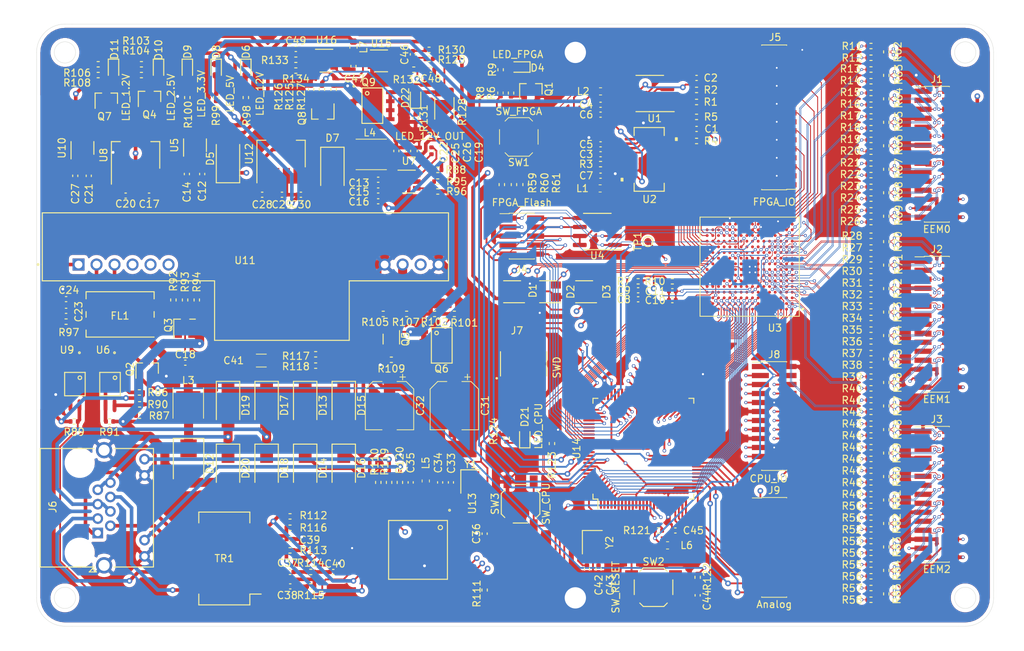
<source format=kicad_pcb>
(kicad_pcb (version 20171130) (host pcbnew 5.1.10-88a1d61d58~88~ubuntu20.04.1)

  (general
    (thickness 1.6)
    (drawings 20)
    (tracks 3972)
    (zones 0)
    (modules 254)
    (nets 306)
  )

  (page A4)
  (layers
    (0 F.Cu signal)
    (1 In1.Cu signal)
    (2 In2.Cu power)
    (31 B.Cu signal)
    (32 B.Adhes user)
    (33 F.Adhes user)
    (34 B.Paste user)
    (35 F.Paste user)
    (36 B.SilkS user)
    (37 F.SilkS user)
    (38 B.Mask user)
    (39 F.Mask user)
    (40 Dwgs.User user)
    (41 Cmts.User user)
    (42 Eco1.User user)
    (43 Eco2.User user)
    (44 Edge.Cuts user)
    (45 Margin user)
    (46 B.CrtYd user)
    (47 F.CrtYd user)
    (48 B.Fab user)
    (49 F.Fab user)
  )

  (setup
    (last_trace_width 0.254)
    (user_trace_width 0.0889)
    (user_trace_width 0.1016)
    (user_trace_width 0.127)
    (user_trace_width 0.254)
    (user_trace_width 0.508)
    (user_trace_width 0.762)
    (user_trace_width 1.016)
    (user_trace_width 1.27)
    (trace_clearance 0.0889)
    (zone_clearance 0.508)
    (zone_45_only no)
    (trace_min 0.0889)
    (via_size 0.8)
    (via_drill 0.4)
    (via_min_size 0.4)
    (via_min_drill 0.2)
    (user_via 0.4 0.2)
    (user_via 0.45 0.25)
    (user_via 0.5 0.3)
    (user_via 4.199999 4)
    (uvia_size 0.3)
    (uvia_drill 0.1)
    (uvias_allowed no)
    (uvia_min_size 0.2)
    (uvia_min_drill 0.1)
    (edge_width 0.05)
    (segment_width 0.127)
    (pcb_text_width 0.3)
    (pcb_text_size 1.5 1.5)
    (mod_edge_width 0.1524)
    (mod_text_size 1.016 1.016)
    (mod_text_width 0.1524)
    (pad_size 1.524 1.524)
    (pad_drill 0.762)
    (pad_to_mask_clearance 0)
    (solder_mask_min_width 0.00254)
    (aux_axis_origin 0 0)
    (grid_origin 210 57)
    (visible_elements FFFFFF7F)
    (pcbplotparams
      (layerselection 0x010fc_ffffffff)
      (usegerberextensions false)
      (usegerberattributes true)
      (usegerberadvancedattributes true)
      (creategerberjobfile true)
      (excludeedgelayer true)
      (linewidth 0.100000)
      (plotframeref false)
      (viasonmask false)
      (mode 1)
      (useauxorigin false)
      (hpglpennumber 1)
      (hpglpenspeed 20)
      (hpglpendiameter 15.000000)
      (psnegative false)
      (psa4output false)
      (plotreference true)
      (plotvalue true)
      (plotinvisibletext false)
      (padsonsilk false)
      (subtractmaskfromsilk false)
      (outputformat 1)
      (mirror false)
      (drillshape 1)
      (scaleselection 1)
      (outputdirectory ""))
  )

  (net 0 "")
  (net 1 "Net-(C1-Pad1)")
  (net 2 GND)
  (net 3 "Net-(C2-Pad1)")
  (net 4 /HighSpeedADC/+5VA)
  (net 5 /FPGA/GNDPLL0)
  (net 6 /FPGA/VCCPLL0)
  (net 7 /FPGA/GNDPLL1)
  (net 8 /FPGA/VCCPLL1)
  (net 9 +12V_OUT)
  (net 10 /CurrentSenser/12V_CURRENT)
  (net 11 /Power/+6V5)
  (net 12 +12V)
  (net 13 +3V3)
  (net 14 "Net-(C24-Pad1)")
  (net 15 +2V5)
  (net 16 +1V2)
  (net 17 +5V)
  (net 18 "Net-(C38-Pad1)")
  (net 19 "Net-(C40-Pad1)")
  (net 20 "Net-(C41-Pad1)")
  (net 21 /Ethernet/+3V3A)
  (net 22 "Net-(C44-Pad2)")
  (net 23 "Net-(C46-Pad1)")
  (net 24 /MCU/+3V3A)
  (net 25 +3V3MP)
  (net 26 "Net-(D4-Pad2)")
  (net 27 "Net-(D4-Pad1)")
  (net 28 "Net-(D9-Pad2)")
  (net 29 "Net-(D10-Pad2)")
  (net 30 "Net-(D11-Pad2)")
  (net 31 "Net-(D13-Pad2)")
  (net 32 /Ethernet/POE_VC-)
  (net 33 /Ethernet/POE_VC+)
  (net 34 "Net-(D15-Pad2)")
  (net 35 "Net-(D17-Pad2)")
  (net 36 "Net-(D19-Pad2)")
  (net 37 "Net-(D21-Pad2)")
  (net 38 /FPGA_IO1)
  (net 39 /FPGA_IO3)
  (net 40 /FPGA_IO5)
  (net 41 /FPGA_IO7)
  (net 42 /FPGA_IO9)
  (net 43 /FPGA_IO11)
  (net 44 /FPGA_IO13)
  (net 45 /FPGA_IO15)
  (net 46 /FPGA_IO14)
  (net 47 /FPGA_IO12)
  (net 48 /FPGA_IO10)
  (net 49 /FPGA_IO8)
  (net 50 /FPGA_IO6)
  (net 51 /FPGA_IO4)
  (net 52 /FPGA_IO2)
  (net 53 /FPGA_IO0)
  (net 54 /MCU/CPU_SWCLK)
  (net 55 /MCU/CPU_SWDIO)
  (net 56 /MCU/CPU_UART4_TX)
  (net 57 /MCU/CPU_UART4_RX)
  (net 58 /MCU/CPU_PWM_CH1)
  (net 59 /MCU/CPU_PWM_CH2)
  (net 60 /MCU/CPU_PWM_CH3)
  (net 61 /MCU/CPU_PWM_CH4)
  (net 62 /MCU/CPU_IIC2_SDA)
  (net 63 /MCU/CPU_IIC2_SCL)
  (net 64 /MCU/CPU_UART1_RX)
  (net 65 /MCU/CPU_UART1_TX)
  (net 66 /MCU/CPU_SPI2_MOSI)
  (net 67 /MCU/CPU_SPI2_MISO)
  (net 68 /MCU/CPU_SPI2_SCK)
  (net 69 /MCU/CPU_SPI2_CS)
  (net 70 /MCU/CPU_DAC1)
  (net 71 /MCU/CPU_DAC0)
  (net 72 /MCU/CPU_ADC7)
  (net 73 /MCU/CPU_ADC6)
  (net 74 /MCU/CPU_ADC5)
  (net 75 /MCU/CPU_ADC4)
  (net 76 /MCU/CPU_ADC3)
  (net 77 /MCU/CPU_ADC2)
  (net 78 /MCU/CPU_ADC1)
  (net 79 /MCU/CPU_ADC0)
  (net 80 /CurrentSenser/12V_SW)
  (net 81 "Net-(Q1-Pad1)")
  (net 82 "Net-(Q2-Pad3)")
  (net 83 /MCU/CPU_RESET)
  (net 84 "Net-(Q7-Pad1)")
  (net 85 "Net-(R1-Pad1)")
  (net 86 "Net-(R2-Pad1)")
  (net 87 "Net-(R4-Pad1)")
  (net 88 "Net-(R5-Pad2)")
  (net 89 /MCU/CPU_POE_AT_EVENT)
  (net 90 /MCU/CPU_POE_SRC_STATUS)
  (net 91 /Ethernet/RJ45_LED_G)
  (net 92 /Ethernet/RJ45_LED_Y)
  (net 93 "Net-(TP1-Pad1)")
  (net 94 "Net-(C3-Pad1)")
  (net 95 /CurrentSenser/+3V3A)
  (net 96 /EEM0_IIC_SCL)
  (net 97 /EEM0_IIC_SDA)
  (net 98 /EEM1_IIC_SCL)
  (net 99 /EEM1_IIC_SDA)
  (net 100 /EEM2_IIC_SCL)
  (net 101 /EEM2_IIC_SDA)
  (net 102 /EEM0_7_N)
  (net 103 /EEM0_6_P)
  (net 104 /EEM0_5_N)
  (net 105 /EEM0_4_P)
  (net 106 /EEM0_3_N)
  (net 107 /EEM0_2_P)
  (net 108 /EEM0_1_N)
  (net 109 /EEM0_0_P)
  (net 110 /EEM0_7_P)
  (net 111 /EEM0_6_N)
  (net 112 /EEM0_5_P)
  (net 113 /EEM0_4_N)
  (net 114 /EEM0_3_P)
  (net 115 /EEM0_2_N)
  (net 116 /EEM0_1_P)
  (net 117 /EEM0_0_N)
  (net 118 /EEM1_7_N)
  (net 119 /EEM1_6_P)
  (net 120 /EEM1_5_N)
  (net 121 /EEM1_4_P)
  (net 122 /EEM1_3_N)
  (net 123 /EEM1_2_P)
  (net 124 /EEM1_1_N)
  (net 125 /EEM1_0_P)
  (net 126 /EEM1_7_P)
  (net 127 /EEM1_6_N)
  (net 128 /EEM1_5_P)
  (net 129 /EEM1_4_N)
  (net 130 /EEM1_3_P)
  (net 131 /EEM1_2_N)
  (net 132 /EEM1_1_P)
  (net 133 /EEM1_0_N)
  (net 134 /EEM2_7_N)
  (net 135 /EEM2_6_P)
  (net 136 /EEM2_5_N)
  (net 137 /EEM2_4_P)
  (net 138 /EEM2_3_N)
  (net 139 /EEM2_2_P)
  (net 140 /EEM2_1_N)
  (net 141 /EEM2_0_P)
  (net 142 /EEM2_7_P)
  (net 143 /EEM2_6_N)
  (net 144 /EEM2_5_P)
  (net 145 /EEM2_4_N)
  (net 146 /EEM2_3_P)
  (net 147 /EEM2_2_N)
  (net 148 /EEM2_1_P)
  (net 149 /EEM2_0_N)
  (net 150 /CDONE)
  (net 151 /CRESET)
  (net 152 /SPI_CS)
  (net 153 /ENC_INT)
  (net 154 /ADC_D0)
  (net 155 /ADC_D1)
  (net 156 /ADC_D2)
  (net 157 /ADC_D3)
  (net 158 /ADC_D4)
  (net 159 /ADC_D5)
  (net 160 /ADC_D6)
  (net 161 /ADC_D7)
  (net 162 /ADC_CLK)
  (net 163 /FSMC_CLK)
  (net 164 /FSMC_D15)
  (net 165 /FSMC_D9)
  (net 166 /FSMC_D10)
  (net 167 /FSMC_D0)
  (net 168 /FSMC_A7)
  (net 169 /FSMC_NL)
  (net 170 /FSMC_NBL0)
  (net 171 /FSMC_D6)
  (net 172 /FSMC_D7)
  (net 173 /FSMC_D5)
  (net 174 /FSMC_D1)
  (net 175 /FSMC_A3)
  (net 176 /FSMC_A1)
  (net 177 /FSMC_NWAIT)
  (net 178 /FSMC_NOE)
  (net 179 /FSMC_D12)
  (net 180 /FSMC_D8)
  (net 181 /FSMC_D3)
  (net 182 /FSMC_A4)
  (net 183 /FSMC_A6)
  (net 184 /FSMC_A0)
  (net 185 /FSMC_NBL1)
  (net 186 /FSMC_D14)
  (net 187 /FSMC_D11)
  (net 188 /FSMC_D4)
  (net 189 /FSMC_A2)
  (net 190 /FSMC_D13)
  (net 191 /FSMC_D2)
  (net 192 /FSMC_A5)
  (net 193 /FSMC_NE1)
  (net 194 /FSMC_NWE)
  (net 195 /CSBSEL0)
  (net 196 /SPI_MOSI)
  (net 197 /SPI_MISO)
  (net 198 /CSBSEL1)
  (net 199 /SPI_SCK)
  (net 200 /SPI_ENC_CS)
  (net 201 "Net-(C5-Pad2)")
  (net 202 "Net-(C7-Pad2)")
  (net 203 "Net-(C18-Pad2)")
  (net 204 "Net-(C18-Pad1)")
  (net 205 "Net-(C19-Pad2)")
  (net 206 "Net-(C19-Pad1)")
  (net 207 "Net-(C23-Pad2)")
  (net 208 "Net-(C31-Pad1)")
  (net 209 "Net-(C33-Pad1)")
  (net 210 "Net-(C34-Pad1)")
  (net 211 "Net-(C36-Pad2)")
  (net 212 "Net-(C37-Pad2)")
  (net 213 "Net-(C37-Pad1)")
  (net 214 "Net-(C38-Pad2)")
  (net 215 "Net-(C39-Pad1)")
  (net 216 "Net-(C42-Pad1)")
  (net 217 "Net-(C43-Pad1)")
  (net 218 "Net-(D6-Pad2)")
  (net 219 "Net-(D8-Pad2)")
  (net 220 "Net-(D10-Pad1)")
  (net 221 "Net-(D11-Pad1)")
  (net 222 "Net-(D21-Pad1)")
  (net 223 "Net-(D22-Pad1)")
  (net 224 "Net-(Q3-Pad1)")
  (net 225 "Net-(Q4-Pad1)")
  (net 226 "Net-(Q5-Pad6)")
  (net 227 "Net-(Q5-Pad2)")
  (net 228 "Net-(Q5-Pad3)")
  (net 229 "Net-(Q8-Pad3)")
  (net 230 "Net-(Q8-Pad1)")
  (net 231 "Net-(R87-Pad1)")
  (net 232 "Net-(R132-Pad2)")
  (net 233 "Net-(U11-Pad3)")
  (net 234 "Net-(U15-Pad3)")
  (net 235 "Net-(C46-Pad2)")
  (net 236 "Net-(D22-Pad2)")
  (net 237 HSADC_IN)
  (net 238 "Net-(J6-Pad12)")
  (net 239 "Net-(J6-Pad10)")
  (net 240 "Net-(J6-Pad6)")
  (net 241 "Net-(J6-Pad2)")
  (net 242 "Net-(J6-Pad3)")
  (net 243 "Net-(J6-Pad1)")
  (net 244 "Net-(R86-Pad2)")
  (net 245 "Net-(R88-Pad1)")
  (net 246 "Net-(R95-Pad1)")
  (net 247 "Net-(R97-Pad2)")
  (net 248 "Net-(R110-Pad1)")
  (net 249 "Net-(R112-Pad1)")
  (net 250 "Net-(R113-Pad2)")
  (net 251 "Net-(R123-Pad1)")
  (net 252 "Net-(R133-Pad2)")
  (net 253 "Net-(SW3-Pad2)")
  (net 254 /FPGA/LVDS0_0_P)
  (net 255 /FPGA/LVDS0_0_N)
  (net 256 /FPGA/LVDS0_1_P)
  (net 257 /FPGA/LVDS0_1_N)
  (net 258 /FPGA/LVDS0_2_P)
  (net 259 /FPGA/LVDS0_2_N)
  (net 260 /FPGA/LVDS0_3_P)
  (net 261 /FPGA/LVDS0_3_N)
  (net 262 /FPGA/LVDS0_4_P)
  (net 263 /FPGA/LVDS0_4_N)
  (net 264 /FPGA/LVDS0_5_P)
  (net 265 /FPGA/LVDS0_5_N)
  (net 266 /FPGA/LVDS0_6_P)
  (net 267 /FPGA/LVDS0_6_N)
  (net 268 /FPGA/LVDS0_7_P)
  (net 269 /FPGA/LVDS0_7_N)
  (net 270 /FPGA/LVDS1_0_P)
  (net 271 /FPGA/LVDS1_0_N)
  (net 272 /FPGA/LVDS1_1_P)
  (net 273 /FPGA/LVDS1_1_N)
  (net 274 /FPGA/LVDS1_2_P)
  (net 275 /FPGA/LVDS1_2_N)
  (net 276 /FPGA/LVDS1_3_P)
  (net 277 /FPGA/LVDS1_3_N)
  (net 278 /FPGA/LVDS1_4_P)
  (net 279 /FPGA/LVDS1_4_N)
  (net 280 /FPGA/LVDS1_5_P)
  (net 281 /FPGA/LVDS1_5_N)
  (net 282 /FPGA/LVDS1_6_P)
  (net 283 /FPGA/LVDS1_6_N)
  (net 284 /FPGA/LVDS1_7_P)
  (net 285 /FPGA/LVDS1_7_N)
  (net 286 /FPGA/LVDS2_0_P)
  (net 287 /FPGA/LVDS2_0_N)
  (net 288 /FPGA/LVDS2_1_P)
  (net 289 /FPGA/LVDS2_1_N)
  (net 290 /FPGA/LVDS2_2_P)
  (net 291 /FPGA/LVDS2_2_N)
  (net 292 /FPGA/LVDS2_3_P)
  (net 293 /FPGA/LVDS2_3_N)
  (net 294 /FPGA/LVDS2_4_P)
  (net 295 /FPGA/LVDS2_4_N)
  (net 296 /FPGA/LVDS2_5_P)
  (net 297 /FPGA/LVDS2_5_N)
  (net 298 /FPGA/LVDS2_6_P)
  (net 299 /FPGA/LVDS2_6_N)
  (net 300 /FPGA/LVDS2_7_P)
  (net 301 /FPGA/LVDS2_7_N)
  (net 302 /FPGA/FPGA_LED)
  (net 303 /FPGA/FPGA_KEY)
  (net 304 /IIC_SCL)
  (net 305 /IIC_SDA)

  (net_class Default "This is the default net class."
    (clearance 0.0889)
    (trace_width 0.25)
    (via_dia 0.8)
    (via_drill 0.4)
    (uvia_dia 0.3)
    (uvia_drill 0.1)
    (diff_pair_width 0.0889)
    (diff_pair_gap 0.1016)
    (add_net +12V)
    (add_net +12V_OUT)
    (add_net +1V2)
    (add_net +2V5)
    (add_net +3V3)
    (add_net +3V3MP)
    (add_net +5V)
    (add_net /ADC_CLK)
    (add_net /ADC_D0)
    (add_net /ADC_D1)
    (add_net /ADC_D2)
    (add_net /ADC_D3)
    (add_net /ADC_D4)
    (add_net /ADC_D5)
    (add_net /ADC_D6)
    (add_net /ADC_D7)
    (add_net /CDONE)
    (add_net /CRESET)
    (add_net /CSBSEL0)
    (add_net /CSBSEL1)
    (add_net /CurrentSenser/+3V3A)
    (add_net /CurrentSenser/12V_CURRENT)
    (add_net /CurrentSenser/12V_SW)
    (add_net /EEM0_0_N)
    (add_net /EEM0_0_P)
    (add_net /EEM0_1_N)
    (add_net /EEM0_1_P)
    (add_net /EEM0_2_N)
    (add_net /EEM0_2_P)
    (add_net /EEM0_3_N)
    (add_net /EEM0_3_P)
    (add_net /EEM0_4_N)
    (add_net /EEM0_4_P)
    (add_net /EEM0_5_N)
    (add_net /EEM0_5_P)
    (add_net /EEM0_6_N)
    (add_net /EEM0_6_P)
    (add_net /EEM0_7_N)
    (add_net /EEM0_7_P)
    (add_net /EEM0_IIC_SCL)
    (add_net /EEM0_IIC_SDA)
    (add_net /EEM1_0_N)
    (add_net /EEM1_0_P)
    (add_net /EEM1_1_N)
    (add_net /EEM1_1_P)
    (add_net /EEM1_2_N)
    (add_net /EEM1_2_P)
    (add_net /EEM1_3_N)
    (add_net /EEM1_3_P)
    (add_net /EEM1_4_N)
    (add_net /EEM1_4_P)
    (add_net /EEM1_5_N)
    (add_net /EEM1_5_P)
    (add_net /EEM1_6_N)
    (add_net /EEM1_6_P)
    (add_net /EEM1_7_N)
    (add_net /EEM1_7_P)
    (add_net /EEM1_IIC_SCL)
    (add_net /EEM1_IIC_SDA)
    (add_net /EEM2_0_N)
    (add_net /EEM2_0_P)
    (add_net /EEM2_1_N)
    (add_net /EEM2_1_P)
    (add_net /EEM2_2_N)
    (add_net /EEM2_2_P)
    (add_net /EEM2_3_N)
    (add_net /EEM2_3_P)
    (add_net /EEM2_4_N)
    (add_net /EEM2_4_P)
    (add_net /EEM2_5_N)
    (add_net /EEM2_5_P)
    (add_net /EEM2_6_N)
    (add_net /EEM2_6_P)
    (add_net /EEM2_7_N)
    (add_net /EEM2_7_P)
    (add_net /EEM2_IIC_SCL)
    (add_net /EEM2_IIC_SDA)
    (add_net /ENC_INT)
    (add_net /Ethernet/+3V3A)
    (add_net /Ethernet/POE_VC+)
    (add_net /Ethernet/POE_VC-)
    (add_net /Ethernet/RJ45_LED_G)
    (add_net /Ethernet/RJ45_LED_Y)
    (add_net /FPGA/FPGA_KEY)
    (add_net /FPGA/FPGA_LED)
    (add_net /FPGA/GNDPLL0)
    (add_net /FPGA/GNDPLL1)
    (add_net /FPGA/LVDS0_0_N)
    (add_net /FPGA/LVDS0_0_P)
    (add_net /FPGA/LVDS0_1_N)
    (add_net /FPGA/LVDS0_1_P)
    (add_net /FPGA/LVDS0_2_N)
    (add_net /FPGA/LVDS0_2_P)
    (add_net /FPGA/LVDS0_3_N)
    (add_net /FPGA/LVDS0_3_P)
    (add_net /FPGA/LVDS0_4_N)
    (add_net /FPGA/LVDS0_4_P)
    (add_net /FPGA/LVDS0_5_N)
    (add_net /FPGA/LVDS0_5_P)
    (add_net /FPGA/LVDS0_6_N)
    (add_net /FPGA/LVDS0_6_P)
    (add_net /FPGA/LVDS0_7_N)
    (add_net /FPGA/LVDS0_7_P)
    (add_net /FPGA/LVDS1_0_N)
    (add_net /FPGA/LVDS1_0_P)
    (add_net /FPGA/LVDS1_1_N)
    (add_net /FPGA/LVDS1_1_P)
    (add_net /FPGA/LVDS1_2_N)
    (add_net /FPGA/LVDS1_2_P)
    (add_net /FPGA/LVDS1_3_N)
    (add_net /FPGA/LVDS1_3_P)
    (add_net /FPGA/LVDS1_4_N)
    (add_net /FPGA/LVDS1_4_P)
    (add_net /FPGA/LVDS1_5_N)
    (add_net /FPGA/LVDS1_5_P)
    (add_net /FPGA/LVDS1_6_N)
    (add_net /FPGA/LVDS1_6_P)
    (add_net /FPGA/LVDS1_7_N)
    (add_net /FPGA/LVDS1_7_P)
    (add_net /FPGA/LVDS2_0_N)
    (add_net /FPGA/LVDS2_0_P)
    (add_net /FPGA/LVDS2_1_N)
    (add_net /FPGA/LVDS2_1_P)
    (add_net /FPGA/LVDS2_2_N)
    (add_net /FPGA/LVDS2_2_P)
    (add_net /FPGA/LVDS2_3_N)
    (add_net /FPGA/LVDS2_3_P)
    (add_net /FPGA/LVDS2_4_N)
    (add_net /FPGA/LVDS2_4_P)
    (add_net /FPGA/LVDS2_5_N)
    (add_net /FPGA/LVDS2_5_P)
    (add_net /FPGA/LVDS2_6_N)
    (add_net /FPGA/LVDS2_6_P)
    (add_net /FPGA/LVDS2_7_N)
    (add_net /FPGA/LVDS2_7_P)
    (add_net /FPGA/VCCPLL0)
    (add_net /FPGA/VCCPLL1)
    (add_net /FPGA_IO0)
    (add_net /FPGA_IO1)
    (add_net /FPGA_IO10)
    (add_net /FPGA_IO11)
    (add_net /FPGA_IO12)
    (add_net /FPGA_IO13)
    (add_net /FPGA_IO14)
    (add_net /FPGA_IO15)
    (add_net /FPGA_IO2)
    (add_net /FPGA_IO3)
    (add_net /FPGA_IO4)
    (add_net /FPGA_IO5)
    (add_net /FPGA_IO6)
    (add_net /FPGA_IO7)
    (add_net /FPGA_IO8)
    (add_net /FPGA_IO9)
    (add_net /FSMC_A0)
    (add_net /FSMC_A1)
    (add_net /FSMC_A2)
    (add_net /FSMC_A3)
    (add_net /FSMC_A4)
    (add_net /FSMC_A5)
    (add_net /FSMC_A6)
    (add_net /FSMC_A7)
    (add_net /FSMC_CLK)
    (add_net /FSMC_D0)
    (add_net /FSMC_D1)
    (add_net /FSMC_D10)
    (add_net /FSMC_D11)
    (add_net /FSMC_D12)
    (add_net /FSMC_D13)
    (add_net /FSMC_D14)
    (add_net /FSMC_D15)
    (add_net /FSMC_D2)
    (add_net /FSMC_D3)
    (add_net /FSMC_D4)
    (add_net /FSMC_D5)
    (add_net /FSMC_D6)
    (add_net /FSMC_D7)
    (add_net /FSMC_D8)
    (add_net /FSMC_D9)
    (add_net /FSMC_NBL0)
    (add_net /FSMC_NBL1)
    (add_net /FSMC_NE1)
    (add_net /FSMC_NL)
    (add_net /FSMC_NOE)
    (add_net /FSMC_NWAIT)
    (add_net /FSMC_NWE)
    (add_net /HighSpeedADC/+5VA)
    (add_net /IIC_SCL)
    (add_net /IIC_SDA)
    (add_net /MCU/+3V3A)
    (add_net /MCU/CPU_ADC0)
    (add_net /MCU/CPU_ADC1)
    (add_net /MCU/CPU_ADC2)
    (add_net /MCU/CPU_ADC3)
    (add_net /MCU/CPU_ADC4)
    (add_net /MCU/CPU_ADC5)
    (add_net /MCU/CPU_ADC6)
    (add_net /MCU/CPU_ADC7)
    (add_net /MCU/CPU_DAC0)
    (add_net /MCU/CPU_DAC1)
    (add_net /MCU/CPU_IIC2_SCL)
    (add_net /MCU/CPU_IIC2_SDA)
    (add_net /MCU/CPU_POE_AT_EVENT)
    (add_net /MCU/CPU_POE_SRC_STATUS)
    (add_net /MCU/CPU_PWM_CH1)
    (add_net /MCU/CPU_PWM_CH2)
    (add_net /MCU/CPU_PWM_CH3)
    (add_net /MCU/CPU_PWM_CH4)
    (add_net /MCU/CPU_RESET)
    (add_net /MCU/CPU_SPI2_CS)
    (add_net /MCU/CPU_SPI2_MISO)
    (add_net /MCU/CPU_SPI2_MOSI)
    (add_net /MCU/CPU_SPI2_SCK)
    (add_net /MCU/CPU_SWCLK)
    (add_net /MCU/CPU_SWDIO)
    (add_net /MCU/CPU_UART1_RX)
    (add_net /MCU/CPU_UART1_TX)
    (add_net /MCU/CPU_UART4_RX)
    (add_net /MCU/CPU_UART4_TX)
    (add_net /Power/+6V5)
    (add_net /SPI_CS)
    (add_net /SPI_ENC_CS)
    (add_net /SPI_MISO)
    (add_net /SPI_MOSI)
    (add_net /SPI_SCK)
    (add_net GND)
    (add_net HSADC_IN)
    (add_net "Net-(C1-Pad1)")
    (add_net "Net-(C18-Pad1)")
    (add_net "Net-(C18-Pad2)")
    (add_net "Net-(C19-Pad1)")
    (add_net "Net-(C19-Pad2)")
    (add_net "Net-(C2-Pad1)")
    (add_net "Net-(C23-Pad2)")
    (add_net "Net-(C24-Pad1)")
    (add_net "Net-(C3-Pad1)")
    (add_net "Net-(C31-Pad1)")
    (add_net "Net-(C33-Pad1)")
    (add_net "Net-(C34-Pad1)")
    (add_net "Net-(C36-Pad2)")
    (add_net "Net-(C37-Pad1)")
    (add_net "Net-(C37-Pad2)")
    (add_net "Net-(C38-Pad1)")
    (add_net "Net-(C38-Pad2)")
    (add_net "Net-(C39-Pad1)")
    (add_net "Net-(C40-Pad1)")
    (add_net "Net-(C41-Pad1)")
    (add_net "Net-(C42-Pad1)")
    (add_net "Net-(C43-Pad1)")
    (add_net "Net-(C44-Pad2)")
    (add_net "Net-(C46-Pad1)")
    (add_net "Net-(C46-Pad2)")
    (add_net "Net-(C5-Pad2)")
    (add_net "Net-(C7-Pad2)")
    (add_net "Net-(D10-Pad1)")
    (add_net "Net-(D10-Pad2)")
    (add_net "Net-(D11-Pad1)")
    (add_net "Net-(D11-Pad2)")
    (add_net "Net-(D13-Pad2)")
    (add_net "Net-(D15-Pad2)")
    (add_net "Net-(D17-Pad2)")
    (add_net "Net-(D19-Pad2)")
    (add_net "Net-(D21-Pad1)")
    (add_net "Net-(D21-Pad2)")
    (add_net "Net-(D22-Pad1)")
    (add_net "Net-(D22-Pad2)")
    (add_net "Net-(D4-Pad1)")
    (add_net "Net-(D4-Pad2)")
    (add_net "Net-(D6-Pad2)")
    (add_net "Net-(D8-Pad2)")
    (add_net "Net-(D9-Pad2)")
    (add_net "Net-(J6-Pad1)")
    (add_net "Net-(J6-Pad10)")
    (add_net "Net-(J6-Pad12)")
    (add_net "Net-(J6-Pad2)")
    (add_net "Net-(J6-Pad3)")
    (add_net "Net-(J6-Pad6)")
    (add_net "Net-(Q1-Pad1)")
    (add_net "Net-(Q2-Pad3)")
    (add_net "Net-(Q3-Pad1)")
    (add_net "Net-(Q4-Pad1)")
    (add_net "Net-(Q5-Pad2)")
    (add_net "Net-(Q5-Pad3)")
    (add_net "Net-(Q5-Pad6)")
    (add_net "Net-(Q7-Pad1)")
    (add_net "Net-(Q8-Pad1)")
    (add_net "Net-(Q8-Pad3)")
    (add_net "Net-(R1-Pad1)")
    (add_net "Net-(R110-Pad1)")
    (add_net "Net-(R112-Pad1)")
    (add_net "Net-(R113-Pad2)")
    (add_net "Net-(R123-Pad1)")
    (add_net "Net-(R132-Pad2)")
    (add_net "Net-(R133-Pad2)")
    (add_net "Net-(R2-Pad1)")
    (add_net "Net-(R4-Pad1)")
    (add_net "Net-(R5-Pad2)")
    (add_net "Net-(R86-Pad2)")
    (add_net "Net-(R87-Pad1)")
    (add_net "Net-(R88-Pad1)")
    (add_net "Net-(R95-Pad1)")
    (add_net "Net-(R97-Pad2)")
    (add_net "Net-(SW3-Pad2)")
    (add_net "Net-(TP1-Pad1)")
    (add_net "Net-(U11-Pad3)")
    (add_net "Net-(U15-Pad3)")
  )

  (module Capacitor_SMD:C_0402_1005Metric (layer F.Cu) (tedit 5F68FEEE) (tstamp 60D13E4F)
    (at 156.64 129.888 270)
    (descr "Capacitor SMD 0402 (1005 Metric), square (rectangular) end terminal, IPC_7351 nominal, (Body size source: IPC-SM-782 page 76, https://www.pcb-3d.com/wordpress/wp-content/uploads/ipc-sm-782a_amendment_1_and_2.pdf), generated with kicad-footprint-generator")
    (tags capacitor)
    (path /60C2FDBB/618C8494)
    (attr smd)
    (fp_text reference C42 (at 2.3 -1.67 90) (layer F.SilkS)
      (effects (font (size 1.016 1.016) (thickness 0.1524)))
    )
    (fp_text value 22pF (at 0 1.16 90) (layer F.SilkS) hide
      (effects (font (size 1 1) (thickness 0.15)))
    )
    (fp_line (start -0.5 0.25) (end -0.5 -0.25) (layer F.Fab) (width 0.15))
    (fp_line (start -0.5 -0.25) (end 0.5 -0.25) (layer F.Fab) (width 0.15))
    (fp_line (start 0.5 -0.25) (end 0.5 0.25) (layer F.Fab) (width 0.15))
    (fp_line (start 0.5 0.25) (end -0.5 0.25) (layer F.Fab) (width 0.15))
    (fp_line (start -0.107836 -0.36) (end 0.107836 -0.36) (layer F.SilkS) (width 0.1524))
    (fp_line (start -0.107836 0.36) (end 0.107836 0.36) (layer F.SilkS) (width 0.1524))
    (fp_line (start -0.91 0.46) (end -0.91 -0.46) (layer F.CrtYd) (width 0.05))
    (fp_line (start -0.91 -0.46) (end 0.91 -0.46) (layer F.CrtYd) (width 0.05))
    (fp_line (start 0.91 -0.46) (end 0.91 0.46) (layer F.CrtYd) (width 0.05))
    (fp_line (start 0.91 0.46) (end -0.91 0.46) (layer F.CrtYd) (width 0.05))
    (fp_text user %R (at 0 0 90) (layer F.Fab) hide
      (effects (font (size 1 1) (thickness 0.15)))
    )
    (pad 2 smd roundrect (at 0.48 0 270) (size 0.56 0.62) (layers F.Cu F.Paste F.Mask) (roundrect_rratio 0.25)
      (net 2 GND))
    (pad 1 smd roundrect (at -0.48 0 270) (size 0.56 0.62) (layers F.Cu F.Paste F.Mask) (roundrect_rratio 0.25)
      (net 216 "Net-(C42-Pad1)"))
    (model ${KISYS3DMOD}/Capacitor_SMD.3dshapes/C_0402_1005Metric.wrl
      (at (xyz 0 0 0))
      (scale (xyz 1 1 1))
      (rotate (xyz 0 0 0))
    )
  )

  (module TestAutomation:iCE40-BGA256C80P16X16_1400X1400X170 (layer F.Cu) (tedit 60D04091) (tstamp 60D2846B)
    (at 179.592 87.249 180)
    (path /60C0E996/623CB106)
    (clearance 0.05)
    (fp_text reference U3 (at -3.559775 -8.646615) (layer F.SilkS)
      (effects (font (size 1 1) (thickness 0.15)))
    )
    (fp_text value ICE40HX8K-CT256 (at 11.703105 8.648415) (layer F.Fab) hide
      (effects (font (size 1.001551 1.001551) (thickness 0.015)))
    )
    (fp_line (start 7.25 7.25) (end 7.25 -7.25) (layer F.CrtYd) (width 0.05))
    (fp_line (start -7.25 7.25) (end -7.25 -7.25) (layer F.CrtYd) (width 0.05))
    (fp_line (start -7.25 -7.25) (end 7.25 -7.25) (layer F.CrtYd) (width 0.05))
    (fp_line (start -7.25 7.25) (end 7.25 7.25) (layer F.CrtYd) (width 0.05))
    (fp_line (start -7 7) (end -7 -7) (layer F.SilkS) (width 0.127))
    (fp_line (start 7 7) (end 7 -7) (layer F.SilkS) (width 0.127))
    (fp_line (start -7 7) (end -7 -7) (layer F.Fab) (width 0.127))
    (fp_line (start 7 7) (end 7 -7) (layer F.Fab) (width 0.127))
    (fp_line (start 7 -7) (end -7 -7) (layer F.SilkS) (width 0.127))
    (fp_line (start 7 7) (end -7 7) (layer F.SilkS) (width 0.127))
    (fp_line (start 7 -7) (end -7 -7) (layer F.Fab) (width 0.127))
    (fp_line (start 7 7) (end -7 7) (layer F.Fab) (width 0.127))
    (fp_circle (center -6 -6) (end -5.9 -6) (layer F.Fab) (width 0.2))
    (fp_circle (center -7.5 -6) (end -7.4 -6) (layer F.SilkS) (width 0.2))
    (pad A1 smd circle (at -6 -6 180) (size 0.41 0.41) (layers F.Cu F.Paste F.Mask)
      (net 188 /FSMC_D4))
    (pad A2 smd circle (at -5.2 -6 180) (size 0.41 0.41) (layers F.Cu F.Paste F.Mask)
      (net 173 /FSMC_D5))
    (pad A3 smd circle (at -4.4 -6 180) (size 0.41 0.41) (layers F.Cu F.Paste F.Mask)
      (net 13 +3V3))
    (pad A4 smd circle (at -3.6 -6 180) (size 0.41 0.41) (layers F.Cu F.Paste F.Mask)
      (net 2 GND))
    (pad A5 smd circle (at -2.8 -6 180) (size 0.41 0.41) (layers F.Cu F.Paste F.Mask)
      (net 165 /FSMC_D9))
    (pad A6 smd circle (at -2 -6 180) (size 0.41 0.41) (layers F.Cu F.Paste F.Mask)
      (net 187 /FSMC_D11))
    (pad A7 smd circle (at -1.2 -6 180) (size 0.41 0.41) (layers F.Cu F.Paste F.Mask)
      (net 190 /FSMC_D13))
    (pad A8 smd circle (at -0.4 -6 180) (size 0.41 0.41) (layers F.Cu F.Paste F.Mask)
      (net 13 +3V3))
    (pad A9 smd circle (at 0.4 -6 180) (size 0.41 0.41) (layers F.Cu F.Paste F.Mask)
      (net 184 /FSMC_A0))
    (pad A10 smd circle (at 1.2 -6 180) (size 0.41 0.41) (layers F.Cu F.Paste F.Mask)
      (net 189 /FSMC_A2))
    (pad A11 smd circle (at 2 -6 180) (size 0.41 0.41) (layers F.Cu F.Paste F.Mask)
      (net 174 /FSMC_D1))
    (pad A12 smd circle (at 2.8 -6 180) (size 0.41 0.41) (layers F.Cu F.Paste F.Mask)
      (net 2 GND))
    (pad A13 smd circle (at 3.6 -6 180) (size 0.41 0.41) (layers F.Cu F.Paste F.Mask)
      (net 13 +3V3))
    (pad A14 smd circle (at 4.4 -6 180) (size 0.41 0.41) (layers F.Cu F.Paste F.Mask)
      (net 16 +1V2))
    (pad A15 smd circle (at 5.2 -6 180) (size 0.41 0.41) (layers F.Cu F.Paste F.Mask)
      (net 178 /FSMC_NOE))
    (pad A16 smd circle (at 6 -6 180) (size 0.41 0.41) (layers F.Cu F.Paste F.Mask)
      (net 194 /FSMC_NWE))
    (pad B1 smd circle (at -6 -5.2 180) (size 0.41 0.41) (layers F.Cu F.Paste F.Mask)
      (net 283 /FPGA/LVDS1_6_N))
    (pad B2 smd circle (at -5.2 -5.2 180) (size 0.41 0.41) (layers F.Cu F.Paste F.Mask)
      (net 285 /FPGA/LVDS1_7_N))
    (pad B3 smd circle (at -4.4 -5.2 180) (size 0.41 0.41) (layers F.Cu F.Paste F.Mask)
      (net 172 /FSMC_D7))
    (pad B4 smd circle (at -3.6 -5.2 180) (size 0.41 0.41) (layers F.Cu F.Paste F.Mask)
      (net 180 /FSMC_D8))
    (pad B5 smd circle (at -2.8 -5.2 180) (size 0.41 0.41) (layers F.Cu F.Paste F.Mask)
      (net 166 /FSMC_D10))
    (pad B6 smd circle (at -2 -5.2 180) (size 0.41 0.41) (layers F.Cu F.Paste F.Mask)
      (net 179 /FSMC_D12))
    (pad B7 smd circle (at -1.2 -5.2 180) (size 0.41 0.41) (layers F.Cu F.Paste F.Mask)
      (net 186 /FSMC_D14))
    (pad B8 smd circle (at -0.4 -5.2 180) (size 0.41 0.41) (layers F.Cu F.Paste F.Mask)
      (net 164 /FSMC_D15))
    (pad B9 smd circle (at 0.4 -5.2 180) (size 0.41 0.41) (layers F.Cu F.Paste F.Mask)
      (net 176 /FSMC_A1))
    (pad B10 smd circle (at 1.2 -5.2 180) (size 0.41 0.41) (layers F.Cu F.Paste F.Mask)
      (net 167 /FSMC_D0))
    (pad B11 smd circle (at 2 -5.2 180) (size 0.41 0.41) (layers F.Cu F.Paste F.Mask)
      (net 191 /FSMC_D2))
    (pad B12 smd circle (at 2.8 -5.2 180) (size 0.41 0.41) (layers F.Cu F.Paste F.Mask)
      (net 181 /FSMC_D3))
    (pad B13 smd circle (at 3.6 -5.2 180) (size 0.41 0.41) (layers F.Cu F.Paste F.Mask)
      (net 163 /FSMC_CLK))
    (pad B14 smd circle (at 4.4 -5.2 180) (size 0.41 0.41) (layers F.Cu F.Paste F.Mask)
      (net 177 /FSMC_NWAIT))
    (pad B15 smd circle (at 5.2 -5.2 180) (size 0.41 0.41) (layers F.Cu F.Paste F.Mask)
      (net 193 /FSMC_NE1))
    (pad B16 smd circle (at 6 -5.2 180) (size 0.41 0.41) (layers F.Cu F.Paste F.Mask))
    (pad C1 smd circle (at -6 -4.4 180) (size 0.41 0.41) (layers F.Cu F.Paste F.Mask)
      (net 280 /FPGA/LVDS1_5_P))
    (pad C2 smd circle (at -5.2 -4.4 180) (size 0.41 0.41) (layers F.Cu F.Paste F.Mask)
      (net 281 /FPGA/LVDS1_5_N))
    (pad C3 smd circle (at -4.4 -4.4 180) (size 0.41 0.41) (layers F.Cu F.Paste F.Mask)
      (net 171 /FSMC_D6))
    (pad C4 smd circle (at -3.6 -4.4 180) (size 0.41 0.41) (layers F.Cu F.Paste F.Mask))
    (pad C5 smd circle (at -2.8 -4.4 180) (size 0.41 0.41) (layers F.Cu F.Paste F.Mask))
    (pad C6 smd circle (at -2 -4.4 180) (size 0.41 0.41) (layers F.Cu F.Paste F.Mask))
    (pad C7 smd circle (at -1.2 -4.4 180) (size 0.41 0.41) (layers F.Cu F.Paste F.Mask)
      (net 183 /FSMC_A6))
    (pad C8 smd circle (at -0.4 -4.4 180) (size 0.41 0.41) (layers F.Cu F.Paste F.Mask)
      (net 192 /FSMC_A5))
    (pad C9 smd circle (at 0.4 -4.4 180) (size 0.41 0.41) (layers F.Cu F.Paste F.Mask)
      (net 182 /FSMC_A4))
    (pad C10 smd circle (at 1.2 -4.4 180) (size 0.41 0.41) (layers F.Cu F.Paste F.Mask)
      (net 175 /FSMC_A3))
    (pad C11 smd circle (at 2 -4.4 180) (size 0.41 0.41) (layers F.Cu F.Paste F.Mask)
      (net 168 /FSMC_A7))
    (pad C12 smd circle (at 2.8 -4.4 180) (size 0.41 0.41) (layers F.Cu F.Paste F.Mask)
      (net 185 /FSMC_NBL1))
    (pad C13 smd circle (at 3.6 -4.4 180) (size 0.41 0.41) (layers F.Cu F.Paste F.Mask)
      (net 170 /FSMC_NBL0))
    (pad C14 smd circle (at 4.4 -4.4 180) (size 0.41 0.41) (layers F.Cu F.Paste F.Mask)
      (net 169 /FSMC_NL))
    (pad C15 smd circle (at 5.2 -4.4 180) (size 0.41 0.41) (layers F.Cu F.Paste F.Mask)
      (net 13 +3V3))
    (pad C16 smd circle (at 6 -4.4 180) (size 0.41 0.41) (layers F.Cu F.Paste F.Mask)
      (net 305 /IIC_SDA))
    (pad D1 smd circle (at -6 -3.6 180) (size 0.41 0.41) (layers F.Cu F.Paste F.Mask)
      (net 301 /FPGA/LVDS2_7_N))
    (pad D2 smd circle (at -5.2 -3.6 180) (size 0.41 0.41) (layers F.Cu F.Paste F.Mask)
      (net 279 /FPGA/LVDS1_4_N))
    (pad D3 smd circle (at -4.4 -3.6 180) (size 0.41 0.41) (layers F.Cu F.Paste F.Mask))
    (pad D4 smd circle (at -3.6 -3.6 180) (size 0.41 0.41) (layers F.Cu F.Paste F.Mask))
    (pad D5 smd circle (at -2.8 -3.6 180) (size 0.41 0.41) (layers F.Cu F.Paste F.Mask))
    (pad D6 smd circle (at -2 -3.6 180) (size 0.41 0.41) (layers F.Cu F.Paste F.Mask))
    (pad D7 smd circle (at -1.2 -3.6 180) (size 0.41 0.41) (layers F.Cu F.Paste F.Mask))
    (pad D8 smd circle (at -0.4 -3.6 180) (size 0.41 0.41) (layers F.Cu F.Paste F.Mask))
    (pad D9 smd circle (at 0.4 -3.6 180) (size 0.41 0.41) (layers F.Cu F.Paste F.Mask))
    (pad D10 smd circle (at 1.2 -3.6 180) (size 0.41 0.41) (layers F.Cu F.Paste F.Mask))
    (pad D11 smd circle (at 2 -3.6 180) (size 0.41 0.41) (layers F.Cu F.Paste F.Mask))
    (pad D12 smd circle (at 2.8 -3.6 180) (size 0.41 0.41) (layers F.Cu F.Paste F.Mask)
      (net 93 "Net-(TP1-Pad1)"))
    (pad D13 smd circle (at 3.6 -3.6 180) (size 0.41 0.41) (layers F.Cu F.Paste F.Mask))
    (pad D14 smd circle (at 4.4 -3.6 180) (size 0.41 0.41) (layers F.Cu F.Paste F.Mask))
    (pad D15 smd circle (at 5.2 -3.6 180) (size 0.41 0.41) (layers F.Cu F.Paste F.Mask)
      (net 304 /IIC_SCL))
    (pad D16 smd circle (at 6 -3.6 180) (size 0.41 0.41) (layers F.Cu F.Paste F.Mask)
      (net 101 /EEM2_IIC_SDA))
    (pad E1 smd circle (at -6 -2.8 180) (size 0.41 0.41) (layers F.Cu F.Paste F.Mask)
      (net 15 +2V5))
    (pad E2 smd circle (at -5.2 -2.8 180) (size 0.41 0.41) (layers F.Cu F.Paste F.Mask)
      (net 297 /FPGA/LVDS2_5_N))
    (pad E3 smd circle (at -4.4 -2.8 180) (size 0.41 0.41) (layers F.Cu F.Paste F.Mask)
      (net 269 /FPGA/LVDS0_7_N))
    (pad E4 smd circle (at -3.6 -2.8 180) (size 0.41 0.41) (layers F.Cu F.Paste F.Mask)
      (net 284 /FPGA/LVDS1_7_P))
    (pad E5 smd circle (at -2.8 -2.8 180) (size 0.41 0.41) (layers F.Cu F.Paste F.Mask))
    (pad E6 smd circle (at -2 -2.8 180) (size 0.41 0.41) (layers F.Cu F.Paste F.Mask))
    (pad E7 smd circle (at -1.2 -2.8 180) (size 0.41 0.41) (layers F.Cu F.Paste F.Mask)
      (net 7 /FPGA/GNDPLL1))
    (pad E8 smd circle (at -0.4 -2.8 180) (size 0.41 0.41) (layers F.Cu F.Paste F.Mask)
      (net 8 /FPGA/VCCPLL1))
    (pad E9 smd circle (at 0.4 -2.8 180) (size 0.41 0.41) (layers F.Cu F.Paste F.Mask))
    (pad E10 smd circle (at 1.2 -2.8 180) (size 0.41 0.41) (layers F.Cu F.Paste F.Mask))
    (pad E11 smd circle (at 2 -2.8 180) (size 0.41 0.41) (layers F.Cu F.Paste F.Mask))
    (pad E12 smd circle (at 2.8 -2.8 180) (size 0.41 0.41) (layers F.Cu F.Paste F.Mask)
      (net 15 +2V5))
    (pad E13 smd circle (at 3.6 -2.8 180) (size 0.41 0.41) (layers F.Cu F.Paste F.Mask))
    (pad E14 smd circle (at 4.4 -2.8 180) (size 0.41 0.41) (layers F.Cu F.Paste F.Mask))
    (pad E15 smd circle (at 5.2 -2.8 180) (size 0.41 0.41) (layers F.Cu F.Paste F.Mask)
      (net 2 GND))
    (pad E16 smd circle (at 6 -2.8 180) (size 0.41 0.41) (layers F.Cu F.Paste F.Mask)
      (net 100 /EEM2_IIC_SCL))
    (pad F1 smd circle (at -6 -2 180) (size 0.41 0.41) (layers F.Cu F.Paste F.Mask)
      (net 277 /FPGA/LVDS1_3_N))
    (pad F2 smd circle (at -5.2 -2 180) (size 0.41 0.41) (layers F.Cu F.Paste F.Mask)
      (net 267 /FPGA/LVDS0_6_N))
    (pad F3 smd circle (at -4.4 -2 180) (size 0.41 0.41) (layers F.Cu F.Paste F.Mask)
      (net 299 /FPGA/LVDS2_6_N))
    (pad F4 smd circle (at -3.6 -2 180) (size 0.41 0.41) (layers F.Cu F.Paste F.Mask)
      (net 278 /FPGA/LVDS1_4_P))
    (pad F5 smd circle (at -2.8 -2 180) (size 0.41 0.41) (layers F.Cu F.Paste F.Mask)
      (net 282 /FPGA/LVDS1_6_P))
    (pad F6 smd circle (at -2 -2 180) (size 0.41 0.41) (layers F.Cu F.Paste F.Mask)
      (net 16 +1V2))
    (pad F7 smd circle (at -1.2 -2 180) (size 0.41 0.41) (layers F.Cu F.Paste F.Mask))
    (pad F8 smd circle (at -0.4 -2 180) (size 0.41 0.41) (layers F.Cu F.Paste F.Mask)
      (net 13 +3V3))
    (pad F9 smd circle (at 0.4 -2 180) (size 0.41 0.41) (layers F.Cu F.Paste F.Mask))
    (pad F10 smd circle (at 1.2 -2 180) (size 0.41 0.41) (layers F.Cu F.Paste F.Mask)
      (net 16 +1V2))
    (pad F11 smd circle (at 2 -2 180) (size 0.41 0.41) (layers F.Cu F.Paste F.Mask))
    (pad F12 smd circle (at 2.8 -2 180) (size 0.41 0.41) (layers F.Cu F.Paste F.Mask))
    (pad F13 smd circle (at 3.6 -2 180) (size 0.41 0.41) (layers F.Cu F.Paste F.Mask))
    (pad F14 smd circle (at 4.4 -2 180) (size 0.41 0.41) (layers F.Cu F.Paste F.Mask))
    (pad F15 smd circle (at 5.2 -2 180) (size 0.41 0.41) (layers F.Cu F.Paste F.Mask))
    (pad F16 smd circle (at 6 -2 180) (size 0.41 0.41) (layers F.Cu F.Paste F.Mask)
      (net 99 /EEM1_IIC_SDA))
    (pad G1 smd circle (at -6 -1.2 180) (size 0.41 0.41) (layers F.Cu F.Paste F.Mask)
      (net 295 /FPGA/LVDS2_4_N))
    (pad G2 smd circle (at -5.2 -1.2 180) (size 0.41 0.41) (layers F.Cu F.Paste F.Mask)
      (net 265 /FPGA/LVDS0_5_N))
    (pad G3 smd circle (at -4.4 -1.2 180) (size 0.41 0.41) (layers F.Cu F.Paste F.Mask)
      (net 298 /FPGA/LVDS2_6_P))
    (pad G4 smd circle (at -3.6 -1.2 180) (size 0.41 0.41) (layers F.Cu F.Paste F.Mask)
      (net 268 /FPGA/LVDS0_7_P))
    (pad G5 smd circle (at -2.8 -1.2 180) (size 0.41 0.41) (layers F.Cu F.Paste F.Mask)
      (net 300 /FPGA/LVDS2_7_P))
    (pad G6 smd circle (at -2 -1.2 180) (size 0.41 0.41) (layers F.Cu F.Paste F.Mask)
      (net 15 +2V5))
    (pad G7 smd circle (at -1.2 -1.2 180) (size 0.41 0.41) (layers F.Cu F.Paste F.Mask)
      (net 2 GND))
    (pad G8 smd circle (at -0.4 -1.2 180) (size 0.41 0.41) (layers F.Cu F.Paste F.Mask)
      (net 2 GND))
    (pad G9 smd circle (at 0.4 -1.2 180) (size 0.41 0.41) (layers F.Cu F.Paste F.Mask)
      (net 2 GND))
    (pad G10 smd circle (at 1.2 -1.2 180) (size 0.41 0.41) (layers F.Cu F.Paste F.Mask))
    (pad G11 smd circle (at 2 -1.2 180) (size 0.41 0.41) (layers F.Cu F.Paste F.Mask))
    (pad G12 smd circle (at 2.8 -1.2 180) (size 0.41 0.41) (layers F.Cu F.Paste F.Mask))
    (pad G13 smd circle (at 3.6 -1.2 180) (size 0.41 0.41) (layers F.Cu F.Paste F.Mask))
    (pad G14 smd circle (at 4.4 -1.2 180) (size 0.41 0.41) (layers F.Cu F.Paste F.Mask))
    (pad G15 smd circle (at 5.2 -1.2 180) (size 0.41 0.41) (layers F.Cu F.Paste F.Mask))
    (pad G16 smd circle (at 6 -1.2 180) (size 0.41 0.41) (layers F.Cu F.Paste F.Mask)
      (net 98 /EEM1_IIC_SCL))
    (pad H1 smd circle (at -6 -0.4 180) (size 0.41 0.41) (layers F.Cu F.Paste F.Mask)
      (net 275 /FPGA/LVDS1_2_N))
    (pad H2 smd circle (at -5.2 -0.4 180) (size 0.41 0.41) (layers F.Cu F.Paste F.Mask)
      (net 263 /FPGA/LVDS0_4_N))
    (pad H3 smd circle (at -4.4 -0.4 180) (size 0.41 0.41) (layers F.Cu F.Paste F.Mask)
      (net 266 /FPGA/LVDS0_6_P))
    (pad H4 smd circle (at -3.6 -0.4 180) (size 0.41 0.41) (layers F.Cu F.Paste F.Mask)
      (net 264 /FPGA/LVDS0_5_P))
    (pad H5 smd circle (at -2.8 -0.4 180) (size 0.41 0.41) (layers F.Cu F.Paste F.Mask)
      (net 296 /FPGA/LVDS2_5_P))
    (pad H6 smd circle (at -2 -0.4 180) (size 0.41 0.41) (layers F.Cu F.Paste F.Mask)
      (net 276 /FPGA/LVDS1_3_P))
    (pad H7 smd circle (at -1.2 -0.4 180) (size 0.41 0.41) (layers F.Cu F.Paste F.Mask)
      (net 2 GND))
    (pad H8 smd circle (at -0.4 -0.4 180) (size 0.41 0.41) (layers F.Cu F.Paste F.Mask)
      (net 2 GND))
    (pad H9 smd circle (at 0.4 -0.4 180) (size 0.41 0.41) (layers F.Cu F.Paste F.Mask)
      (net 2 GND))
    (pad H10 smd circle (at 1.2 -0.4 180) (size 0.41 0.41) (layers F.Cu F.Paste F.Mask)
      (net 13 +3V3))
    (pad H11 smd circle (at 2 -0.4 180) (size 0.41 0.41) (layers F.Cu F.Paste F.Mask))
    (pad H12 smd circle (at 2.8 -0.4 180) (size 0.41 0.41) (layers F.Cu F.Paste F.Mask))
    (pad H13 smd circle (at 3.6 -0.4 180) (size 0.41 0.41) (layers F.Cu F.Paste F.Mask))
    (pad H14 smd circle (at 4.4 -0.4 180) (size 0.41 0.41) (layers F.Cu F.Paste F.Mask))
    (pad H15 smd circle (at 5.2 -0.4 180) (size 0.41 0.41) (layers F.Cu F.Paste F.Mask)
      (net 13 +3V3))
    (pad H16 smd circle (at 6 -0.4 180) (size 0.41 0.41) (layers F.Cu F.Paste F.Mask)
      (net 97 /EEM0_IIC_SDA))
    (pad J1 smd circle (at -6 0.4 180) (size 0.41 0.41) (layers F.Cu F.Paste F.Mask)
      (net 273 /FPGA/LVDS1_1_N))
    (pad J2 smd circle (at -5.2 0.4 180) (size 0.41 0.41) (layers F.Cu F.Paste F.Mask)
      (net 272 /FPGA/LVDS1_1_P))
    (pad J3 smd circle (at -4.4 0.4 180) (size 0.41 0.41) (layers F.Cu F.Paste F.Mask)
      (net 274 /FPGA/LVDS1_2_P))
    (pad J4 smd circle (at -3.6 0.4 180) (size 0.41 0.41) (layers F.Cu F.Paste F.Mask)
      (net 262 /FPGA/LVDS0_4_P))
    (pad J5 smd circle (at -2.8 0.4 180) (size 0.41 0.41) (layers F.Cu F.Paste F.Mask)
      (net 294 /FPGA/LVDS2_4_P))
    (pad J6 smd circle (at -2 0.4 180) (size 0.41 0.41) (layers F.Cu F.Paste F.Mask)
      (net 15 +2V5))
    (pad J7 smd circle (at -1.2 0.4 180) (size 0.41 0.41) (layers F.Cu F.Paste F.Mask)
      (net 2 GND))
    (pad J8 smd circle (at -0.4 0.4 180) (size 0.41 0.41) (layers F.Cu F.Paste F.Mask)
      (net 2 GND))
    (pad J9 smd circle (at 0.4 0.4 180) (size 0.41 0.41) (layers F.Cu F.Paste F.Mask)
      (net 2 GND))
    (pad J10 smd circle (at 1.2 0.4 180) (size 0.41 0.41) (layers F.Cu F.Paste F.Mask))
    (pad J11 smd circle (at 2 0.4 180) (size 0.41 0.41) (layers F.Cu F.Paste F.Mask))
    (pad J12 smd circle (at 2.8 0.4 180) (size 0.41 0.41) (layers F.Cu F.Paste F.Mask))
    (pad J13 smd circle (at 3.6 0.4 180) (size 0.41 0.41) (layers F.Cu F.Paste F.Mask))
    (pad J14 smd circle (at 4.4 0.4 180) (size 0.41 0.41) (layers F.Cu F.Paste F.Mask))
    (pad J15 smd circle (at 5.2 0.4 180) (size 0.41 0.41) (layers F.Cu F.Paste F.Mask)
      (net 154 /ADC_D0))
    (pad J16 smd circle (at 6 0.4 180) (size 0.41 0.41) (layers F.Cu F.Paste F.Mask)
      (net 96 /EEM0_IIC_SCL))
    (pad K1 smd circle (at -6 1.2 180) (size 0.41 0.41) (layers F.Cu F.Paste F.Mask)
      (net 270 /FPGA/LVDS1_0_P))
    (pad K2 smd circle (at -5.2 1.2 180) (size 0.41 0.41) (layers F.Cu F.Paste F.Mask)
      (net 2 GND))
    (pad K3 smd circle (at -4.4 1.2 180) (size 0.41 0.41) (layers F.Cu F.Paste F.Mask)
      (net 271 /FPGA/LVDS1_0_N))
    (pad K4 smd circle (at -3.6 1.2 180) (size 0.41 0.41) (layers F.Cu F.Paste F.Mask)
      (net 292 /FPGA/LVDS2_3_P))
    (pad K5 smd circle (at -2.8 1.2 180) (size 0.41 0.41) (layers F.Cu F.Paste F.Mask)
      (net 290 /FPGA/LVDS2_2_P))
    (pad K6 smd circle (at -2 1.2 180) (size 0.41 0.41) (layers F.Cu F.Paste F.Mask)
      (net 16 +1V2))
    (pad K7 smd circle (at -1.2 1.2 180) (size 0.41 0.41) (layers F.Cu F.Paste F.Mask)
      (net 2 GND))
    (pad K8 smd circle (at -0.4 1.2 180) (size 0.41 0.41) (layers F.Cu F.Paste F.Mask)
      (net 13 +3V3))
    (pad K9 smd circle (at 0.4 1.2 180) (size 0.41 0.41) (layers F.Cu F.Paste F.Mask))
    (pad K10 smd circle (at 1.2 1.2 180) (size 0.41 0.41) (layers F.Cu F.Paste F.Mask)
      (net 16 +1V2))
    (pad K11 smd circle (at 2 1.2 180) (size 0.41 0.41) (layers F.Cu F.Paste F.Mask)
      (net 195 /CSBSEL0))
    (pad K12 smd circle (at 2.8 1.2 180) (size 0.41 0.41) (layers F.Cu F.Paste F.Mask))
    (pad K13 smd circle (at 3.6 1.2 180) (size 0.41 0.41) (layers F.Cu F.Paste F.Mask))
    (pad K14 smd circle (at 4.4 1.2 180) (size 0.41 0.41) (layers F.Cu F.Paste F.Mask))
    (pad K15 smd circle (at 5.2 1.2 180) (size 0.41 0.41) (layers F.Cu F.Paste F.Mask)
      (net 156 /ADC_D2))
    (pad K16 smd circle (at 6 1.2 180) (size 0.41 0.41) (layers F.Cu F.Paste F.Mask)
      (net 155 /ADC_D1))
    (pad L1 smd circle (at -6 2 180) (size 0.41 0.41) (layers F.Cu F.Paste F.Mask)
      (net 261 /FPGA/LVDS0_3_N))
    (pad L2 smd circle (at -5.2 2 180) (size 0.41 0.41) (layers F.Cu F.Paste F.Mask)
      (net 16 +1V2))
    (pad L3 smd circle (at -4.4 2 180) (size 0.41 0.41) (layers F.Cu F.Paste F.Mask)
      (net 259 /FPGA/LVDS0_2_N))
    (pad L4 smd circle (at -3.6 2 180) (size 0.41 0.41) (layers F.Cu F.Paste F.Mask)
      (net 260 /FPGA/LVDS0_3_P))
    (pad L5 smd circle (at -2.8 2 180) (size 0.41 0.41) (layers F.Cu F.Paste F.Mask))
    (pad L6 smd circle (at -2 2 180) (size 0.41 0.41) (layers F.Cu F.Paste F.Mask)
      (net 258 /FPGA/LVDS0_2_P))
    (pad L7 smd circle (at -1.2 2 180) (size 0.41 0.41) (layers F.Cu F.Paste F.Mask)
      (net 256 /FPGA/LVDS0_1_P))
    (pad L8 smd circle (at -0.4 2 180) (size 0.41 0.41) (layers F.Cu F.Paste F.Mask)
      (net 6 /FPGA/VCCPLL0))
    (pad L9 smd circle (at 0.4 2 180) (size 0.41 0.41) (layers F.Cu F.Paste F.Mask))
    (pad L10 smd circle (at 1.2 2 180) (size 0.41 0.41) (layers F.Cu F.Paste F.Mask))
    (pad L11 smd circle (at 2 2 180) (size 0.41 0.41) (layers F.Cu F.Paste F.Mask))
    (pad L12 smd circle (at 2.8 2 180) (size 0.41 0.41) (layers F.Cu F.Paste F.Mask))
    (pad L13 smd circle (at 3.6 2 180) (size 0.41 0.41) (layers F.Cu F.Paste F.Mask))
    (pad L14 smd circle (at 4.4 2 180) (size 0.41 0.41) (layers F.Cu F.Paste F.Mask))
    (pad L15 smd circle (at 5.2 2 180) (size 0.41 0.41) (layers F.Cu F.Paste F.Mask)
      (net 2 GND))
    (pad L16 smd circle (at 6 2 180) (size 0.41 0.41) (layers F.Cu F.Paste F.Mask)
      (net 157 /ADC_D3))
    (pad M1 smd circle (at -6 2.8 180) (size 0.41 0.41) (layers F.Cu F.Paste F.Mask)
      (net 293 /FPGA/LVDS2_3_N))
    (pad M2 smd circle (at -5.2 2.8 180) (size 0.41 0.41) (layers F.Cu F.Paste F.Mask)
      (net 291 /FPGA/LVDS2_2_N))
    (pad M3 smd circle (at -4.4 2.8 180) (size 0.41 0.41) (layers F.Cu F.Paste F.Mask))
    (pad M4 smd circle (at -3.6 2.8 180) (size 0.41 0.41) (layers F.Cu F.Paste F.Mask)
      (net 289 /FPGA/LVDS2_1_N))
    (pad M5 smd circle (at -2.8 2.8 180) (size 0.41 0.41) (layers F.Cu F.Paste F.Mask)
      (net 287 /FPGA/LVDS2_0_N))
    (pad M6 smd circle (at -2 2.8 180) (size 0.41 0.41) (layers F.Cu F.Paste F.Mask))
    (pad M7 smd circle (at -1.2 2.8 180) (size 0.41 0.41) (layers F.Cu F.Paste F.Mask))
    (pad M8 smd circle (at -0.4 2.8 180) (size 0.41 0.41) (layers F.Cu F.Paste F.Mask))
    (pad M9 smd circle (at 0.4 2.8 180) (size 0.41 0.41) (layers F.Cu F.Paste F.Mask))
    (pad M10 smd circle (at 1.2 2.8 180) (size 0.41 0.41) (layers F.Cu F.Paste F.Mask)
      (net 150 /CDONE))
    (pad M11 smd circle (at 2 2.8 180) (size 0.41 0.41) (layers F.Cu F.Paste F.Mask))
    (pad M12 smd circle (at 2.8 2.8 180) (size 0.41 0.41) (layers F.Cu F.Paste F.Mask))
    (pad M13 smd circle (at 3.6 2.8 180) (size 0.41 0.41) (layers F.Cu F.Paste F.Mask))
    (pad M14 smd circle (at 4.4 2.8 180) (size 0.41 0.41) (layers F.Cu F.Paste F.Mask))
    (pad M15 smd circle (at 5.2 2.8 180) (size 0.41 0.41) (layers F.Cu F.Paste F.Mask)
      (net 159 /ADC_D5))
    (pad M16 smd circle (at 6 2.8 180) (size 0.41 0.41) (layers F.Cu F.Paste F.Mask)
      (net 158 /ADC_D4))
    (pad N1 smd circle (at -6 3.6 180) (size 0.41 0.41) (layers F.Cu F.Paste F.Mask)
      (net 15 +2V5))
    (pad N2 smd circle (at -5.2 3.6 180) (size 0.41 0.41) (layers F.Cu F.Paste F.Mask)
      (net 257 /FPGA/LVDS0_1_N))
    (pad N3 smd circle (at -4.4 3.6 180) (size 0.41 0.41) (layers F.Cu F.Paste F.Mask))
    (pad N4 smd circle (at -3.6 3.6 180) (size 0.41 0.41) (layers F.Cu F.Paste F.Mask)
      (net 255 /FPGA/LVDS0_0_N))
    (pad N5 smd circle (at -2.8 3.6 180) (size 0.41 0.41) (layers F.Cu F.Paste F.Mask))
    (pad N6 smd circle (at -2 3.6 180) (size 0.41 0.41) (layers F.Cu F.Paste F.Mask))
    (pad N7 smd circle (at -1.2 3.6 180) (size 0.41 0.41) (layers F.Cu F.Paste F.Mask))
    (pad N8 smd circle (at -0.4 3.6 180) (size 0.41 0.41) (layers F.Cu F.Paste F.Mask)
      (net 5 /FPGA/GNDPLL0))
    (pad N9 smd circle (at 0.4 3.6 180) (size 0.41 0.41) (layers F.Cu F.Paste F.Mask))
    (pad N10 smd circle (at 1.2 3.6 180) (size 0.41 0.41) (layers F.Cu F.Paste F.Mask))
    (pad N11 smd circle (at 2 3.6 180) (size 0.41 0.41) (layers F.Cu F.Paste F.Mask)
      (net 151 /CRESET))
    (pad N12 smd circle (at 2.8 3.6 180) (size 0.41 0.41) (layers F.Cu F.Paste F.Mask))
    (pad N13 smd circle (at 3.6 3.6 180) (size 0.41 0.41) (layers F.Cu F.Paste F.Mask)
      (net 13 +3V3))
    (pad N14 smd circle (at 4.4 3.6 180) (size 0.41 0.41) (layers F.Cu F.Paste F.Mask))
    (pad N15 smd circle (at 5.2 3.6 180) (size 0.41 0.41) (layers F.Cu F.Paste F.Mask)
      (net 13 +3V3))
    (pad N16 smd circle (at 6 3.6 180) (size 0.41 0.41) (layers F.Cu F.Paste F.Mask)
      (net 160 /ADC_D6))
    (pad P1 smd circle (at -6 4.4 180) (size 0.41 0.41) (layers F.Cu F.Paste F.Mask)
      (net 288 /FPGA/LVDS2_1_P))
    (pad P2 smd circle (at -5.2 4.4 180) (size 0.41 0.41) (layers F.Cu F.Paste F.Mask)
      (net 286 /FPGA/LVDS2_0_P))
    (pad P3 smd circle (at -4.4 4.4 180) (size 0.41 0.41) (layers F.Cu F.Paste F.Mask)
      (net 13 +3V3))
    (pad P4 smd circle (at -3.6 4.4 180) (size 0.41 0.41) (layers F.Cu F.Paste F.Mask))
    (pad P5 smd circle (at -2.8 4.4 180) (size 0.41 0.41) (layers F.Cu F.Paste F.Mask))
    (pad P6 smd circle (at -2 4.4 180) (size 0.41 0.41) (layers F.Cu F.Paste F.Mask))
    (pad P7 smd circle (at -1.2 4.4 180) (size 0.41 0.41) (layers F.Cu F.Paste F.Mask))
    (pad P8 smd circle (at -0.4 4.4 180) (size 0.41 0.41) (layers F.Cu F.Paste F.Mask))
    (pad P9 smd circle (at 0.4 4.4 180) (size 0.41 0.41) (layers F.Cu F.Paste F.Mask))
    (pad P10 smd circle (at 1.2 4.4 180) (size 0.41 0.41) (layers F.Cu F.Paste F.Mask))
    (pad P11 smd circle (at 2 4.4 180) (size 0.41 0.41) (layers F.Cu F.Paste F.Mask)
      (net 196 /SPI_MOSI))
    (pad P12 smd circle (at 2.8 4.4 180) (size 0.41 0.41) (layers F.Cu F.Paste F.Mask)
      (net 197 /SPI_MISO))
    (pad P13 smd circle (at 3.6 4.4 180) (size 0.41 0.41) (layers F.Cu F.Paste F.Mask)
      (net 198 /CSBSEL1))
    (pad P14 smd circle (at 4.4 4.4 180) (size 0.41 0.41) (layers F.Cu F.Paste F.Mask))
    (pad P15 smd circle (at 5.2 4.4 180) (size 0.41 0.41) (layers F.Cu F.Paste F.Mask)
      (net 162 /ADC_CLK))
    (pad P16 smd circle (at 6 4.4 180) (size 0.41 0.41) (layers F.Cu F.Paste F.Mask)
      (net 161 /ADC_D7))
    (pad R1 smd circle (at -6 5.2 180) (size 0.41 0.41) (layers F.Cu F.Paste F.Mask)
      (net 254 /FPGA/LVDS0_0_P))
    (pad R2 smd circle (at -5.2 5.2 180) (size 0.41 0.41) (layers F.Cu F.Paste F.Mask)
      (net 47 /FPGA_IO12))
    (pad R3 smd circle (at -4.4 5.2 180) (size 0.41 0.41) (layers F.Cu F.Paste F.Mask)
      (net 49 /FPGA_IO8))
    (pad R4 smd circle (at -3.6 5.2 180) (size 0.41 0.41) (layers F.Cu F.Paste F.Mask))
    (pad R5 smd circle (at -2.8 5.2 180) (size 0.41 0.41) (layers F.Cu F.Paste F.Mask)
      (net 51 /FPGA_IO4))
    (pad R6 smd circle (at -2 5.2 180) (size 0.41 0.41) (layers F.Cu F.Paste F.Mask)
      (net 53 /FPGA_IO0))
    (pad R7 smd circle (at -1.2 5.2 180) (size 0.41 0.41) (layers F.Cu F.Paste F.Mask)
      (net 2 GND))
    (pad R8 smd circle (at -0.4 5.2 180) (size 0.41 0.41) (layers F.Cu F.Paste F.Mask)
      (net 13 +3V3))
    (pad R9 smd circle (at 0.4 5.2 180) (size 0.41 0.41) (layers F.Cu F.Paste F.Mask)
      (net 39 /FPGA_IO3))
    (pad R10 smd circle (at 1.2 5.2 180) (size 0.41 0.41) (layers F.Cu F.Paste F.Mask)
      (net 41 /FPGA_IO7))
    (pad R11 smd circle (at 2 5.2 180) (size 0.41 0.41) (layers F.Cu F.Paste F.Mask)
      (net 199 /SPI_SCK))
    (pad R12 smd circle (at 2.8 5.2 180) (size 0.41 0.41) (layers F.Cu F.Paste F.Mask)
      (net 152 /SPI_CS))
    (pad R13 smd circle (at 3.6 5.2 180) (size 0.41 0.41) (layers F.Cu F.Paste F.Mask)
      (net 13 +3V3))
    (pad R14 smd circle (at 4.4 5.2 180) (size 0.41 0.41) (layers F.Cu F.Paste F.Mask))
    (pad R15 smd circle (at 5.2 5.2 180) (size 0.41 0.41) (layers F.Cu F.Paste F.Mask))
    (pad R16 smd circle (at 6 5.2 180) (size 0.41 0.41) (layers F.Cu F.Paste F.Mask))
    (pad T1 smd circle (at -6 6 180) (size 0.41 0.41) (layers F.Cu F.Paste F.Mask)
      (net 46 /FPGA_IO14))
    (pad T2 smd circle (at -5.2 6 180) (size 0.41 0.41) (layers F.Cu F.Paste F.Mask)
      (net 48 /FPGA_IO10))
    (pad T3 smd circle (at -4.4 6 180) (size 0.41 0.41) (layers F.Cu F.Paste F.Mask)
      (net 50 /FPGA_IO6))
    (pad T4 smd circle (at -3.6 6 180) (size 0.41 0.41) (layers F.Cu F.Paste F.Mask)
      (net 2 GND))
    (pad T5 smd circle (at -2.8 6 180) (size 0.41 0.41) (layers F.Cu F.Paste F.Mask)
      (net 52 /FPGA_IO2))
    (pad T6 smd circle (at -2 6 180) (size 0.41 0.41) (layers F.Cu F.Paste F.Mask))
    (pad T7 smd circle (at -1.2 6 180) (size 0.41 0.41) (layers F.Cu F.Paste F.Mask))
    (pad T8 smd circle (at -0.4 6 180) (size 0.41 0.41) (layers F.Cu F.Paste F.Mask)
      (net 38 /FPGA_IO1))
    (pad T9 smd circle (at 0.4 6 180) (size 0.41 0.41) (layers F.Cu F.Paste F.Mask)
      (net 40 /FPGA_IO5))
    (pad T10 smd circle (at 1.2 6 180) (size 0.41 0.41) (layers F.Cu F.Paste F.Mask)
      (net 42 /FPGA_IO9))
    (pad T11 smd circle (at 2 6 180) (size 0.41 0.41) (layers F.Cu F.Paste F.Mask)
      (net 43 /FPGA_IO11))
    (pad T12 smd circle (at 2.8 6 180) (size 0.41 0.41) (layers F.Cu F.Paste F.Mask)
      (net 2 GND))
    (pad T13 smd circle (at 3.6 6 180) (size 0.41 0.41) (layers F.Cu F.Paste F.Mask)
      (net 44 /FPGA_IO13))
    (pad T14 smd circle (at 4.4 6 180) (size 0.41 0.41) (layers F.Cu F.Paste F.Mask)
      (net 45 /FPGA_IO15))
    (pad T15 smd circle (at 5.2 6 180) (size 0.41 0.41) (layers F.Cu F.Paste F.Mask)
      (net 302 /FPGA/FPGA_LED))
    (pad T16 smd circle (at 6 6 180) (size 0.41 0.41) (layers F.Cu F.Paste F.Mask)
      (net 303 /FPGA/FPGA_KEY))
    (model ${KIPRJMOD}/libs/iCE40HX8K/ICE40HX8K-CT256.step
      (at (xyz 0 0 0))
      (scale (xyz 1 1 1))
      (rotate (xyz -90 0 0))
    )
  )

  (module Inductor_SMD:L_Coilcraft_XxL4040 (layer F.Cu) (tedit 5A44C862) (tstamp 60D14314)
    (at 126.21 71.4 180)
    (descr "L_Coilcraft_XxL4040 https://www.coilcraft.com/pdfs/xal4000.pdf")
    (tags "L Coilcraft XxL4040")
    (path /60C2FE2A/60E74209)
    (attr smd)
    (fp_text reference L4 (at 0.217 3.063) (layer F.SilkS)
      (effects (font (size 1 1) (thickness 0.15)))
    )
    (fp_text value 3.3uH (at 0 3) (layer F.Fab) hide
      (effects (font (size 1 1) (thickness 0.15)))
    )
    (fp_line (start 2.154 2.154) (end -2.154 2.154) (layer F.SilkS) (width 0.12))
    (fp_line (start -2.154 -2.154) (end 2.154 -2.154) (layer F.SilkS) (width 0.12))
    (fp_line (start -2.26 2.26) (end -2.26 -2.26) (layer F.CrtYd) (width 0.05))
    (fp_line (start 2.26 2.26) (end -2.26 2.26) (layer F.CrtYd) (width 0.05))
    (fp_line (start 2.26 -2.26) (end 2.26 2.26) (layer F.CrtYd) (width 0.05))
    (fp_line (start -2.26 -2.26) (end 2.26 -2.26) (layer F.CrtYd) (width 0.05))
    (fp_line (start -2 2) (end -2 -2) (layer F.Fab) (width 0.1))
    (fp_line (start 2 2) (end -2 2) (layer F.Fab) (width 0.1))
    (fp_line (start 2 -2) (end 2 2) (layer F.Fab) (width 0.1))
    (fp_line (start -2 -2) (end 2 -2) (layer F.Fab) (width 0.1))
    (fp_text user %R (at 0 0) (layer F.Fab) hide
      (effects (font (size 1 1) (thickness 0.15)))
    )
    (pad 2 smd rect (at 1.185 0 180) (size 0.98 3.4) (layers F.Cu F.Paste F.Mask)
      (net 11 /Power/+6V5))
    (pad 1 smd rect (at -1.185 0 180) (size 0.98 3.4) (layers F.Cu F.Paste F.Mask)
      (net 206 "Net-(C19-Pad1)"))
    (model ${KISYS3DMOD}/Inductor_SMD.3dshapes/L_Coilcraft_XxL4040.wrl
      (at (xyz 0 0 0))
      (scale (xyz 1 1 1))
      (rotate (xyz 0 0 0))
    )
  )

  (module Inductor_SMD:L_Coilcraft_XxL4040 (layer F.Cu) (tedit 5A44C862) (tstamp 60D14305)
    (at 100.4 106.5 90)
    (descr "L_Coilcraft_XxL4040 https://www.coilcraft.com/pdfs/xal4000.pdf")
    (tags "L Coilcraft XxL4040")
    (path /60C2FE2A/6101472D)
    (attr smd)
    (fp_text reference L3 (at 3.2 0 180) (layer F.SilkS)
      (effects (font (size 1 1) (thickness 0.15)))
    )
    (fp_text value 10uH (at 0 3 90) (layer F.Fab) hide
      (effects (font (size 1 1) (thickness 0.15)))
    )
    (fp_line (start 2.154 2.154) (end -2.154 2.154) (layer F.SilkS) (width 0.12))
    (fp_line (start -2.154 -2.154) (end 2.154 -2.154) (layer F.SilkS) (width 0.12))
    (fp_line (start -2.26 2.26) (end -2.26 -2.26) (layer F.CrtYd) (width 0.05))
    (fp_line (start 2.26 2.26) (end -2.26 2.26) (layer F.CrtYd) (width 0.05))
    (fp_line (start 2.26 -2.26) (end 2.26 2.26) (layer F.CrtYd) (width 0.05))
    (fp_line (start -2.26 -2.26) (end 2.26 -2.26) (layer F.CrtYd) (width 0.05))
    (fp_line (start -2 2) (end -2 -2) (layer F.Fab) (width 0.1))
    (fp_line (start 2 2) (end -2 2) (layer F.Fab) (width 0.1))
    (fp_line (start 2 -2) (end 2 2) (layer F.Fab) (width 0.1))
    (fp_line (start -2 -2) (end 2 -2) (layer F.Fab) (width 0.1))
    (fp_text user %R (at 0 0 90) (layer F.Fab) hide
      (effects (font (size 1 1) (thickness 0.15)))
    )
    (pad 2 smd rect (at 1.185 0 90) (size 0.98 3.4) (layers F.Cu F.Paste F.Mask)
      (net 204 "Net-(C18-Pad1)"))
    (pad 1 smd rect (at -1.185 0 90) (size 0.98 3.4) (layers F.Cu F.Paste F.Mask)
      (net 33 /Ethernet/POE_VC+))
    (model ${KISYS3DMOD}/Inductor_SMD.3dshapes/L_Coilcraft_XxL4040.wrl
      (at (xyz 0 0 0))
      (scale (xyz 1 1 1))
      (rotate (xyz 0 0 0))
    )
  )

  (module Package_SO:SOIC-8_3.9x4.9mm_P1.27mm (layer F.Cu) (tedit 5D9F72B1) (tstamp 60D14DFE)
    (at 165.5 62.8 180)
    (descr "SOIC, 8 Pin (JEDEC MS-012AA, https://www.analog.com/media/en/package-pcb-resources/package/pkg_pdf/soic_narrow-r/r_8.pdf), generated with kicad-footprint-generator ipc_gullwing_generator.py")
    (tags "SOIC SO")
    (path /60FB17F2/614B1E6E)
    (attr smd)
    (fp_text reference U1 (at -0.69 -3.52) (layer F.SilkS)
      (effects (font (size 1.016 1.016) (thickness 0.1524)))
    )
    (fp_text value OPA681 (at 0 3.4) (layer F.SilkS) hide
      (effects (font (size 1 1) (thickness 0.15)))
    )
    (fp_line (start 3.7 -2.7) (end -3.7 -2.7) (layer F.CrtYd) (width 0.05))
    (fp_line (start 3.7 2.7) (end 3.7 -2.7) (layer F.CrtYd) (width 0.05))
    (fp_line (start -3.7 2.7) (end 3.7 2.7) (layer F.CrtYd) (width 0.05))
    (fp_line (start -3.7 -2.7) (end -3.7 2.7) (layer F.CrtYd) (width 0.05))
    (fp_line (start -1.95 -1.475) (end -0.975 -2.45) (layer F.Fab) (width 0.15))
    (fp_line (start -1.95 2.45) (end -1.95 -1.475) (layer F.Fab) (width 0.15))
    (fp_line (start 1.95 2.45) (end -1.95 2.45) (layer F.Fab) (width 0.15))
    (fp_line (start 1.95 -2.45) (end 1.95 2.45) (layer F.Fab) (width 0.15))
    (fp_line (start -0.975 -2.45) (end 1.95 -2.45) (layer F.Fab) (width 0.15))
    (fp_line (start 0 -2.56) (end -3.45 -2.56) (layer F.SilkS) (width 0.1524))
    (fp_line (start 0 -2.56) (end 1.95 -2.56) (layer F.SilkS) (width 0.1524))
    (fp_line (start 0 2.56) (end -1.95 2.56) (layer F.SilkS) (width 0.1524))
    (fp_line (start 0 2.56) (end 1.95 2.56) (layer F.SilkS) (width 0.1524))
    (fp_text user %R (at 0 0) (layer F.Fab) hide
      (effects (font (size 1 1) (thickness 0.15)))
    )
    (pad 1 smd roundrect (at -2.475 -1.905 180) (size 1.95 0.6) (layers F.Cu F.Paste F.Mask) (roundrect_rratio 0.25))
    (pad 2 smd roundrect (at -2.475 -0.635 180) (size 1.95 0.6) (layers F.Cu F.Paste F.Mask) (roundrect_rratio 0.25)
      (net 85 "Net-(R1-Pad1)"))
    (pad 3 smd roundrect (at -2.475 0.635 180) (size 1.95 0.6) (layers F.Cu F.Paste F.Mask) (roundrect_rratio 0.25)
      (net 1 "Net-(C1-Pad1)"))
    (pad 4 smd roundrect (at -2.475 1.905 180) (size 1.95 0.6) (layers F.Cu F.Paste F.Mask) (roundrect_rratio 0.25)
      (net 2 GND))
    (pad 5 smd roundrect (at 2.475 1.905 180) (size 1.95 0.6) (layers F.Cu F.Paste F.Mask) (roundrect_rratio 0.25))
    (pad 6 smd roundrect (at 2.475 0.635 180) (size 1.95 0.6) (layers F.Cu F.Paste F.Mask) (roundrect_rratio 0.25)
      (net 86 "Net-(R2-Pad1)"))
    (pad 7 smd roundrect (at 2.475 -0.635 180) (size 1.95 0.6) (layers F.Cu F.Paste F.Mask) (roundrect_rratio 0.25)
      (net 4 /HighSpeedADC/+5VA))
    (pad 8 smd roundrect (at 2.475 -1.905 180) (size 1.95 0.6) (layers F.Cu F.Paste F.Mask) (roundrect_rratio 0.25)
      (net 4 /HighSpeedADC/+5VA))
    (model ${KISYS3DMOD}/Package_SO.3dshapes/SOIC-8_3.9x4.9mm_P1.27mm.wrl
      (at (xyz 0 0 0))
      (scale (xyz 1 1 1))
      (rotate (xyz 0 0 0))
    )
  )

  (module Resistor_SMD:R_0402_1005Metric (layer F.Cu) (tedit 5F68FEEE) (tstamp 60D1441D)
    (at 172.1 62.294166 180)
    (descr "Resistor SMD 0402 (1005 Metric), square (rectangular) end terminal, IPC_7351 nominal, (Body size source: IPC-SM-782 page 72, https://www.pcb-3d.com/wordpress/wp-content/uploads/ipc-sm-782a_amendment_1_and_2.pdf), generated with kicad-footprint-generator")
    (tags resistor)
    (path /60FB17F2/614D4C4E)
    (attr smd)
    (fp_text reference R2 (at -1.995 0) (layer F.SilkS)
      (effects (font (size 1.016 1.016) (thickness 0.1524)))
    )
    (fp_text value 402 (at 0 1.17) (layer F.SilkS) hide
      (effects (font (size 1 1) (thickness 0.15)))
    )
    (fp_line (start 0.93 0.47) (end -0.93 0.47) (layer F.CrtYd) (width 0.05))
    (fp_line (start 0.93 -0.47) (end 0.93 0.47) (layer F.CrtYd) (width 0.05))
    (fp_line (start -0.93 -0.47) (end 0.93 -0.47) (layer F.CrtYd) (width 0.05))
    (fp_line (start -0.93 0.47) (end -0.93 -0.47) (layer F.CrtYd) (width 0.05))
    (fp_line (start -0.153641 0.38) (end 0.153641 0.38) (layer F.SilkS) (width 0.1524))
    (fp_line (start -0.153641 -0.38) (end 0.153641 -0.38) (layer F.SilkS) (width 0.1524))
    (fp_line (start 0.525 0.27) (end -0.525 0.27) (layer F.Fab) (width 0.15))
    (fp_line (start 0.525 -0.27) (end 0.525 0.27) (layer F.Fab) (width 0.15))
    (fp_line (start -0.525 -0.27) (end 0.525 -0.27) (layer F.Fab) (width 0.15))
    (fp_line (start -0.525 0.27) (end -0.525 -0.27) (layer F.Fab) (width 0.15))
    (fp_text user %R (at 0 0) (layer F.Fab) hide
      (effects (font (size 1 1) (thickness 0.15)))
    )
    (pad 1 smd roundrect (at -0.51 0 180) (size 0.54 0.64) (layers F.Cu F.Paste F.Mask) (roundrect_rratio 0.25)
      (net 86 "Net-(R2-Pad1)"))
    (pad 2 smd roundrect (at 0.51 0 180) (size 0.54 0.64) (layers F.Cu F.Paste F.Mask) (roundrect_rratio 0.25)
      (net 85 "Net-(R1-Pad1)"))
    (model ${KISYS3DMOD}/Resistor_SMD.3dshapes/R_0402_1005Metric.wrl
      (at (xyz 0 0 0))
      (scale (xyz 1 1 1))
      (rotate (xyz 0 0 0))
    )
  )

  (module Resistor_SMD:R_0402_1005Metric (layer F.Cu) (tedit 5F68FEEE) (tstamp 60D1440C)
    (at 172.1 63.998332)
    (descr "Resistor SMD 0402 (1005 Metric), square (rectangular) end terminal, IPC_7351 nominal, (Body size source: IPC-SM-782 page 72, https://www.pcb-3d.com/wordpress/wp-content/uploads/ipc-sm-782a_amendment_1_and_2.pdf), generated with kicad-footprint-generator")
    (tags resistor)
    (path /60FB17F2/614DAD32)
    (attr smd)
    (fp_text reference R1 (at 1.997 0) (layer F.SilkS)
      (effects (font (size 1.016 1.016) (thickness 0.1524)))
    )
    (fp_text value 402 (at 0 1.17) (layer F.SilkS) hide
      (effects (font (size 1 1) (thickness 0.15)))
    )
    (fp_line (start 0.93 0.47) (end -0.93 0.47) (layer F.CrtYd) (width 0.05))
    (fp_line (start 0.93 -0.47) (end 0.93 0.47) (layer F.CrtYd) (width 0.05))
    (fp_line (start -0.93 -0.47) (end 0.93 -0.47) (layer F.CrtYd) (width 0.05))
    (fp_line (start -0.93 0.47) (end -0.93 -0.47) (layer F.CrtYd) (width 0.05))
    (fp_line (start -0.153641 0.38) (end 0.153641 0.38) (layer F.SilkS) (width 0.1524))
    (fp_line (start -0.153641 -0.38) (end 0.153641 -0.38) (layer F.SilkS) (width 0.1524))
    (fp_line (start 0.525 0.27) (end -0.525 0.27) (layer F.Fab) (width 0.15))
    (fp_line (start 0.525 -0.27) (end 0.525 0.27) (layer F.Fab) (width 0.15))
    (fp_line (start -0.525 -0.27) (end 0.525 -0.27) (layer F.Fab) (width 0.15))
    (fp_line (start -0.525 0.27) (end -0.525 -0.27) (layer F.Fab) (width 0.15))
    (fp_text user %R (at 0 0) (layer F.Fab) hide
      (effects (font (size 1 1) (thickness 0.15)))
    )
    (pad 1 smd roundrect (at -0.51 0) (size 0.54 0.64) (layers F.Cu F.Paste F.Mask) (roundrect_rratio 0.25)
      (net 85 "Net-(R1-Pad1)"))
    (pad 2 smd roundrect (at 0.51 0) (size 0.54 0.64) (layers F.Cu F.Paste F.Mask) (roundrect_rratio 0.25)
      (net 3 "Net-(C2-Pad1)"))
    (model ${KISYS3DMOD}/Resistor_SMD.3dshapes/R_0402_1005Metric.wrl
      (at (xyz 0 0 0))
      (scale (xyz 1 1 1))
      (rotate (xyz 0 0 0))
    )
  )

  (module Capacitor_SMD:C_0402_1005Metric (layer F.Cu) (tedit 5F68FEEE) (tstamp 60D13B85)
    (at 158.558 65.786 180)
    (descr "Capacitor SMD 0402 (1005 Metric), square (rectangular) end terminal, IPC_7351 nominal, (Body size source: IPC-SM-782 page 76, https://www.pcb-3d.com/wordpress/wp-content/uploads/ipc-sm-782a_amendment_1_and_2.pdf), generated with kicad-footprint-generator")
    (tags capacitor)
    (path /60FB17F2/60F6C81E)
    (attr smd)
    (fp_text reference C6 (at 2.032 0) (layer F.SilkS)
      (effects (font (size 1.016 1.016) (thickness 0.1524)))
    )
    (fp_text value 10uF (at 0 1.16) (layer F.SilkS) hide
      (effects (font (size 1 1) (thickness 0.15)))
    )
    (fp_line (start 0.91 0.46) (end -0.91 0.46) (layer F.CrtYd) (width 0.05))
    (fp_line (start 0.91 -0.46) (end 0.91 0.46) (layer F.CrtYd) (width 0.05))
    (fp_line (start -0.91 -0.46) (end 0.91 -0.46) (layer F.CrtYd) (width 0.05))
    (fp_line (start -0.91 0.46) (end -0.91 -0.46) (layer F.CrtYd) (width 0.05))
    (fp_line (start -0.107836 0.36) (end 0.107836 0.36) (layer F.SilkS) (width 0.1524))
    (fp_line (start -0.107836 -0.36) (end 0.107836 -0.36) (layer F.SilkS) (width 0.1524))
    (fp_line (start 0.5 0.25) (end -0.5 0.25) (layer F.Fab) (width 0.15))
    (fp_line (start 0.5 -0.25) (end 0.5 0.25) (layer F.Fab) (width 0.15))
    (fp_line (start -0.5 -0.25) (end 0.5 -0.25) (layer F.Fab) (width 0.15))
    (fp_line (start -0.5 0.25) (end -0.5 -0.25) (layer F.Fab) (width 0.15))
    (fp_text user %R (at 0 0) (layer F.Fab) hide
      (effects (font (size 1 1) (thickness 0.15)))
    )
    (pad 1 smd roundrect (at -0.48 0 180) (size 0.56 0.62) (layers F.Cu F.Paste F.Mask) (roundrect_rratio 0.25)
      (net 4 /HighSpeedADC/+5VA))
    (pad 2 smd roundrect (at 0.48 0 180) (size 0.56 0.62) (layers F.Cu F.Paste F.Mask) (roundrect_rratio 0.25)
      (net 2 GND))
    (model ${KISYS3DMOD}/Capacitor_SMD.3dshapes/C_0402_1005Metric.wrl
      (at (xyz 0 0 0))
      (scale (xyz 1 1 1))
      (rotate (xyz 0 0 0))
    )
  )

  (module Capacitor_SMD:C_0402_1005Metric (layer F.Cu) (tedit 5F68FEEE) (tstamp 60D13B63)
    (at 158.558 64.389)
    (descr "Capacitor SMD 0402 (1005 Metric), square (rectangular) end terminal, IPC_7351 nominal, (Body size source: IPC-SM-782 page 76, https://www.pcb-3d.com/wordpress/wp-content/uploads/ipc-sm-782a_amendment_1_and_2.pdf), generated with kicad-footprint-generator")
    (tags capacitor)
    (path /60FB17F2/60CB5566)
    (attr smd)
    (fp_text reference C4 (at -2.032 0) (layer F.SilkS)
      (effects (font (size 1.016 1.016) (thickness 0.1524)))
    )
    (fp_text value 10uF (at 0 1.16) (layer F.SilkS) hide
      (effects (font (size 1 1) (thickness 0.15)))
    )
    (fp_line (start 0.91 0.46) (end -0.91 0.46) (layer F.CrtYd) (width 0.05))
    (fp_line (start 0.91 -0.46) (end 0.91 0.46) (layer F.CrtYd) (width 0.05))
    (fp_line (start -0.91 -0.46) (end 0.91 -0.46) (layer F.CrtYd) (width 0.05))
    (fp_line (start -0.91 0.46) (end -0.91 -0.46) (layer F.CrtYd) (width 0.05))
    (fp_line (start -0.107836 0.36) (end 0.107836 0.36) (layer F.SilkS) (width 0.1524))
    (fp_line (start -0.107836 -0.36) (end 0.107836 -0.36) (layer F.SilkS) (width 0.1524))
    (fp_line (start 0.5 0.25) (end -0.5 0.25) (layer F.Fab) (width 0.15))
    (fp_line (start 0.5 -0.25) (end 0.5 0.25) (layer F.Fab) (width 0.15))
    (fp_line (start -0.5 -0.25) (end 0.5 -0.25) (layer F.Fab) (width 0.15))
    (fp_line (start -0.5 0.25) (end -0.5 -0.25) (layer F.Fab) (width 0.15))
    (fp_text user %R (at 0 0) (layer F.Fab) hide
      (effects (font (size 1 1) (thickness 0.15)))
    )
    (pad 1 smd roundrect (at -0.48 0) (size 0.56 0.62) (layers F.Cu F.Paste F.Mask) (roundrect_rratio 0.25)
      (net 2 GND))
    (pad 2 smd roundrect (at 0.48 0) (size 0.56 0.62) (layers F.Cu F.Paste F.Mask) (roundrect_rratio 0.25)
      (net 4 /HighSpeedADC/+5VA))
    (model ${KISYS3DMOD}/Capacitor_SMD.3dshapes/C_0402_1005Metric.wrl
      (at (xyz 0 0 0))
      (scale (xyz 1 1 1))
      (rotate (xyz 0 0 0))
    )
  )

  (module Inductor_SMD:L_0603_1608Metric (layer F.Cu) (tedit 5F68FEF0) (tstamp 60D142D8)
    (at 158.558 62.5)
    (descr "Inductor SMD 0603 (1608 Metric), square (rectangular) end terminal, IPC_7351 nominal, (Body size source: http://www.tortai-tech.com/upload/download/2011102023233369053.pdf), generated with kicad-footprint-generator")
    (tags inductor)
    (path /60FB17F2/60F6C818)
    (attr smd)
    (fp_text reference L2 (at -2.458 0) (layer F.SilkS)
      (effects (font (size 1 1) (thickness 0.15)))
    )
    (fp_text value 10uH (at 0 1.43) (layer F.Fab) hide
      (effects (font (size 1 1) (thickness 0.15)))
    )
    (fp_line (start 1.48 0.73) (end -1.48 0.73) (layer F.CrtYd) (width 0.05))
    (fp_line (start 1.48 -0.73) (end 1.48 0.73) (layer F.CrtYd) (width 0.05))
    (fp_line (start -1.48 -0.73) (end 1.48 -0.73) (layer F.CrtYd) (width 0.05))
    (fp_line (start -1.48 0.73) (end -1.48 -0.73) (layer F.CrtYd) (width 0.05))
    (fp_line (start -0.162779 0.51) (end 0.162779 0.51) (layer F.SilkS) (width 0.12))
    (fp_line (start -0.162779 -0.51) (end 0.162779 -0.51) (layer F.SilkS) (width 0.12))
    (fp_line (start 0.8 0.4) (end -0.8 0.4) (layer F.Fab) (width 0.1))
    (fp_line (start 0.8 -0.4) (end 0.8 0.4) (layer F.Fab) (width 0.1))
    (fp_line (start -0.8 -0.4) (end 0.8 -0.4) (layer F.Fab) (width 0.1))
    (fp_line (start -0.8 0.4) (end -0.8 -0.4) (layer F.Fab) (width 0.1))
    (fp_text user %R (at 0 0) (layer F.Fab) hide
      (effects (font (size 0.4 0.4) (thickness 0.06)))
    )
    (pad 1 smd roundrect (at -0.7875 0) (size 0.875 0.95) (layers F.Cu F.Paste F.Mask) (roundrect_rratio 0.25)
      (net 17 +5V))
    (pad 2 smd roundrect (at 0.7875 0) (size 0.875 0.95) (layers F.Cu F.Paste F.Mask) (roundrect_rratio 0.25)
      (net 4 /HighSpeedADC/+5VA))
    (model ${KISYS3DMOD}/Inductor_SMD.3dshapes/L_0603_1608Metric.wrl
      (at (xyz 0 0 0))
      (scale (xyz 1 1 1))
      (rotate (xyz 0 0 0))
    )
  )

  (module Capacitor_SMD:C_0402_1005Metric (layer F.Cu) (tedit 5F68FEEE) (tstamp 60D13B30)
    (at 172.1 60.6 180)
    (descr "Capacitor SMD 0402 (1005 Metric), square (rectangular) end terminal, IPC_7351 nominal, (Body size source: IPC-SM-782 page 76, https://www.pcb-3d.com/wordpress/wp-content/uploads/ipc-sm-782a_amendment_1_and_2.pdf), generated with kicad-footprint-generator")
    (tags capacitor)
    (path /60FB17F2/614DC5D4)
    (attr smd)
    (fp_text reference C2 (at -2 0) (layer F.SilkS)
      (effects (font (size 1.016 1.016) (thickness 0.1524)))
    )
    (fp_text value 0.1uF (at 0 1.16) (layer F.SilkS) hide
      (effects (font (size 1 1) (thickness 0.15)))
    )
    (fp_line (start -0.5 0.25) (end -0.5 -0.25) (layer F.Fab) (width 0.15))
    (fp_line (start -0.5 -0.25) (end 0.5 -0.25) (layer F.Fab) (width 0.15))
    (fp_line (start 0.5 -0.25) (end 0.5 0.25) (layer F.Fab) (width 0.15))
    (fp_line (start 0.5 0.25) (end -0.5 0.25) (layer F.Fab) (width 0.15))
    (fp_line (start -0.107836 -0.36) (end 0.107836 -0.36) (layer F.SilkS) (width 0.1524))
    (fp_line (start -0.107836 0.36) (end 0.107836 0.36) (layer F.SilkS) (width 0.1524))
    (fp_line (start -0.91 0.46) (end -0.91 -0.46) (layer F.CrtYd) (width 0.05))
    (fp_line (start -0.91 -0.46) (end 0.91 -0.46) (layer F.CrtYd) (width 0.05))
    (fp_line (start 0.91 -0.46) (end 0.91 0.46) (layer F.CrtYd) (width 0.05))
    (fp_line (start 0.91 0.46) (end -0.91 0.46) (layer F.CrtYd) (width 0.05))
    (fp_text user %R (at 0 0) (layer F.Fab) hide
      (effects (font (size 1 1) (thickness 0.15)))
    )
    (pad 2 smd roundrect (at 0.48 0 180) (size 0.56 0.62) (layers F.Cu F.Paste F.Mask) (roundrect_rratio 0.25)
      (net 2 GND))
    (pad 1 smd roundrect (at -0.48 0 180) (size 0.56 0.62) (layers F.Cu F.Paste F.Mask) (roundrect_rratio 0.25)
      (net 3 "Net-(C2-Pad1)"))
    (model ${KISYS3DMOD}/Capacitor_SMD.3dshapes/C_0402_1005Metric.wrl
      (at (xyz 0 0 0))
      (scale (xyz 1 1 1))
      (rotate (xyz 0 0 0))
    )
  )

  (module Capacitor_SMD:C_0402_1005Metric (layer F.Cu) (tedit 5F68FEEE) (tstamp 60D13B1F)
    (at 172.1 67.80125)
    (descr "Capacitor SMD 0402 (1005 Metric), square (rectangular) end terminal, IPC_7351 nominal, (Body size source: IPC-SM-782 page 76, https://www.pcb-3d.com/wordpress/wp-content/uploads/ipc-sm-782a_amendment_1_and_2.pdf), generated with kicad-footprint-generator")
    (tags capacitor)
    (path /60FB17F2/614DE0CC)
    (attr smd)
    (fp_text reference C1 (at 2.1 -0.00125) (layer F.SilkS)
      (effects (font (size 1.016 1.016) (thickness 0.1524)))
    )
    (fp_text value 0.1uF (at 0 1.16) (layer F.SilkS) hide
      (effects (font (size 1 1) (thickness 0.15)))
    )
    (fp_line (start 0.91 0.46) (end -0.91 0.46) (layer F.CrtYd) (width 0.05))
    (fp_line (start 0.91 -0.46) (end 0.91 0.46) (layer F.CrtYd) (width 0.05))
    (fp_line (start -0.91 -0.46) (end 0.91 -0.46) (layer F.CrtYd) (width 0.05))
    (fp_line (start -0.91 0.46) (end -0.91 -0.46) (layer F.CrtYd) (width 0.05))
    (fp_line (start -0.107836 0.36) (end 0.107836 0.36) (layer F.SilkS) (width 0.1524))
    (fp_line (start -0.107836 -0.36) (end 0.107836 -0.36) (layer F.SilkS) (width 0.1524))
    (fp_line (start 0.5 0.25) (end -0.5 0.25) (layer F.Fab) (width 0.15))
    (fp_line (start 0.5 -0.25) (end 0.5 0.25) (layer F.Fab) (width 0.15))
    (fp_line (start -0.5 -0.25) (end 0.5 -0.25) (layer F.Fab) (width 0.15))
    (fp_line (start -0.5 0.25) (end -0.5 -0.25) (layer F.Fab) (width 0.15))
    (fp_text user %R (at 0 0) (layer F.Fab) hide
      (effects (font (size 1 1) (thickness 0.15)))
    )
    (pad 1 smd roundrect (at -0.48 0) (size 0.56 0.62) (layers F.Cu F.Paste F.Mask) (roundrect_rratio 0.25)
      (net 1 "Net-(C1-Pad1)"))
    (pad 2 smd roundrect (at 0.48 0) (size 0.56 0.62) (layers F.Cu F.Paste F.Mask) (roundrect_rratio 0.25)
      (net 237 HSADC_IN))
    (model ${KISYS3DMOD}/Capacitor_SMD.3dshapes/C_0402_1005Metric.wrl
      (at (xyz 0 0 0))
      (scale (xyz 1 1 1))
      (rotate (xyz 0 0 0))
    )
  )

  (module Connector_PinHeader_1.27mm:PinHeader_2x05_P1.27mm_Vertical_SMD (layer F.Cu) (tedit 59FED6E3) (tstamp 60DCB0E8)
    (at 147.447 82.931)
    (descr "surface-mounted straight pin header, 2x05, 1.27mm pitch, double rows")
    (tags "Surface mounted pin header SMD 2x05 1.27mm double row")
    (path /60CB9D41/61EC2C7C)
    (attr smd)
    (fp_text reference J4 (at 0 4.699) (layer F.SilkS)
      (effects (font (size 1 1) (thickness 0.15)))
    )
    (fp_text value FPGA_Flash (at 0.013 -4.741) (layer F.SilkS)
      (effects (font (size 1 1) (thickness 0.15)))
    )
    (fp_line (start 1.705 3.175) (end -1.705 3.175) (layer F.Fab) (width 0.1))
    (fp_line (start -1.27 -3.175) (end 1.705 -3.175) (layer F.Fab) (width 0.1))
    (fp_line (start -1.705 3.175) (end -1.705 -2.74) (layer F.Fab) (width 0.1))
    (fp_line (start -1.705 -2.74) (end -1.27 -3.175) (layer F.Fab) (width 0.1))
    (fp_line (start 1.705 -3.175) (end 1.705 3.175) (layer F.Fab) (width 0.1))
    (fp_line (start -1.705 -2.74) (end -2.75 -2.74) (layer F.Fab) (width 0.1))
    (fp_line (start -2.75 -2.74) (end -2.75 -2.34) (layer F.Fab) (width 0.1))
    (fp_line (start -2.75 -2.34) (end -1.705 -2.34) (layer F.Fab) (width 0.1))
    (fp_line (start 1.705 -2.74) (end 2.75 -2.74) (layer F.Fab) (width 0.1))
    (fp_line (start 2.75 -2.74) (end 2.75 -2.34) (layer F.Fab) (width 0.1))
    (fp_line (start 2.75 -2.34) (end 1.705 -2.34) (layer F.Fab) (width 0.1))
    (fp_line (start -1.705 -1.47) (end -2.75 -1.47) (layer F.Fab) (width 0.1))
    (fp_line (start -2.75 -1.47) (end -2.75 -1.07) (layer F.Fab) (width 0.1))
    (fp_line (start -2.75 -1.07) (end -1.705 -1.07) (layer F.Fab) (width 0.1))
    (fp_line (start 1.705 -1.47) (end 2.75 -1.47) (layer F.Fab) (width 0.1))
    (fp_line (start 2.75 -1.47) (end 2.75 -1.07) (layer F.Fab) (width 0.1))
    (fp_line (start 2.75 -1.07) (end 1.705 -1.07) (layer F.Fab) (width 0.1))
    (fp_line (start -1.705 -0.2) (end -2.75 -0.2) (layer F.Fab) (width 0.1))
    (fp_line (start -2.75 -0.2) (end -2.75 0.2) (layer F.Fab) (width 0.1))
    (fp_line (start -2.75 0.2) (end -1.705 0.2) (layer F.Fab) (width 0.1))
    (fp_line (start 1.705 -0.2) (end 2.75 -0.2) (layer F.Fab) (width 0.1))
    (fp_line (start 2.75 -0.2) (end 2.75 0.2) (layer F.Fab) (width 0.1))
    (fp_line (start 2.75 0.2) (end 1.705 0.2) (layer F.Fab) (width 0.1))
    (fp_line (start -1.705 1.07) (end -2.75 1.07) (layer F.Fab) (width 0.1))
    (fp_line (start -2.75 1.07) (end -2.75 1.47) (layer F.Fab) (width 0.1))
    (fp_line (start -2.75 1.47) (end -1.705 1.47) (layer F.Fab) (width 0.1))
    (fp_line (start 1.705 1.07) (end 2.75 1.07) (layer F.Fab) (width 0.1))
    (fp_line (start 2.75 1.07) (end 2.75 1.47) (layer F.Fab) (width 0.1))
    (fp_line (start 2.75 1.47) (end 1.705 1.47) (layer F.Fab) (width 0.1))
    (fp_line (start -1.705 2.34) (end -2.75 2.34) (layer F.Fab) (width 0.1))
    (fp_line (start -2.75 2.34) (end -2.75 2.74) (layer F.Fab) (width 0.1))
    (fp_line (start -2.75 2.74) (end -1.705 2.74) (layer F.Fab) (width 0.1))
    (fp_line (start 1.705 2.34) (end 2.75 2.34) (layer F.Fab) (width 0.1))
    (fp_line (start 2.75 2.34) (end 2.75 2.74) (layer F.Fab) (width 0.1))
    (fp_line (start 2.75 2.74) (end 1.705 2.74) (layer F.Fab) (width 0.1))
    (fp_line (start -1.765 -3.235) (end 1.765 -3.235) (layer F.SilkS) (width 0.12))
    (fp_line (start -1.765 3.235) (end 1.765 3.235) (layer F.SilkS) (width 0.12))
    (fp_line (start -3.09 -3.17) (end -1.765 -3.17) (layer F.SilkS) (width 0.12))
    (fp_line (start -1.765 -3.235) (end -1.765 -3.17) (layer F.SilkS) (width 0.12))
    (fp_line (start 1.765 -3.235) (end 1.765 -3.17) (layer F.SilkS) (width 0.12))
    (fp_line (start -1.765 3.17) (end -1.765 3.235) (layer F.SilkS) (width 0.12))
    (fp_line (start 1.765 3.17) (end 1.765 3.235) (layer F.SilkS) (width 0.12))
    (fp_line (start -4.3 -3.7) (end -4.3 3.7) (layer F.CrtYd) (width 0.05))
    (fp_line (start -4.3 3.7) (end 4.3 3.7) (layer F.CrtYd) (width 0.05))
    (fp_line (start 4.3 3.7) (end 4.3 -3.7) (layer F.CrtYd) (width 0.05))
    (fp_line (start 4.3 -3.7) (end -4.3 -3.7) (layer F.CrtYd) (width 0.05))
    (fp_text user %R (at 0 0 -270) (layer F.Fab) hide
      (effects (font (size 1 1) (thickness 0.15)))
    )
    (pad 10 smd rect (at 1.95 2.54) (size 2.4 0.74) (layers F.Cu F.Paste F.Mask)
      (net 150 /CDONE))
    (pad 9 smd rect (at -1.95 2.54) (size 2.4 0.74) (layers F.Cu F.Paste F.Mask)
      (net 151 /CRESET))
    (pad 8 smd rect (at 1.95 1.27) (size 2.4 0.74) (layers F.Cu F.Paste F.Mask)
      (net 198 /CSBSEL1))
    (pad 7 smd rect (at -1.95 1.27) (size 2.4 0.74) (layers F.Cu F.Paste F.Mask)
      (net 195 /CSBSEL0))
    (pad 6 smd rect (at 1.95 0) (size 2.4 0.74) (layers F.Cu F.Paste F.Mask)
      (net 13 +3V3))
    (pad 5 smd rect (at -1.95 0) (size 2.4 0.74) (layers F.Cu F.Paste F.Mask)
      (net 2 GND))
    (pad 4 smd rect (at 1.95 -1.27) (size 2.4 0.74) (layers F.Cu F.Paste F.Mask)
      (net 199 /SPI_SCK))
    (pad 3 smd rect (at -1.95 -1.27) (size 2.4 0.74) (layers F.Cu F.Paste F.Mask)
      (net 196 /SPI_MOSI))
    (pad 2 smd rect (at 1.95 -2.54) (size 2.4 0.74) (layers F.Cu F.Paste F.Mask)
      (net 197 /SPI_MISO))
    (pad 1 smd rect (at -1.95 -2.54) (size 2.4 0.74) (layers F.Cu F.Paste F.Mask)
      (net 152 /SPI_CS))
    (model ${KISYS3DMOD}/Connector_PinHeader_1.27mm.3dshapes/PinHeader_2x05_P1.27mm_Vertical_SMD.wrl
      (at (xyz 0 0 0))
      (scale (xyz 1 1 1))
      (rotate (xyz 0 0 0))
    )
  )

  (module Connector_PinHeader_1.27mm:PinHeader_2x11_P1.27mm_Vertical_SMD (layer F.Cu) (tedit 59FED6E3) (tstamp 60D8139A)
    (at 183.052 126.873)
    (descr "surface-mounted straight pin header, 2x11, 1.27mm pitch, double rows")
    (tags "Surface mounted pin header SMD 2x11 1.27mm double row")
    (path /60C2FDBB/616C949D)
    (attr smd)
    (fp_text reference J9 (at 0 -8.045) (layer F.SilkS)
      (effects (font (size 1 1) (thickness 0.15)))
    )
    (fp_text value Analog (at 0 8.045) (layer F.SilkS)
      (effects (font (size 1 1) (thickness 0.15)))
    )
    (fp_line (start 1.705 6.985) (end -1.705 6.985) (layer F.Fab) (width 0.1))
    (fp_line (start -1.27 -6.985) (end 1.705 -6.985) (layer F.Fab) (width 0.1))
    (fp_line (start -1.705 6.985) (end -1.705 -6.55) (layer F.Fab) (width 0.1))
    (fp_line (start -1.705 -6.55) (end -1.27 -6.985) (layer F.Fab) (width 0.1))
    (fp_line (start 1.705 -6.985) (end 1.705 6.985) (layer F.Fab) (width 0.1))
    (fp_line (start -1.705 -6.55) (end -2.75 -6.55) (layer F.Fab) (width 0.1))
    (fp_line (start -2.75 -6.55) (end -2.75 -6.15) (layer F.Fab) (width 0.1))
    (fp_line (start -2.75 -6.15) (end -1.705 -6.15) (layer F.Fab) (width 0.1))
    (fp_line (start 1.705 -6.55) (end 2.75 -6.55) (layer F.Fab) (width 0.1))
    (fp_line (start 2.75 -6.55) (end 2.75 -6.15) (layer F.Fab) (width 0.1))
    (fp_line (start 2.75 -6.15) (end 1.705 -6.15) (layer F.Fab) (width 0.1))
    (fp_line (start -1.705 -5.28) (end -2.75 -5.28) (layer F.Fab) (width 0.1))
    (fp_line (start -2.75 -5.28) (end -2.75 -4.88) (layer F.Fab) (width 0.1))
    (fp_line (start -2.75 -4.88) (end -1.705 -4.88) (layer F.Fab) (width 0.1))
    (fp_line (start 1.705 -5.28) (end 2.75 -5.28) (layer F.Fab) (width 0.1))
    (fp_line (start 2.75 -5.28) (end 2.75 -4.88) (layer F.Fab) (width 0.1))
    (fp_line (start 2.75 -4.88) (end 1.705 -4.88) (layer F.Fab) (width 0.1))
    (fp_line (start -1.705 -4.01) (end -2.75 -4.01) (layer F.Fab) (width 0.1))
    (fp_line (start -2.75 -4.01) (end -2.75 -3.61) (layer F.Fab) (width 0.1))
    (fp_line (start -2.75 -3.61) (end -1.705 -3.61) (layer F.Fab) (width 0.1))
    (fp_line (start 1.705 -4.01) (end 2.75 -4.01) (layer F.Fab) (width 0.1))
    (fp_line (start 2.75 -4.01) (end 2.75 -3.61) (layer F.Fab) (width 0.1))
    (fp_line (start 2.75 -3.61) (end 1.705 -3.61) (layer F.Fab) (width 0.1))
    (fp_line (start -1.705 -2.74) (end -2.75 -2.74) (layer F.Fab) (width 0.1))
    (fp_line (start -2.75 -2.74) (end -2.75 -2.34) (layer F.Fab) (width 0.1))
    (fp_line (start -2.75 -2.34) (end -1.705 -2.34) (layer F.Fab) (width 0.1))
    (fp_line (start 1.705 -2.74) (end 2.75 -2.74) (layer F.Fab) (width 0.1))
    (fp_line (start 2.75 -2.74) (end 2.75 -2.34) (layer F.Fab) (width 0.1))
    (fp_line (start 2.75 -2.34) (end 1.705 -2.34) (layer F.Fab) (width 0.1))
    (fp_line (start -1.705 -1.47) (end -2.75 -1.47) (layer F.Fab) (width 0.1))
    (fp_line (start -2.75 -1.47) (end -2.75 -1.07) (layer F.Fab) (width 0.1))
    (fp_line (start -2.75 -1.07) (end -1.705 -1.07) (layer F.Fab) (width 0.1))
    (fp_line (start 1.705 -1.47) (end 2.75 -1.47) (layer F.Fab) (width 0.1))
    (fp_line (start 2.75 -1.47) (end 2.75 -1.07) (layer F.Fab) (width 0.1))
    (fp_line (start 2.75 -1.07) (end 1.705 -1.07) (layer F.Fab) (width 0.1))
    (fp_line (start -1.705 -0.2) (end -2.75 -0.2) (layer F.Fab) (width 0.1))
    (fp_line (start -2.75 -0.2) (end -2.75 0.2) (layer F.Fab) (width 0.1))
    (fp_line (start -2.75 0.2) (end -1.705 0.2) (layer F.Fab) (width 0.1))
    (fp_line (start 1.705 -0.2) (end 2.75 -0.2) (layer F.Fab) (width 0.1))
    (fp_line (start 2.75 -0.2) (end 2.75 0.2) (layer F.Fab) (width 0.1))
    (fp_line (start 2.75 0.2) (end 1.705 0.2) (layer F.Fab) (width 0.1))
    (fp_line (start -1.705 1.07) (end -2.75 1.07) (layer F.Fab) (width 0.1))
    (fp_line (start -2.75 1.07) (end -2.75 1.47) (layer F.Fab) (width 0.1))
    (fp_line (start -2.75 1.47) (end -1.705 1.47) (layer F.Fab) (width 0.1))
    (fp_line (start 1.705 1.07) (end 2.75 1.07) (layer F.Fab) (width 0.1))
    (fp_line (start 2.75 1.07) (end 2.75 1.47) (layer F.Fab) (width 0.1))
    (fp_line (start 2.75 1.47) (end 1.705 1.47) (layer F.Fab) (width 0.1))
    (fp_line (start -1.705 2.34) (end -2.75 2.34) (layer F.Fab) (width 0.1))
    (fp_line (start -2.75 2.34) (end -2.75 2.74) (layer F.Fab) (width 0.1))
    (fp_line (start -2.75 2.74) (end -1.705 2.74) (layer F.Fab) (width 0.1))
    (fp_line (start 1.705 2.34) (end 2.75 2.34) (layer F.Fab) (width 0.1))
    (fp_line (start 2.75 2.34) (end 2.75 2.74) (layer F.Fab) (width 0.1))
    (fp_line (start 2.75 2.74) (end 1.705 2.74) (layer F.Fab) (width 0.1))
    (fp_line (start -1.705 3.61) (end -2.75 3.61) (layer F.Fab) (width 0.1))
    (fp_line (start -2.75 3.61) (end -2.75 4.01) (layer F.Fab) (width 0.1))
    (fp_line (start -2.75 4.01) (end -1.705 4.01) (layer F.Fab) (width 0.1))
    (fp_line (start 1.705 3.61) (end 2.75 3.61) (layer F.Fab) (width 0.1))
    (fp_line (start 2.75 3.61) (end 2.75 4.01) (layer F.Fab) (width 0.1))
    (fp_line (start 2.75 4.01) (end 1.705 4.01) (layer F.Fab) (width 0.1))
    (fp_line (start -1.705 4.88) (end -2.75 4.88) (layer F.Fab) (width 0.1))
    (fp_line (start -2.75 4.88) (end -2.75 5.28) (layer F.Fab) (width 0.1))
    (fp_line (start -2.75 5.28) (end -1.705 5.28) (layer F.Fab) (width 0.1))
    (fp_line (start 1.705 4.88) (end 2.75 4.88) (layer F.Fab) (width 0.1))
    (fp_line (start 2.75 4.88) (end 2.75 5.28) (layer F.Fab) (width 0.1))
    (fp_line (start 2.75 5.28) (end 1.705 5.28) (layer F.Fab) (width 0.1))
    (fp_line (start -1.705 6.15) (end -2.75 6.15) (layer F.Fab) (width 0.1))
    (fp_line (start -2.75 6.15) (end -2.75 6.55) (layer F.Fab) (width 0.1))
    (fp_line (start -2.75 6.55) (end -1.705 6.55) (layer F.Fab) (width 0.1))
    (fp_line (start 1.705 6.15) (end 2.75 6.15) (layer F.Fab) (width 0.1))
    (fp_line (start 2.75 6.15) (end 2.75 6.55) (layer F.Fab) (width 0.1))
    (fp_line (start 2.75 6.55) (end 1.705 6.55) (layer F.Fab) (width 0.1))
    (fp_line (start -1.765 -7.045) (end 1.765 -7.045) (layer F.SilkS) (width 0.12))
    (fp_line (start -1.765 7.045) (end 1.765 7.045) (layer F.SilkS) (width 0.12))
    (fp_line (start -3.09 -6.98) (end -1.765 -6.98) (layer F.SilkS) (width 0.12))
    (fp_line (start -1.765 -7.045) (end -1.765 -6.98) (layer F.SilkS) (width 0.12))
    (fp_line (start 1.765 -7.045) (end 1.765 -6.98) (layer F.SilkS) (width 0.12))
    (fp_line (start -1.765 6.98) (end -1.765 7.045) (layer F.SilkS) (width 0.12))
    (fp_line (start 1.765 6.98) (end 1.765 7.045) (layer F.SilkS) (width 0.12))
    (fp_line (start -4.3 -7.5) (end -4.3 7.5) (layer F.CrtYd) (width 0.05))
    (fp_line (start -4.3 7.5) (end 4.3 7.5) (layer F.CrtYd) (width 0.05))
    (fp_line (start 4.3 7.5) (end 4.3 -7.5) (layer F.CrtYd) (width 0.05))
    (fp_line (start 4.3 -7.5) (end -4.3 -7.5) (layer F.CrtYd) (width 0.05))
    (fp_text user %R (at 0 0 90) (layer F.Fab) hide
      (effects (font (size 1 1) (thickness 0.15)))
    )
    (pad 22 smd rect (at 1.95 6.35) (size 2.4 0.74) (layers F.Cu F.Paste F.Mask)
      (net 2 GND))
    (pad 21 smd rect (at -1.95 6.35) (size 2.4 0.74) (layers F.Cu F.Paste F.Mask)
      (net 70 /MCU/CPU_DAC1))
    (pad 20 smd rect (at 1.95 5.08) (size 2.4 0.74) (layers F.Cu F.Paste F.Mask)
      (net 2 GND))
    (pad 19 smd rect (at -1.95 5.08) (size 2.4 0.74) (layers F.Cu F.Paste F.Mask)
      (net 71 /MCU/CPU_DAC0))
    (pad 18 smd rect (at 1.95 3.81) (size 2.4 0.74) (layers F.Cu F.Paste F.Mask)
      (net 2 GND))
    (pad 17 smd rect (at -1.95 3.81) (size 2.4 0.74) (layers F.Cu F.Paste F.Mask)
      (net 79 /MCU/CPU_ADC0))
    (pad 16 smd rect (at 1.95 2.54) (size 2.4 0.74) (layers F.Cu F.Paste F.Mask)
      (net 2 GND))
    (pad 15 smd rect (at -1.95 2.54) (size 2.4 0.74) (layers F.Cu F.Paste F.Mask)
      (net 78 /MCU/CPU_ADC1))
    (pad 14 smd rect (at 1.95 1.27) (size 2.4 0.74) (layers F.Cu F.Paste F.Mask)
      (net 2 GND))
    (pad 13 smd rect (at -1.95 1.27) (size 2.4 0.74) (layers F.Cu F.Paste F.Mask)
      (net 77 /MCU/CPU_ADC2))
    (pad 12 smd rect (at 1.95 0) (size 2.4 0.74) (layers F.Cu F.Paste F.Mask)
      (net 2 GND))
    (pad 11 smd rect (at -1.95 0) (size 2.4 0.74) (layers F.Cu F.Paste F.Mask)
      (net 76 /MCU/CPU_ADC3))
    (pad 10 smd rect (at 1.95 -1.27) (size 2.4 0.74) (layers F.Cu F.Paste F.Mask)
      (net 2 GND))
    (pad 9 smd rect (at -1.95 -1.27) (size 2.4 0.74) (layers F.Cu F.Paste F.Mask)
      (net 75 /MCU/CPU_ADC4))
    (pad 8 smd rect (at 1.95 -2.54) (size 2.4 0.74) (layers F.Cu F.Paste F.Mask)
      (net 2 GND))
    (pad 7 smd rect (at -1.95 -2.54) (size 2.4 0.74) (layers F.Cu F.Paste F.Mask)
      (net 74 /MCU/CPU_ADC5))
    (pad 6 smd rect (at 1.95 -3.81) (size 2.4 0.74) (layers F.Cu F.Paste F.Mask)
      (net 2 GND))
    (pad 5 smd rect (at -1.95 -3.81) (size 2.4 0.74) (layers F.Cu F.Paste F.Mask)
      (net 73 /MCU/CPU_ADC6))
    (pad 4 smd rect (at 1.95 -5.08) (size 2.4 0.74) (layers F.Cu F.Paste F.Mask)
      (net 2 GND))
    (pad 3 smd rect (at -1.95 -5.08) (size 2.4 0.74) (layers F.Cu F.Paste F.Mask)
      (net 72 /MCU/CPU_ADC7))
    (pad 2 smd rect (at 1.95 -6.35) (size 2.4 0.74) (layers F.Cu F.Paste F.Mask)
      (net 2 GND))
    (pad 1 smd rect (at -1.95 -6.35) (size 2.4 0.74) (layers F.Cu F.Paste F.Mask)
      (net 237 HSADC_IN))
    (model ${KISYS3DMOD}/Connector_PinHeader_1.27mm.3dshapes/PinHeader_2x11_P1.27mm_Vertical_SMD.wrl
      (at (xyz 0 0 0))
      (scale (xyz 1 1 1))
      (rotate (xyz 0 0 0))
    )
  )

  (module Connector_PinHeader_1.27mm:PinHeader_2x12_P1.27mm_Vertical_SMD (layer F.Cu) (tedit 59FED6E3) (tstamp 60D81369)
    (at 183.052 108.331)
    (descr "surface-mounted straight pin header, 2x12, 1.27mm pitch, double rows")
    (tags "Surface mounted pin header SMD 2x12 1.27mm double row")
    (path /60C2FDBB/616A40D6)
    (attr smd)
    (fp_text reference J8 (at 0 -8.68) (layer F.SilkS)
      (effects (font (size 1 1) (thickness 0.15)))
    )
    (fp_text value CPU_IO (at -0.792 8.849) (layer F.SilkS)
      (effects (font (size 1 1) (thickness 0.15)))
    )
    (fp_line (start 1.705 7.62) (end -1.705 7.62) (layer F.Fab) (width 0.1))
    (fp_line (start -1.27 -7.62) (end 1.705 -7.62) (layer F.Fab) (width 0.1))
    (fp_line (start -1.705 7.62) (end -1.705 -7.185) (layer F.Fab) (width 0.1))
    (fp_line (start -1.705 -7.185) (end -1.27 -7.62) (layer F.Fab) (width 0.1))
    (fp_line (start 1.705 -7.62) (end 1.705 7.62) (layer F.Fab) (width 0.1))
    (fp_line (start -1.705 -7.185) (end -2.75 -7.185) (layer F.Fab) (width 0.1))
    (fp_line (start -2.75 -7.185) (end -2.75 -6.785) (layer F.Fab) (width 0.1))
    (fp_line (start -2.75 -6.785) (end -1.705 -6.785) (layer F.Fab) (width 0.1))
    (fp_line (start 1.705 -7.185) (end 2.75 -7.185) (layer F.Fab) (width 0.1))
    (fp_line (start 2.75 -7.185) (end 2.75 -6.785) (layer F.Fab) (width 0.1))
    (fp_line (start 2.75 -6.785) (end 1.705 -6.785) (layer F.Fab) (width 0.1))
    (fp_line (start -1.705 -5.915) (end -2.75 -5.915) (layer F.Fab) (width 0.1))
    (fp_line (start -2.75 -5.915) (end -2.75 -5.515) (layer F.Fab) (width 0.1))
    (fp_line (start -2.75 -5.515) (end -1.705 -5.515) (layer F.Fab) (width 0.1))
    (fp_line (start 1.705 -5.915) (end 2.75 -5.915) (layer F.Fab) (width 0.1))
    (fp_line (start 2.75 -5.915) (end 2.75 -5.515) (layer F.Fab) (width 0.1))
    (fp_line (start 2.75 -5.515) (end 1.705 -5.515) (layer F.Fab) (width 0.1))
    (fp_line (start -1.705 -4.645) (end -2.75 -4.645) (layer F.Fab) (width 0.1))
    (fp_line (start -2.75 -4.645) (end -2.75 -4.245) (layer F.Fab) (width 0.1))
    (fp_line (start -2.75 -4.245) (end -1.705 -4.245) (layer F.Fab) (width 0.1))
    (fp_line (start 1.705 -4.645) (end 2.75 -4.645) (layer F.Fab) (width 0.1))
    (fp_line (start 2.75 -4.645) (end 2.75 -4.245) (layer F.Fab) (width 0.1))
    (fp_line (start 2.75 -4.245) (end 1.705 -4.245) (layer F.Fab) (width 0.1))
    (fp_line (start -1.705 -3.375) (end -2.75 -3.375) (layer F.Fab) (width 0.1))
    (fp_line (start -2.75 -3.375) (end -2.75 -2.975) (layer F.Fab) (width 0.1))
    (fp_line (start -2.75 -2.975) (end -1.705 -2.975) (layer F.Fab) (width 0.1))
    (fp_line (start 1.705 -3.375) (end 2.75 -3.375) (layer F.Fab) (width 0.1))
    (fp_line (start 2.75 -3.375) (end 2.75 -2.975) (layer F.Fab) (width 0.1))
    (fp_line (start 2.75 -2.975) (end 1.705 -2.975) (layer F.Fab) (width 0.1))
    (fp_line (start -1.705 -2.105) (end -2.75 -2.105) (layer F.Fab) (width 0.1))
    (fp_line (start -2.75 -2.105) (end -2.75 -1.705) (layer F.Fab) (width 0.1))
    (fp_line (start -2.75 -1.705) (end -1.705 -1.705) (layer F.Fab) (width 0.1))
    (fp_line (start 1.705 -2.105) (end 2.75 -2.105) (layer F.Fab) (width 0.1))
    (fp_line (start 2.75 -2.105) (end 2.75 -1.705) (layer F.Fab) (width 0.1))
    (fp_line (start 2.75 -1.705) (end 1.705 -1.705) (layer F.Fab) (width 0.1))
    (fp_line (start -1.705 -0.835) (end -2.75 -0.835) (layer F.Fab) (width 0.1))
    (fp_line (start -2.75 -0.835) (end -2.75 -0.435) (layer F.Fab) (width 0.1))
    (fp_line (start -2.75 -0.435) (end -1.705 -0.435) (layer F.Fab) (width 0.1))
    (fp_line (start 1.705 -0.835) (end 2.75 -0.835) (layer F.Fab) (width 0.1))
    (fp_line (start 2.75 -0.835) (end 2.75 -0.435) (layer F.Fab) (width 0.1))
    (fp_line (start 2.75 -0.435) (end 1.705 -0.435) (layer F.Fab) (width 0.1))
    (fp_line (start -1.705 0.435) (end -2.75 0.435) (layer F.Fab) (width 0.1))
    (fp_line (start -2.75 0.435) (end -2.75 0.835) (layer F.Fab) (width 0.1))
    (fp_line (start -2.75 0.835) (end -1.705 0.835) (layer F.Fab) (width 0.1))
    (fp_line (start 1.705 0.435) (end 2.75 0.435) (layer F.Fab) (width 0.1))
    (fp_line (start 2.75 0.435) (end 2.75 0.835) (layer F.Fab) (width 0.1))
    (fp_line (start 2.75 0.835) (end 1.705 0.835) (layer F.Fab) (width 0.1))
    (fp_line (start -1.705 1.705) (end -2.75 1.705) (layer F.Fab) (width 0.1))
    (fp_line (start -2.75 1.705) (end -2.75 2.105) (layer F.Fab) (width 0.1))
    (fp_line (start -2.75 2.105) (end -1.705 2.105) (layer F.Fab) (width 0.1))
    (fp_line (start 1.705 1.705) (end 2.75 1.705) (layer F.Fab) (width 0.1))
    (fp_line (start 2.75 1.705) (end 2.75 2.105) (layer F.Fab) (width 0.1))
    (fp_line (start 2.75 2.105) (end 1.705 2.105) (layer F.Fab) (width 0.1))
    (fp_line (start -1.705 2.975) (end -2.75 2.975) (layer F.Fab) (width 0.1))
    (fp_line (start -2.75 2.975) (end -2.75 3.375) (layer F.Fab) (width 0.1))
    (fp_line (start -2.75 3.375) (end -1.705 3.375) (layer F.Fab) (width 0.1))
    (fp_line (start 1.705 2.975) (end 2.75 2.975) (layer F.Fab) (width 0.1))
    (fp_line (start 2.75 2.975) (end 2.75 3.375) (layer F.Fab) (width 0.1))
    (fp_line (start 2.75 3.375) (end 1.705 3.375) (layer F.Fab) (width 0.1))
    (fp_line (start -1.705 4.245) (end -2.75 4.245) (layer F.Fab) (width 0.1))
    (fp_line (start -2.75 4.245) (end -2.75 4.645) (layer F.Fab) (width 0.1))
    (fp_line (start -2.75 4.645) (end -1.705 4.645) (layer F.Fab) (width 0.1))
    (fp_line (start 1.705 4.245) (end 2.75 4.245) (layer F.Fab) (width 0.1))
    (fp_line (start 2.75 4.245) (end 2.75 4.645) (layer F.Fab) (width 0.1))
    (fp_line (start 2.75 4.645) (end 1.705 4.645) (layer F.Fab) (width 0.1))
    (fp_line (start -1.705 5.515) (end -2.75 5.515) (layer F.Fab) (width 0.1))
    (fp_line (start -2.75 5.515) (end -2.75 5.915) (layer F.Fab) (width 0.1))
    (fp_line (start -2.75 5.915) (end -1.705 5.915) (layer F.Fab) (width 0.1))
    (fp_line (start 1.705 5.515) (end 2.75 5.515) (layer F.Fab) (width 0.1))
    (fp_line (start 2.75 5.515) (end 2.75 5.915) (layer F.Fab) (width 0.1))
    (fp_line (start 2.75 5.915) (end 1.705 5.915) (layer F.Fab) (width 0.1))
    (fp_line (start -1.705 6.785) (end -2.75 6.785) (layer F.Fab) (width 0.1))
    (fp_line (start -2.75 6.785) (end -2.75 7.185) (layer F.Fab) (width 0.1))
    (fp_line (start -2.75 7.185) (end -1.705 7.185) (layer F.Fab) (width 0.1))
    (fp_line (start 1.705 6.785) (end 2.75 6.785) (layer F.Fab) (width 0.1))
    (fp_line (start 2.75 6.785) (end 2.75 7.185) (layer F.Fab) (width 0.1))
    (fp_line (start 2.75 7.185) (end 1.705 7.185) (layer F.Fab) (width 0.1))
    (fp_line (start -1.765 -7.68) (end 1.765 -7.68) (layer F.SilkS) (width 0.12))
    (fp_line (start -1.765 7.68) (end 1.765 7.68) (layer F.SilkS) (width 0.12))
    (fp_line (start -3.09 -7.615) (end -1.765 -7.615) (layer F.SilkS) (width 0.12))
    (fp_line (start -1.765 -7.68) (end -1.765 -7.615) (layer F.SilkS) (width 0.12))
    (fp_line (start 1.765 -7.68) (end 1.765 -7.615) (layer F.SilkS) (width 0.12))
    (fp_line (start -1.765 7.615) (end -1.765 7.68) (layer F.SilkS) (width 0.12))
    (fp_line (start 1.765 7.615) (end 1.765 7.68) (layer F.SilkS) (width 0.12))
    (fp_line (start -4.3 -8.15) (end -4.3 8.15) (layer F.CrtYd) (width 0.05))
    (fp_line (start -4.3 8.15) (end 4.3 8.15) (layer F.CrtYd) (width 0.05))
    (fp_line (start 4.3 8.15) (end 4.3 -8.15) (layer F.CrtYd) (width 0.05))
    (fp_line (start 4.3 -8.15) (end -4.3 -8.15) (layer F.CrtYd) (width 0.05))
    (fp_text user %R (at 0 0 90) (layer F.Fab) hide
      (effects (font (size 1 1) (thickness 0.15)))
    )
    (pad 24 smd rect (at 1.95 6.985) (size 2.4 0.74) (layers F.Cu F.Paste F.Mask)
      (net 17 +5V))
    (pad 23 smd rect (at -1.95 6.985) (size 2.4 0.74) (layers F.Cu F.Paste F.Mask)
      (net 2 GND))
    (pad 22 smd rect (at 1.95 5.715) (size 2.4 0.74) (layers F.Cu F.Paste F.Mask)
      (net 17 +5V))
    (pad 21 smd rect (at -1.95 5.715) (size 2.4 0.74) (layers F.Cu F.Paste F.Mask)
      (net 62 /MCU/CPU_IIC2_SDA))
    (pad 20 smd rect (at 1.95 4.445) (size 2.4 0.74) (layers F.Cu F.Paste F.Mask)
      (net 2 GND))
    (pad 19 smd rect (at -1.95 4.445) (size 2.4 0.74) (layers F.Cu F.Paste F.Mask)
      (net 63 /MCU/CPU_IIC2_SCL))
    (pad 18 smd rect (at 1.95 3.175) (size 2.4 0.74) (layers F.Cu F.Paste F.Mask)
      (net 61 /MCU/CPU_PWM_CH4))
    (pad 17 smd rect (at -1.95 3.175) (size 2.4 0.74) (layers F.Cu F.Paste F.Mask)
      (net 2 GND))
    (pad 16 smd rect (at 1.95 1.905) (size 2.4 0.74) (layers F.Cu F.Paste F.Mask)
      (net 60 /MCU/CPU_PWM_CH3))
    (pad 15 smd rect (at -1.95 1.905) (size 2.4 0.74) (layers F.Cu F.Paste F.Mask)
      (net 64 /MCU/CPU_UART1_RX))
    (pad 14 smd rect (at 1.95 0.635) (size 2.4 0.74) (layers F.Cu F.Paste F.Mask)
      (net 59 /MCU/CPU_PWM_CH2))
    (pad 13 smd rect (at -1.95 0.635) (size 2.4 0.74) (layers F.Cu F.Paste F.Mask)
      (net 65 /MCU/CPU_UART1_TX))
    (pad 12 smd rect (at 1.95 -0.635) (size 2.4 0.74) (layers F.Cu F.Paste F.Mask)
      (net 58 /MCU/CPU_PWM_CH1))
    (pad 11 smd rect (at -1.95 -0.635) (size 2.4 0.74) (layers F.Cu F.Paste F.Mask)
      (net 2 GND))
    (pad 10 smd rect (at 1.95 -1.905) (size 2.4 0.74) (layers F.Cu F.Paste F.Mask)
      (net 2 GND))
    (pad 9 smd rect (at -1.95 -1.905) (size 2.4 0.74) (layers F.Cu F.Paste F.Mask)
      (net 66 /MCU/CPU_SPI2_MOSI))
    (pad 8 smd rect (at 1.95 -3.175) (size 2.4 0.74) (layers F.Cu F.Paste F.Mask)
      (net 57 /MCU/CPU_UART4_RX))
    (pad 7 smd rect (at -1.95 -3.175) (size 2.4 0.74) (layers F.Cu F.Paste F.Mask)
      (net 67 /MCU/CPU_SPI2_MISO))
    (pad 6 smd rect (at 1.95 -4.445) (size 2.4 0.74) (layers F.Cu F.Paste F.Mask)
      (net 56 /MCU/CPU_UART4_TX))
    (pad 5 smd rect (at -1.95 -4.445) (size 2.4 0.74) (layers F.Cu F.Paste F.Mask)
      (net 68 /MCU/CPU_SPI2_SCK))
    (pad 4 smd rect (at 1.95 -5.715) (size 2.4 0.74) (layers F.Cu F.Paste F.Mask)
      (net 13 +3V3))
    (pad 3 smd rect (at -1.95 -5.715) (size 2.4 0.74) (layers F.Cu F.Paste F.Mask)
      (net 69 /MCU/CPU_SPI2_CS))
    (pad 2 smd rect (at 1.95 -6.985) (size 2.4 0.74) (layers F.Cu F.Paste F.Mask)
      (net 2 GND))
    (pad 1 smd rect (at -1.95 -6.985) (size 2.4 0.74) (layers F.Cu F.Paste F.Mask)
      (net 13 +3V3))
    (model ${KISYS3DMOD}/Connector_PinHeader_1.27mm.3dshapes/PinHeader_2x12_P1.27mm_Vertical_SMD.wrl
      (at (xyz 0 0 0))
      (scale (xyz 1 1 1))
      (rotate (xyz 0 0 0))
    )
  )

  (module Connector_PinHeader_1.27mm:PinHeader_2x16_P1.27mm_Vertical_SMD (layer F.Cu) (tedit 59FED6E3) (tstamp 60D812B8)
    (at 183.052 66.167 180)
    (descr "surface-mounted straight pin header, 2x16, 1.27mm pitch, double rows")
    (tags "Surface mounted pin header SMD 2x16 1.27mm double row")
    (path /60CB9D41/616895B5)
    (attr smd)
    (fp_text reference J5 (at -0.127 11.303) (layer F.SilkS)
      (effects (font (size 1 1) (thickness 0.15)))
    )
    (fp_text value FPGA_IO (at 0 -11.938) (layer F.SilkS)
      (effects (font (size 1 1) (thickness 0.15)))
    )
    (fp_line (start 1.705 10.16) (end -1.705 10.16) (layer F.Fab) (width 0.1))
    (fp_line (start -1.27 -10.16) (end 1.705 -10.16) (layer F.Fab) (width 0.1))
    (fp_line (start -1.705 10.16) (end -1.705 -9.725) (layer F.Fab) (width 0.1))
    (fp_line (start -1.705 -9.725) (end -1.27 -10.16) (layer F.Fab) (width 0.1))
    (fp_line (start 1.705 -10.16) (end 1.705 10.16) (layer F.Fab) (width 0.1))
    (fp_line (start -1.705 -9.725) (end -2.75 -9.725) (layer F.Fab) (width 0.1))
    (fp_line (start -2.75 -9.725) (end -2.75 -9.325) (layer F.Fab) (width 0.1))
    (fp_line (start -2.75 -9.325) (end -1.705 -9.325) (layer F.Fab) (width 0.1))
    (fp_line (start 1.705 -9.725) (end 2.75 -9.725) (layer F.Fab) (width 0.1))
    (fp_line (start 2.75 -9.725) (end 2.75 -9.325) (layer F.Fab) (width 0.1))
    (fp_line (start 2.75 -9.325) (end 1.705 -9.325) (layer F.Fab) (width 0.1))
    (fp_line (start -1.705 -8.455) (end -2.75 -8.455) (layer F.Fab) (width 0.1))
    (fp_line (start -2.75 -8.455) (end -2.75 -8.055) (layer F.Fab) (width 0.1))
    (fp_line (start -2.75 -8.055) (end -1.705 -8.055) (layer F.Fab) (width 0.1))
    (fp_line (start 1.705 -8.455) (end 2.75 -8.455) (layer F.Fab) (width 0.1))
    (fp_line (start 2.75 -8.455) (end 2.75 -8.055) (layer F.Fab) (width 0.1))
    (fp_line (start 2.75 -8.055) (end 1.705 -8.055) (layer F.Fab) (width 0.1))
    (fp_line (start -1.705 -7.185) (end -2.75 -7.185) (layer F.Fab) (width 0.1))
    (fp_line (start -2.75 -7.185) (end -2.75 -6.785) (layer F.Fab) (width 0.1))
    (fp_line (start -2.75 -6.785) (end -1.705 -6.785) (layer F.Fab) (width 0.1))
    (fp_line (start 1.705 -7.185) (end 2.75 -7.185) (layer F.Fab) (width 0.1))
    (fp_line (start 2.75 -7.185) (end 2.75 -6.785) (layer F.Fab) (width 0.1))
    (fp_line (start 2.75 -6.785) (end 1.705 -6.785) (layer F.Fab) (width 0.1))
    (fp_line (start -1.705 -5.915) (end -2.75 -5.915) (layer F.Fab) (width 0.1))
    (fp_line (start -2.75 -5.915) (end -2.75 -5.515) (layer F.Fab) (width 0.1))
    (fp_line (start -2.75 -5.515) (end -1.705 -5.515) (layer F.Fab) (width 0.1))
    (fp_line (start 1.705 -5.915) (end 2.75 -5.915) (layer F.Fab) (width 0.1))
    (fp_line (start 2.75 -5.915) (end 2.75 -5.515) (layer F.Fab) (width 0.1))
    (fp_line (start 2.75 -5.515) (end 1.705 -5.515) (layer F.Fab) (width 0.1))
    (fp_line (start -1.705 -4.645) (end -2.75 -4.645) (layer F.Fab) (width 0.1))
    (fp_line (start -2.75 -4.645) (end -2.75 -4.245) (layer F.Fab) (width 0.1))
    (fp_line (start -2.75 -4.245) (end -1.705 -4.245) (layer F.Fab) (width 0.1))
    (fp_line (start 1.705 -4.645) (end 2.75 -4.645) (layer F.Fab) (width 0.1))
    (fp_line (start 2.75 -4.645) (end 2.75 -4.245) (layer F.Fab) (width 0.1))
    (fp_line (start 2.75 -4.245) (end 1.705 -4.245) (layer F.Fab) (width 0.1))
    (fp_line (start -1.705 -3.375) (end -2.75 -3.375) (layer F.Fab) (width 0.1))
    (fp_line (start -2.75 -3.375) (end -2.75 -2.975) (layer F.Fab) (width 0.1))
    (fp_line (start -2.75 -2.975) (end -1.705 -2.975) (layer F.Fab) (width 0.1))
    (fp_line (start 1.705 -3.375) (end 2.75 -3.375) (layer F.Fab) (width 0.1))
    (fp_line (start 2.75 -3.375) (end 2.75 -2.975) (layer F.Fab) (width 0.1))
    (fp_line (start 2.75 -2.975) (end 1.705 -2.975) (layer F.Fab) (width 0.1))
    (fp_line (start -1.705 -2.105) (end -2.75 -2.105) (layer F.Fab) (width 0.1))
    (fp_line (start -2.75 -2.105) (end -2.75 -1.705) (layer F.Fab) (width 0.1))
    (fp_line (start -2.75 -1.705) (end -1.705 -1.705) (layer F.Fab) (width 0.1))
    (fp_line (start 1.705 -2.105) (end 2.75 -2.105) (layer F.Fab) (width 0.1))
    (fp_line (start 2.75 -2.105) (end 2.75 -1.705) (layer F.Fab) (width 0.1))
    (fp_line (start 2.75 -1.705) (end 1.705 -1.705) (layer F.Fab) (width 0.1))
    (fp_line (start -1.705 -0.835) (end -2.75 -0.835) (layer F.Fab) (width 0.1))
    (fp_line (start -2.75 -0.835) (end -2.75 -0.435) (layer F.Fab) (width 0.1))
    (fp_line (start -2.75 -0.435) (end -1.705 -0.435) (layer F.Fab) (width 0.1))
    (fp_line (start 1.705 -0.835) (end 2.75 -0.835) (layer F.Fab) (width 0.1))
    (fp_line (start 2.75 -0.835) (end 2.75 -0.435) (layer F.Fab) (width 0.1))
    (fp_line (start 2.75 -0.435) (end 1.705 -0.435) (layer F.Fab) (width 0.1))
    (fp_line (start -1.705 0.435) (end -2.75 0.435) (layer F.Fab) (width 0.1))
    (fp_line (start -2.75 0.435) (end -2.75 0.835) (layer F.Fab) (width 0.1))
    (fp_line (start -2.75 0.835) (end -1.705 0.835) (layer F.Fab) (width 0.1))
    (fp_line (start 1.705 0.435) (end 2.75 0.435) (layer F.Fab) (width 0.1))
    (fp_line (start 2.75 0.435) (end 2.75 0.835) (layer F.Fab) (width 0.1))
    (fp_line (start 2.75 0.835) (end 1.705 0.835) (layer F.Fab) (width 0.1))
    (fp_line (start -1.705 1.705) (end -2.75 1.705) (layer F.Fab) (width 0.1))
    (fp_line (start -2.75 1.705) (end -2.75 2.105) (layer F.Fab) (width 0.1))
    (fp_line (start -2.75 2.105) (end -1.705 2.105) (layer F.Fab) (width 0.1))
    (fp_line (start 1.705 1.705) (end 2.75 1.705) (layer F.Fab) (width 0.1))
    (fp_line (start 2.75 1.705) (end 2.75 2.105) (layer F.Fab) (width 0.1))
    (fp_line (start 2.75 2.105) (end 1.705 2.105) (layer F.Fab) (width 0.1))
    (fp_line (start -1.705 2.975) (end -2.75 2.975) (layer F.Fab) (width 0.1))
    (fp_line (start -2.75 2.975) (end -2.75 3.375) (layer F.Fab) (width 0.1))
    (fp_line (start -2.75 3.375) (end -1.705 3.375) (layer F.Fab) (width 0.1))
    (fp_line (start 1.705 2.975) (end 2.75 2.975) (layer F.Fab) (width 0.1))
    (fp_line (start 2.75 2.975) (end 2.75 3.375) (layer F.Fab) (width 0.1))
    (fp_line (start 2.75 3.375) (end 1.705 3.375) (layer F.Fab) (width 0.1))
    (fp_line (start -1.705 4.245) (end -2.75 4.245) (layer F.Fab) (width 0.1))
    (fp_line (start -2.75 4.245) (end -2.75 4.645) (layer F.Fab) (width 0.1))
    (fp_line (start -2.75 4.645) (end -1.705 4.645) (layer F.Fab) (width 0.1))
    (fp_line (start 1.705 4.245) (end 2.75 4.245) (layer F.Fab) (width 0.1))
    (fp_line (start 2.75 4.245) (end 2.75 4.645) (layer F.Fab) (width 0.1))
    (fp_line (start 2.75 4.645) (end 1.705 4.645) (layer F.Fab) (width 0.1))
    (fp_line (start -1.705 5.515) (end -2.75 5.515) (layer F.Fab) (width 0.1))
    (fp_line (start -2.75 5.515) (end -2.75 5.915) (layer F.Fab) (width 0.1))
    (fp_line (start -2.75 5.915) (end -1.705 5.915) (layer F.Fab) (width 0.1))
    (fp_line (start 1.705 5.515) (end 2.75 5.515) (layer F.Fab) (width 0.1))
    (fp_line (start 2.75 5.515) (end 2.75 5.915) (layer F.Fab) (width 0.1))
    (fp_line (start 2.75 5.915) (end 1.705 5.915) (layer F.Fab) (width 0.1))
    (fp_line (start -1.705 6.785) (end -2.75 6.785) (layer F.Fab) (width 0.1))
    (fp_line (start -2.75 6.785) (end -2.75 7.185) (layer F.Fab) (width 0.1))
    (fp_line (start -2.75 7.185) (end -1.705 7.185) (layer F.Fab) (width 0.1))
    (fp_line (start 1.705 6.785) (end 2.75 6.785) (layer F.Fab) (width 0.1))
    (fp_line (start 2.75 6.785) (end 2.75 7.185) (layer F.Fab) (width 0.1))
    (fp_line (start 2.75 7.185) (end 1.705 7.185) (layer F.Fab) (width 0.1))
    (fp_line (start -1.705 8.055) (end -2.75 8.055) (layer F.Fab) (width 0.1))
    (fp_line (start -2.75 8.055) (end -2.75 8.455) (layer F.Fab) (width 0.1))
    (fp_line (start -2.75 8.455) (end -1.705 8.455) (layer F.Fab) (width 0.1))
    (fp_line (start 1.705 8.055) (end 2.75 8.055) (layer F.Fab) (width 0.1))
    (fp_line (start 2.75 8.055) (end 2.75 8.455) (layer F.Fab) (width 0.1))
    (fp_line (start 2.75 8.455) (end 1.705 8.455) (layer F.Fab) (width 0.1))
    (fp_line (start -1.705 9.325) (end -2.75 9.325) (layer F.Fab) (width 0.1))
    (fp_line (start -2.75 9.325) (end -2.75 9.725) (layer F.Fab) (width 0.1))
    (fp_line (start -2.75 9.725) (end -1.705 9.725) (layer F.Fab) (width 0.1))
    (fp_line (start 1.705 9.325) (end 2.75 9.325) (layer F.Fab) (width 0.1))
    (fp_line (start 2.75 9.325) (end 2.75 9.725) (layer F.Fab) (width 0.1))
    (fp_line (start 2.75 9.725) (end 1.705 9.725) (layer F.Fab) (width 0.1))
    (fp_line (start -1.765 -10.22) (end 1.765 -10.22) (layer F.SilkS) (width 0.12))
    (fp_line (start -1.765 10.22) (end 1.765 10.22) (layer F.SilkS) (width 0.12))
    (fp_line (start -3.09 -10.155) (end -1.765 -10.155) (layer F.SilkS) (width 0.12))
    (fp_line (start -1.765 -10.22) (end -1.765 -10.155) (layer F.SilkS) (width 0.12))
    (fp_line (start 1.765 -10.22) (end 1.765 -10.155) (layer F.SilkS) (width 0.12))
    (fp_line (start -1.765 10.155) (end -1.765 10.22) (layer F.SilkS) (width 0.12))
    (fp_line (start 1.765 10.155) (end 1.765 10.22) (layer F.SilkS) (width 0.12))
    (fp_line (start -4.3 -10.7) (end -4.3 10.7) (layer F.CrtYd) (width 0.05))
    (fp_line (start -4.3 10.7) (end 4.3 10.7) (layer F.CrtYd) (width 0.05))
    (fp_line (start 4.3 10.7) (end 4.3 -10.7) (layer F.CrtYd) (width 0.05))
    (fp_line (start 4.3 -10.7) (end -4.3 -10.7) (layer F.CrtYd) (width 0.05))
    (fp_text user %R (at 0 0 90) (layer F.Fab) hide
      (effects (font (size 1 1) (thickness 0.15)))
    )
    (pad 32 smd rect (at 1.95 9.525 180) (size 2.4 0.74) (layers F.Cu F.Paste F.Mask)
      (net 45 /FPGA_IO15))
    (pad 31 smd rect (at -1.95 9.525 180) (size 2.4 0.74) (layers F.Cu F.Paste F.Mask)
      (net 2 GND))
    (pad 30 smd rect (at 1.95 8.255 180) (size 2.4 0.74) (layers F.Cu F.Paste F.Mask)
      (net 13 +3V3))
    (pad 29 smd rect (at -1.95 8.255 180) (size 2.4 0.74) (layers F.Cu F.Paste F.Mask)
      (net 46 /FPGA_IO14))
    (pad 28 smd rect (at 1.95 6.985 180) (size 2.4 0.74) (layers F.Cu F.Paste F.Mask)
      (net 44 /FPGA_IO13))
    (pad 27 smd rect (at -1.95 6.985 180) (size 2.4 0.74) (layers F.Cu F.Paste F.Mask)
      (net 2 GND))
    (pad 26 smd rect (at 1.95 5.715 180) (size 2.4 0.74) (layers F.Cu F.Paste F.Mask)
      (net 13 +3V3))
    (pad 25 smd rect (at -1.95 5.715 180) (size 2.4 0.74) (layers F.Cu F.Paste F.Mask)
      (net 47 /FPGA_IO12))
    (pad 24 smd rect (at 1.95 4.445 180) (size 2.4 0.74) (layers F.Cu F.Paste F.Mask)
      (net 43 /FPGA_IO11))
    (pad 23 smd rect (at -1.95 4.445 180) (size 2.4 0.74) (layers F.Cu F.Paste F.Mask)
      (net 2 GND))
    (pad 22 smd rect (at 1.95 3.175 180) (size 2.4 0.74) (layers F.Cu F.Paste F.Mask)
      (net 13 +3V3))
    (pad 21 smd rect (at -1.95 3.175 180) (size 2.4 0.74) (layers F.Cu F.Paste F.Mask)
      (net 48 /FPGA_IO10))
    (pad 20 smd rect (at 1.95 1.905 180) (size 2.4 0.74) (layers F.Cu F.Paste F.Mask)
      (net 42 /FPGA_IO9))
    (pad 19 smd rect (at -1.95 1.905 180) (size 2.4 0.74) (layers F.Cu F.Paste F.Mask)
      (net 2 GND))
    (pad 18 smd rect (at 1.95 0.635 180) (size 2.4 0.74) (layers F.Cu F.Paste F.Mask)
      (net 13 +3V3))
    (pad 17 smd rect (at -1.95 0.635 180) (size 2.4 0.74) (layers F.Cu F.Paste F.Mask)
      (net 49 /FPGA_IO8))
    (pad 16 smd rect (at 1.95 -0.635 180) (size 2.4 0.74) (layers F.Cu F.Paste F.Mask)
      (net 41 /FPGA_IO7))
    (pad 15 smd rect (at -1.95 -0.635 180) (size 2.4 0.74) (layers F.Cu F.Paste F.Mask)
      (net 2 GND))
    (pad 14 smd rect (at 1.95 -1.905 180) (size 2.4 0.74) (layers F.Cu F.Paste F.Mask)
      (net 13 +3V3))
    (pad 13 smd rect (at -1.95 -1.905 180) (size 2.4 0.74) (layers F.Cu F.Paste F.Mask)
      (net 50 /FPGA_IO6))
    (pad 12 smd rect (at 1.95 -3.175 180) (size 2.4 0.74) (layers F.Cu F.Paste F.Mask)
      (net 40 /FPGA_IO5))
    (pad 11 smd rect (at -1.95 -3.175 180) (size 2.4 0.74) (layers F.Cu F.Paste F.Mask)
      (net 2 GND))
    (pad 10 smd rect (at 1.95 -4.445 180) (size 2.4 0.74) (layers F.Cu F.Paste F.Mask)
      (net 13 +3V3))
    (pad 9 smd rect (at -1.95 -4.445 180) (size 2.4 0.74) (layers F.Cu F.Paste F.Mask)
      (net 51 /FPGA_IO4))
    (pad 8 smd rect (at 1.95 -5.715 180) (size 2.4 0.74) (layers F.Cu F.Paste F.Mask)
      (net 39 /FPGA_IO3))
    (pad 7 smd rect (at -1.95 -5.715 180) (size 2.4 0.74) (layers F.Cu F.Paste F.Mask)
      (net 2 GND))
    (pad 6 smd rect (at 1.95 -6.985 180) (size 2.4 0.74) (layers F.Cu F.Paste F.Mask)
      (net 13 +3V3))
    (pad 5 smd rect (at -1.95 -6.985 180) (size 2.4 0.74) (layers F.Cu F.Paste F.Mask)
      (net 52 /FPGA_IO2))
    (pad 4 smd rect (at 1.95 -8.255 180) (size 2.4 0.74) (layers F.Cu F.Paste F.Mask)
      (net 38 /FPGA_IO1))
    (pad 3 smd rect (at -1.95 -8.255 180) (size 2.4 0.74) (layers F.Cu F.Paste F.Mask)
      (net 2 GND))
    (pad 2 smd rect (at 1.95 -9.525 180) (size 2.4 0.74) (layers F.Cu F.Paste F.Mask)
      (net 13 +3V3))
    (pad 1 smd rect (at -1.95 -9.525 180) (size 2.4 0.74) (layers F.Cu F.Paste F.Mask)
      (net 53 /FPGA_IO0))
    (model ${KISYS3DMOD}/Connector_PinHeader_1.27mm.3dshapes/PinHeader_2x16_P1.27mm_Vertical_SMD.wrl
      (at (xyz 0 0 0))
      (scale (xyz 1 1 1))
      (rotate (xyz 0 0 0))
    )
  )

  (module Connector_PinHeader_1.27mm:PinHeader_2x15_P1.27mm_Vertical_SMD (layer F.Cu) (tedit 59FED6E3) (tstamp 60D141B2)
    (at 205.994 119.38)
    (descr "surface-mounted straight pin header, 2x15, 1.27mm pitch, double rows")
    (tags "Surface mounted pin header SMD 2x15 1.27mm double row")
    (path /60CB9D41/61B2D756)
    (attr smd)
    (fp_text reference J3 (at 0 -10.585) (layer F.SilkS)
      (effects (font (size 1 1) (thickness 0.15)))
    )
    (fp_text value EEM2 (at 0 10.585) (layer F.SilkS)
      (effects (font (size 1 1) (thickness 0.15)))
    )
    (fp_line (start 1.705 9.525) (end -1.705 9.525) (layer F.Fab) (width 0.1))
    (fp_line (start -1.27 -9.525) (end 1.705 -9.525) (layer F.Fab) (width 0.1))
    (fp_line (start -1.705 9.525) (end -1.705 -9.09) (layer F.Fab) (width 0.1))
    (fp_line (start -1.705 -9.09) (end -1.27 -9.525) (layer F.Fab) (width 0.1))
    (fp_line (start 1.705 -9.525) (end 1.705 9.525) (layer F.Fab) (width 0.1))
    (fp_line (start -1.705 -9.09) (end -2.75 -9.09) (layer F.Fab) (width 0.1))
    (fp_line (start -2.75 -9.09) (end -2.75 -8.69) (layer F.Fab) (width 0.1))
    (fp_line (start -2.75 -8.69) (end -1.705 -8.69) (layer F.Fab) (width 0.1))
    (fp_line (start 1.705 -9.09) (end 2.75 -9.09) (layer F.Fab) (width 0.1))
    (fp_line (start 2.75 -9.09) (end 2.75 -8.69) (layer F.Fab) (width 0.1))
    (fp_line (start 2.75 -8.69) (end 1.705 -8.69) (layer F.Fab) (width 0.1))
    (fp_line (start -1.705 -7.82) (end -2.75 -7.82) (layer F.Fab) (width 0.1))
    (fp_line (start -2.75 -7.82) (end -2.75 -7.42) (layer F.Fab) (width 0.1))
    (fp_line (start -2.75 -7.42) (end -1.705 -7.42) (layer F.Fab) (width 0.1))
    (fp_line (start 1.705 -7.82) (end 2.75 -7.82) (layer F.Fab) (width 0.1))
    (fp_line (start 2.75 -7.82) (end 2.75 -7.42) (layer F.Fab) (width 0.1))
    (fp_line (start 2.75 -7.42) (end 1.705 -7.42) (layer F.Fab) (width 0.1))
    (fp_line (start -1.705 -6.55) (end -2.75 -6.55) (layer F.Fab) (width 0.1))
    (fp_line (start -2.75 -6.55) (end -2.75 -6.15) (layer F.Fab) (width 0.1))
    (fp_line (start -2.75 -6.15) (end -1.705 -6.15) (layer F.Fab) (width 0.1))
    (fp_line (start 1.705 -6.55) (end 2.75 -6.55) (layer F.Fab) (width 0.1))
    (fp_line (start 2.75 -6.55) (end 2.75 -6.15) (layer F.Fab) (width 0.1))
    (fp_line (start 2.75 -6.15) (end 1.705 -6.15) (layer F.Fab) (width 0.1))
    (fp_line (start -1.705 -5.28) (end -2.75 -5.28) (layer F.Fab) (width 0.1))
    (fp_line (start -2.75 -5.28) (end -2.75 -4.88) (layer F.Fab) (width 0.1))
    (fp_line (start -2.75 -4.88) (end -1.705 -4.88) (layer F.Fab) (width 0.1))
    (fp_line (start 1.705 -5.28) (end 2.75 -5.28) (layer F.Fab) (width 0.1))
    (fp_line (start 2.75 -5.28) (end 2.75 -4.88) (layer F.Fab) (width 0.1))
    (fp_line (start 2.75 -4.88) (end 1.705 -4.88) (layer F.Fab) (width 0.1))
    (fp_line (start -1.705 -4.01) (end -2.75 -4.01) (layer F.Fab) (width 0.1))
    (fp_line (start -2.75 -4.01) (end -2.75 -3.61) (layer F.Fab) (width 0.1))
    (fp_line (start -2.75 -3.61) (end -1.705 -3.61) (layer F.Fab) (width 0.1))
    (fp_line (start 1.705 -4.01) (end 2.75 -4.01) (layer F.Fab) (width 0.1))
    (fp_line (start 2.75 -4.01) (end 2.75 -3.61) (layer F.Fab) (width 0.1))
    (fp_line (start 2.75 -3.61) (end 1.705 -3.61) (layer F.Fab) (width 0.1))
    (fp_line (start -1.705 -2.74) (end -2.75 -2.74) (layer F.Fab) (width 0.1))
    (fp_line (start -2.75 -2.74) (end -2.75 -2.34) (layer F.Fab) (width 0.1))
    (fp_line (start -2.75 -2.34) (end -1.705 -2.34) (layer F.Fab) (width 0.1))
    (fp_line (start 1.705 -2.74) (end 2.75 -2.74) (layer F.Fab) (width 0.1))
    (fp_line (start 2.75 -2.74) (end 2.75 -2.34) (layer F.Fab) (width 0.1))
    (fp_line (start 2.75 -2.34) (end 1.705 -2.34) (layer F.Fab) (width 0.1))
    (fp_line (start -1.705 -1.47) (end -2.75 -1.47) (layer F.Fab) (width 0.1))
    (fp_line (start -2.75 -1.47) (end -2.75 -1.07) (layer F.Fab) (width 0.1))
    (fp_line (start -2.75 -1.07) (end -1.705 -1.07) (layer F.Fab) (width 0.1))
    (fp_line (start 1.705 -1.47) (end 2.75 -1.47) (layer F.Fab) (width 0.1))
    (fp_line (start 2.75 -1.47) (end 2.75 -1.07) (layer F.Fab) (width 0.1))
    (fp_line (start 2.75 -1.07) (end 1.705 -1.07) (layer F.Fab) (width 0.1))
    (fp_line (start -1.705 -0.2) (end -2.75 -0.2) (layer F.Fab) (width 0.1))
    (fp_line (start -2.75 -0.2) (end -2.75 0.2) (layer F.Fab) (width 0.1))
    (fp_line (start -2.75 0.2) (end -1.705 0.2) (layer F.Fab) (width 0.1))
    (fp_line (start 1.705 -0.2) (end 2.75 -0.2) (layer F.Fab) (width 0.1))
    (fp_line (start 2.75 -0.2) (end 2.75 0.2) (layer F.Fab) (width 0.1))
    (fp_line (start 2.75 0.2) (end 1.705 0.2) (layer F.Fab) (width 0.1))
    (fp_line (start -1.705 1.07) (end -2.75 1.07) (layer F.Fab) (width 0.1))
    (fp_line (start -2.75 1.07) (end -2.75 1.47) (layer F.Fab) (width 0.1))
    (fp_line (start -2.75 1.47) (end -1.705 1.47) (layer F.Fab) (width 0.1))
    (fp_line (start 1.705 1.07) (end 2.75 1.07) (layer F.Fab) (width 0.1))
    (fp_line (start 2.75 1.07) (end 2.75 1.47) (layer F.Fab) (width 0.1))
    (fp_line (start 2.75 1.47) (end 1.705 1.47) (layer F.Fab) (width 0.1))
    (fp_line (start -1.705 2.34) (end -2.75 2.34) (layer F.Fab) (width 0.1))
    (fp_line (start -2.75 2.34) (end -2.75 2.74) (layer F.Fab) (width 0.1))
    (fp_line (start -2.75 2.74) (end -1.705 2.74) (layer F.Fab) (width 0.1))
    (fp_line (start 1.705 2.34) (end 2.75 2.34) (layer F.Fab) (width 0.1))
    (fp_line (start 2.75 2.34) (end 2.75 2.74) (layer F.Fab) (width 0.1))
    (fp_line (start 2.75 2.74) (end 1.705 2.74) (layer F.Fab) (width 0.1))
    (fp_line (start -1.705 3.61) (end -2.75 3.61) (layer F.Fab) (width 0.1))
    (fp_line (start -2.75 3.61) (end -2.75 4.01) (layer F.Fab) (width 0.1))
    (fp_line (start -2.75 4.01) (end -1.705 4.01) (layer F.Fab) (width 0.1))
    (fp_line (start 1.705 3.61) (end 2.75 3.61) (layer F.Fab) (width 0.1))
    (fp_line (start 2.75 3.61) (end 2.75 4.01) (layer F.Fab) (width 0.1))
    (fp_line (start 2.75 4.01) (end 1.705 4.01) (layer F.Fab) (width 0.1))
    (fp_line (start -1.705 4.88) (end -2.75 4.88) (layer F.Fab) (width 0.1))
    (fp_line (start -2.75 4.88) (end -2.75 5.28) (layer F.Fab) (width 0.1))
    (fp_line (start -2.75 5.28) (end -1.705 5.28) (layer F.Fab) (width 0.1))
    (fp_line (start 1.705 4.88) (end 2.75 4.88) (layer F.Fab) (width 0.1))
    (fp_line (start 2.75 4.88) (end 2.75 5.28) (layer F.Fab) (width 0.1))
    (fp_line (start 2.75 5.28) (end 1.705 5.28) (layer F.Fab) (width 0.1))
    (fp_line (start -1.705 6.15) (end -2.75 6.15) (layer F.Fab) (width 0.1))
    (fp_line (start -2.75 6.15) (end -2.75 6.55) (layer F.Fab) (width 0.1))
    (fp_line (start -2.75 6.55) (end -1.705 6.55) (layer F.Fab) (width 0.1))
    (fp_line (start 1.705 6.15) (end 2.75 6.15) (layer F.Fab) (width 0.1))
    (fp_line (start 2.75 6.15) (end 2.75 6.55) (layer F.Fab) (width 0.1))
    (fp_line (start 2.75 6.55) (end 1.705 6.55) (layer F.Fab) (width 0.1))
    (fp_line (start -1.705 7.42) (end -2.75 7.42) (layer F.Fab) (width 0.1))
    (fp_line (start -2.75 7.42) (end -2.75 7.82) (layer F.Fab) (width 0.1))
    (fp_line (start -2.75 7.82) (end -1.705 7.82) (layer F.Fab) (width 0.1))
    (fp_line (start 1.705 7.42) (end 2.75 7.42) (layer F.Fab) (width 0.1))
    (fp_line (start 2.75 7.42) (end 2.75 7.82) (layer F.Fab) (width 0.1))
    (fp_line (start 2.75 7.82) (end 1.705 7.82) (layer F.Fab) (width 0.1))
    (fp_line (start -1.705 8.69) (end -2.75 8.69) (layer F.Fab) (width 0.1))
    (fp_line (start -2.75 8.69) (end -2.75 9.09) (layer F.Fab) (width 0.1))
    (fp_line (start -2.75 9.09) (end -1.705 9.09) (layer F.Fab) (width 0.1))
    (fp_line (start 1.705 8.69) (end 2.75 8.69) (layer F.Fab) (width 0.1))
    (fp_line (start 2.75 8.69) (end 2.75 9.09) (layer F.Fab) (width 0.1))
    (fp_line (start 2.75 9.09) (end 1.705 9.09) (layer F.Fab) (width 0.1))
    (fp_line (start -1.765 -9.585) (end 1.765 -9.585) (layer F.SilkS) (width 0.12))
    (fp_line (start -1.765 9.585) (end 1.765 9.585) (layer F.SilkS) (width 0.12))
    (fp_line (start -3.09 -9.52) (end -1.765 -9.52) (layer F.SilkS) (width 0.12))
    (fp_line (start -1.765 -9.585) (end -1.765 -9.52) (layer F.SilkS) (width 0.12))
    (fp_line (start 1.765 -9.585) (end 1.765 -9.52) (layer F.SilkS) (width 0.12))
    (fp_line (start -1.765 9.52) (end -1.765 9.585) (layer F.SilkS) (width 0.12))
    (fp_line (start 1.765 9.52) (end 1.765 9.585) (layer F.SilkS) (width 0.12))
    (fp_line (start -4.3 -10.05) (end -4.3 10.05) (layer F.CrtYd) (width 0.05))
    (fp_line (start -4.3 10.05) (end 4.3 10.05) (layer F.CrtYd) (width 0.05))
    (fp_line (start 4.3 10.05) (end 4.3 -10.05) (layer F.CrtYd) (width 0.05))
    (fp_line (start 4.3 -10.05) (end -4.3 -10.05) (layer F.CrtYd) (width 0.05))
    (fp_text user %R (at 0 0 90) (layer F.Fab) hide
      (effects (font (size 1 1) (thickness 0.15)))
    )
    (pad 30 smd rect (at 1.95 8.89) (size 2.4 0.74) (layers F.Cu F.Paste F.Mask)
      (net 25 +3V3MP))
    (pad 29 smd rect (at -1.95 8.89) (size 2.4 0.74) (layers F.Cu F.Paste F.Mask)
      (net 9 +12V_OUT))
    (pad 28 smd rect (at 1.95 7.62) (size 2.4 0.74) (layers F.Cu F.Paste F.Mask)
      (net 9 +12V_OUT))
    (pad 27 smd rect (at -1.95 7.62) (size 2.4 0.74) (layers F.Cu F.Paste F.Mask)
      (net 100 /EEM2_IIC_SCL))
    (pad 26 smd rect (at 1.95 6.35) (size 2.4 0.74) (layers F.Cu F.Paste F.Mask)
      (net 101 /EEM2_IIC_SDA))
    (pad 25 smd rect (at -1.95 6.35) (size 2.4 0.74) (layers F.Cu F.Paste F.Mask)
      (net 2 GND))
    (pad 24 smd rect (at 1.95 5.08) (size 2.4 0.74) (layers F.Cu F.Paste F.Mask)
      (net 134 /EEM2_7_N))
    (pad 23 smd rect (at -1.95 5.08) (size 2.4 0.74) (layers F.Cu F.Paste F.Mask)
      (net 142 /EEM2_7_P))
    (pad 22 smd rect (at 1.95 3.81) (size 2.4 0.74) (layers F.Cu F.Paste F.Mask)
      (net 2 GND))
    (pad 21 smd rect (at -1.95 3.81) (size 2.4 0.74) (layers F.Cu F.Paste F.Mask)
      (net 143 /EEM2_6_N))
    (pad 20 smd rect (at 1.95 2.54) (size 2.4 0.74) (layers F.Cu F.Paste F.Mask)
      (net 135 /EEM2_6_P))
    (pad 19 smd rect (at -1.95 2.54) (size 2.4 0.74) (layers F.Cu F.Paste F.Mask)
      (net 2 GND))
    (pad 18 smd rect (at 1.95 1.27) (size 2.4 0.74) (layers F.Cu F.Paste F.Mask)
      (net 136 /EEM2_5_N))
    (pad 17 smd rect (at -1.95 1.27) (size 2.4 0.74) (layers F.Cu F.Paste F.Mask)
      (net 144 /EEM2_5_P))
    (pad 16 smd rect (at 1.95 0) (size 2.4 0.74) (layers F.Cu F.Paste F.Mask)
      (net 2 GND))
    (pad 15 smd rect (at -1.95 0) (size 2.4 0.74) (layers F.Cu F.Paste F.Mask)
      (net 145 /EEM2_4_N))
    (pad 14 smd rect (at 1.95 -1.27) (size 2.4 0.74) (layers F.Cu F.Paste F.Mask)
      (net 137 /EEM2_4_P))
    (pad 13 smd rect (at -1.95 -1.27) (size 2.4 0.74) (layers F.Cu F.Paste F.Mask)
      (net 2 GND))
    (pad 12 smd rect (at 1.95 -2.54) (size 2.4 0.74) (layers F.Cu F.Paste F.Mask)
      (net 138 /EEM2_3_N))
    (pad 11 smd rect (at -1.95 -2.54) (size 2.4 0.74) (layers F.Cu F.Paste F.Mask)
      (net 146 /EEM2_3_P))
    (pad 10 smd rect (at 1.95 -3.81) (size 2.4 0.74) (layers F.Cu F.Paste F.Mask)
      (net 2 GND))
    (pad 9 smd rect (at -1.95 -3.81) (size 2.4 0.74) (layers F.Cu F.Paste F.Mask)
      (net 147 /EEM2_2_N))
    (pad 8 smd rect (at 1.95 -5.08) (size 2.4 0.74) (layers F.Cu F.Paste F.Mask)
      (net 139 /EEM2_2_P))
    (pad 7 smd rect (at -1.95 -5.08) (size 2.4 0.74) (layers F.Cu F.Paste F.Mask)
      (net 2 GND))
    (pad 6 smd rect (at 1.95 -6.35) (size 2.4 0.74) (layers F.Cu F.Paste F.Mask)
      (net 140 /EEM2_1_N))
    (pad 5 smd rect (at -1.95 -6.35) (size 2.4 0.74) (layers F.Cu F.Paste F.Mask)
      (net 148 /EEM2_1_P))
    (pad 4 smd rect (at 1.95 -7.62) (size 2.4 0.74) (layers F.Cu F.Paste F.Mask)
      (net 2 GND))
    (pad 3 smd rect (at -1.95 -7.62) (size 2.4 0.74) (layers F.Cu F.Paste F.Mask)
      (net 149 /EEM2_0_N))
    (pad 2 smd rect (at 1.95 -8.89) (size 2.4 0.74) (layers F.Cu F.Paste F.Mask)
      (net 141 /EEM2_0_P))
    (pad 1 smd rect (at -1.95 -8.89) (size 2.4 0.74) (layers F.Cu F.Paste F.Mask)
      (net 2 GND))
    (model ${KISYS3DMOD}/Connector_PinHeader_1.27mm.3dshapes/PinHeader_2x15_P1.27mm_Vertical_SMD.wrl
      (at (xyz 0 0 0))
      (scale (xyz 1 1 1))
      (rotate (xyz 0 0 0))
    )
  )

  (module Connector_PinHeader_1.27mm:PinHeader_2x15_P1.27mm_Vertical_SMD (layer F.Cu) (tedit 59FED6E3) (tstamp 60D1416F)
    (at 205.994 95.377)
    (descr "surface-mounted straight pin header, 2x15, 1.27mm pitch, double rows")
    (tags "Surface mounted pin header SMD 2x15 1.27mm double row")
    (path /60CB9D41/61B237C0)
    (attr smd)
    (fp_text reference J2 (at 0 -10.585) (layer F.SilkS)
      (effects (font (size 1 1) (thickness 0.15)))
    )
    (fp_text value EEM1 (at 0 10.585) (layer F.SilkS)
      (effects (font (size 1 1) (thickness 0.15)))
    )
    (fp_line (start 1.705 9.525) (end -1.705 9.525) (layer F.Fab) (width 0.1))
    (fp_line (start -1.27 -9.525) (end 1.705 -9.525) (layer F.Fab) (width 0.1))
    (fp_line (start -1.705 9.525) (end -1.705 -9.09) (layer F.Fab) (width 0.1))
    (fp_line (start -1.705 -9.09) (end -1.27 -9.525) (layer F.Fab) (width 0.1))
    (fp_line (start 1.705 -9.525) (end 1.705 9.525) (layer F.Fab) (width 0.1))
    (fp_line (start -1.705 -9.09) (end -2.75 -9.09) (layer F.Fab) (width 0.1))
    (fp_line (start -2.75 -9.09) (end -2.75 -8.69) (layer F.Fab) (width 0.1))
    (fp_line (start -2.75 -8.69) (end -1.705 -8.69) (layer F.Fab) (width 0.1))
    (fp_line (start 1.705 -9.09) (end 2.75 -9.09) (layer F.Fab) (width 0.1))
    (fp_line (start 2.75 -9.09) (end 2.75 -8.69) (layer F.Fab) (width 0.1))
    (fp_line (start 2.75 -8.69) (end 1.705 -8.69) (layer F.Fab) (width 0.1))
    (fp_line (start -1.705 -7.82) (end -2.75 -7.82) (layer F.Fab) (width 0.1))
    (fp_line (start -2.75 -7.82) (end -2.75 -7.42) (layer F.Fab) (width 0.1))
    (fp_line (start -2.75 -7.42) (end -1.705 -7.42) (layer F.Fab) (width 0.1))
    (fp_line (start 1.705 -7.82) (end 2.75 -7.82) (layer F.Fab) (width 0.1))
    (fp_line (start 2.75 -7.82) (end 2.75 -7.42) (layer F.Fab) (width 0.1))
    (fp_line (start 2.75 -7.42) (end 1.705 -7.42) (layer F.Fab) (width 0.1))
    (fp_line (start -1.705 -6.55) (end -2.75 -6.55) (layer F.Fab) (width 0.1))
    (fp_line (start -2.75 -6.55) (end -2.75 -6.15) (layer F.Fab) (width 0.1))
    (fp_line (start -2.75 -6.15) (end -1.705 -6.15) (layer F.Fab) (width 0.1))
    (fp_line (start 1.705 -6.55) (end 2.75 -6.55) (layer F.Fab) (width 0.1))
    (fp_line (start 2.75 -6.55) (end 2.75 -6.15) (layer F.Fab) (width 0.1))
    (fp_line (start 2.75 -6.15) (end 1.705 -6.15) (layer F.Fab) (width 0.1))
    (fp_line (start -1.705 -5.28) (end -2.75 -5.28) (layer F.Fab) (width 0.1))
    (fp_line (start -2.75 -5.28) (end -2.75 -4.88) (layer F.Fab) (width 0.1))
    (fp_line (start -2.75 -4.88) (end -1.705 -4.88) (layer F.Fab) (width 0.1))
    (fp_line (start 1.705 -5.28) (end 2.75 -5.28) (layer F.Fab) (width 0.1))
    (fp_line (start 2.75 -5.28) (end 2.75 -4.88) (layer F.Fab) (width 0.1))
    (fp_line (start 2.75 -4.88) (end 1.705 -4.88) (layer F.Fab) (width 0.1))
    (fp_line (start -1.705 -4.01) (end -2.75 -4.01) (layer F.Fab) (width 0.1))
    (fp_line (start -2.75 -4.01) (end -2.75 -3.61) (layer F.Fab) (width 0.1))
    (fp_line (start -2.75 -3.61) (end -1.705 -3.61) (layer F.Fab) (width 0.1))
    (fp_line (start 1.705 -4.01) (end 2.75 -4.01) (layer F.Fab) (width 0.1))
    (fp_line (start 2.75 -4.01) (end 2.75 -3.61) (layer F.Fab) (width 0.1))
    (fp_line (start 2.75 -3.61) (end 1.705 -3.61) (layer F.Fab) (width 0.1))
    (fp_line (start -1.705 -2.74) (end -2.75 -2.74) (layer F.Fab) (width 0.1))
    (fp_line (start -2.75 -2.74) (end -2.75 -2.34) (layer F.Fab) (width 0.1))
    (fp_line (start -2.75 -2.34) (end -1.705 -2.34) (layer F.Fab) (width 0.1))
    (fp_line (start 1.705 -2.74) (end 2.75 -2.74) (layer F.Fab) (width 0.1))
    (fp_line (start 2.75 -2.74) (end 2.75 -2.34) (layer F.Fab) (width 0.1))
    (fp_line (start 2.75 -2.34) (end 1.705 -2.34) (layer F.Fab) (width 0.1))
    (fp_line (start -1.705 -1.47) (end -2.75 -1.47) (layer F.Fab) (width 0.1))
    (fp_line (start -2.75 -1.47) (end -2.75 -1.07) (layer F.Fab) (width 0.1))
    (fp_line (start -2.75 -1.07) (end -1.705 -1.07) (layer F.Fab) (width 0.1))
    (fp_line (start 1.705 -1.47) (end 2.75 -1.47) (layer F.Fab) (width 0.1))
    (fp_line (start 2.75 -1.47) (end 2.75 -1.07) (layer F.Fab) (width 0.1))
    (fp_line (start 2.75 -1.07) (end 1.705 -1.07) (layer F.Fab) (width 0.1))
    (fp_line (start -1.705 -0.2) (end -2.75 -0.2) (layer F.Fab) (width 0.1))
    (fp_line (start -2.75 -0.2) (end -2.75 0.2) (layer F.Fab) (width 0.1))
    (fp_line (start -2.75 0.2) (end -1.705 0.2) (layer F.Fab) (width 0.1))
    (fp_line (start 1.705 -0.2) (end 2.75 -0.2) (layer F.Fab) (width 0.1))
    (fp_line (start 2.75 -0.2) (end 2.75 0.2) (layer F.Fab) (width 0.1))
    (fp_line (start 2.75 0.2) (end 1.705 0.2) (layer F.Fab) (width 0.1))
    (fp_line (start -1.705 1.07) (end -2.75 1.07) (layer F.Fab) (width 0.1))
    (fp_line (start -2.75 1.07) (end -2.75 1.47) (layer F.Fab) (width 0.1))
    (fp_line (start -2.75 1.47) (end -1.705 1.47) (layer F.Fab) (width 0.1))
    (fp_line (start 1.705 1.07) (end 2.75 1.07) (layer F.Fab) (width 0.1))
    (fp_line (start 2.75 1.07) (end 2.75 1.47) (layer F.Fab) (width 0.1))
    (fp_line (start 2.75 1.47) (end 1.705 1.47) (layer F.Fab) (width 0.1))
    (fp_line (start -1.705 2.34) (end -2.75 2.34) (layer F.Fab) (width 0.1))
    (fp_line (start -2.75 2.34) (end -2.75 2.74) (layer F.Fab) (width 0.1))
    (fp_line (start -2.75 2.74) (end -1.705 2.74) (layer F.Fab) (width 0.1))
    (fp_line (start 1.705 2.34) (end 2.75 2.34) (layer F.Fab) (width 0.1))
    (fp_line (start 2.75 2.34) (end 2.75 2.74) (layer F.Fab) (width 0.1))
    (fp_line (start 2.75 2.74) (end 1.705 2.74) (layer F.Fab) (width 0.1))
    (fp_line (start -1.705 3.61) (end -2.75 3.61) (layer F.Fab) (width 0.1))
    (fp_line (start -2.75 3.61) (end -2.75 4.01) (layer F.Fab) (width 0.1))
    (fp_line (start -2.75 4.01) (end -1.705 4.01) (layer F.Fab) (width 0.1))
    (fp_line (start 1.705 3.61) (end 2.75 3.61) (layer F.Fab) (width 0.1))
    (fp_line (start 2.75 3.61) (end 2.75 4.01) (layer F.Fab) (width 0.1))
    (fp_line (start 2.75 4.01) (end 1.705 4.01) (layer F.Fab) (width 0.1))
    (fp_line (start -1.705 4.88) (end -2.75 4.88) (layer F.Fab) (width 0.1))
    (fp_line (start -2.75 4.88) (end -2.75 5.28) (layer F.Fab) (width 0.1))
    (fp_line (start -2.75 5.28) (end -1.705 5.28) (layer F.Fab) (width 0.1))
    (fp_line (start 1.705 4.88) (end 2.75 4.88) (layer F.Fab) (width 0.1))
    (fp_line (start 2.75 4.88) (end 2.75 5.28) (layer F.Fab) (width 0.1))
    (fp_line (start 2.75 5.28) (end 1.705 5.28) (layer F.Fab) (width 0.1))
    (fp_line (start -1.705 6.15) (end -2.75 6.15) (layer F.Fab) (width 0.1))
    (fp_line (start -2.75 6.15) (end -2.75 6.55) (layer F.Fab) (width 0.1))
    (fp_line (start -2.75 6.55) (end -1.705 6.55) (layer F.Fab) (width 0.1))
    (fp_line (start 1.705 6.15) (end 2.75 6.15) (layer F.Fab) (width 0.1))
    (fp_line (start 2.75 6.15) (end 2.75 6.55) (layer F.Fab) (width 0.1))
    (fp_line (start 2.75 6.55) (end 1.705 6.55) (layer F.Fab) (width 0.1))
    (fp_line (start -1.705 7.42) (end -2.75 7.42) (layer F.Fab) (width 0.1))
    (fp_line (start -2.75 7.42) (end -2.75 7.82) (layer F.Fab) (width 0.1))
    (fp_line (start -2.75 7.82) (end -1.705 7.82) (layer F.Fab) (width 0.1))
    (fp_line (start 1.705 7.42) (end 2.75 7.42) (layer F.Fab) (width 0.1))
    (fp_line (start 2.75 7.42) (end 2.75 7.82) (layer F.Fab) (width 0.1))
    (fp_line (start 2.75 7.82) (end 1.705 7.82) (layer F.Fab) (width 0.1))
    (fp_line (start -1.705 8.69) (end -2.75 8.69) (layer F.Fab) (width 0.1))
    (fp_line (start -2.75 8.69) (end -2.75 9.09) (layer F.Fab) (width 0.1))
    (fp_line (start -2.75 9.09) (end -1.705 9.09) (layer F.Fab) (width 0.1))
    (fp_line (start 1.705 8.69) (end 2.75 8.69) (layer F.Fab) (width 0.1))
    (fp_line (start 2.75 8.69) (end 2.75 9.09) (layer F.Fab) (width 0.1))
    (fp_line (start 2.75 9.09) (end 1.705 9.09) (layer F.Fab) (width 0.1))
    (fp_line (start -1.765 -9.585) (end 1.765 -9.585) (layer F.SilkS) (width 0.12))
    (fp_line (start -1.765 9.585) (end 1.765 9.585) (layer F.SilkS) (width 0.12))
    (fp_line (start -3.09 -9.52) (end -1.765 -9.52) (layer F.SilkS) (width 0.12))
    (fp_line (start -1.765 -9.585) (end -1.765 -9.52) (layer F.SilkS) (width 0.12))
    (fp_line (start 1.765 -9.585) (end 1.765 -9.52) (layer F.SilkS) (width 0.12))
    (fp_line (start -1.765 9.52) (end -1.765 9.585) (layer F.SilkS) (width 0.12))
    (fp_line (start 1.765 9.52) (end 1.765 9.585) (layer F.SilkS) (width 0.12))
    (fp_line (start -4.3 -10.05) (end -4.3 10.05) (layer F.CrtYd) (width 0.05))
    (fp_line (start -4.3 10.05) (end 4.3 10.05) (layer F.CrtYd) (width 0.05))
    (fp_line (start 4.3 10.05) (end 4.3 -10.05) (layer F.CrtYd) (width 0.05))
    (fp_line (start 4.3 -10.05) (end -4.3 -10.05) (layer F.CrtYd) (width 0.05))
    (fp_text user %R (at 0 0 90) (layer F.Fab) hide
      (effects (font (size 1 1) (thickness 0.15)))
    )
    (pad 30 smd rect (at 1.95 8.89) (size 2.4 0.74) (layers F.Cu F.Paste F.Mask)
      (net 25 +3V3MP))
    (pad 29 smd rect (at -1.95 8.89) (size 2.4 0.74) (layers F.Cu F.Paste F.Mask)
      (net 9 +12V_OUT))
    (pad 28 smd rect (at 1.95 7.62) (size 2.4 0.74) (layers F.Cu F.Paste F.Mask)
      (net 9 +12V_OUT))
    (pad 27 smd rect (at -1.95 7.62) (size 2.4 0.74) (layers F.Cu F.Paste F.Mask)
      (net 98 /EEM1_IIC_SCL))
    (pad 26 smd rect (at 1.95 6.35) (size 2.4 0.74) (layers F.Cu F.Paste F.Mask)
      (net 99 /EEM1_IIC_SDA))
    (pad 25 smd rect (at -1.95 6.35) (size 2.4 0.74) (layers F.Cu F.Paste F.Mask)
      (net 2 GND))
    (pad 24 smd rect (at 1.95 5.08) (size 2.4 0.74) (layers F.Cu F.Paste F.Mask)
      (net 118 /EEM1_7_N))
    (pad 23 smd rect (at -1.95 5.08) (size 2.4 0.74) (layers F.Cu F.Paste F.Mask)
      (net 126 /EEM1_7_P))
    (pad 22 smd rect (at 1.95 3.81) (size 2.4 0.74) (layers F.Cu F.Paste F.Mask)
      (net 2 GND))
    (pad 21 smd rect (at -1.95 3.81) (size 2.4 0.74) (layers F.Cu F.Paste F.Mask)
      (net 127 /EEM1_6_N))
    (pad 20 smd rect (at 1.95 2.54) (size 2.4 0.74) (layers F.Cu F.Paste F.Mask)
      (net 119 /EEM1_6_P))
    (pad 19 smd rect (at -1.95 2.54) (size 2.4 0.74) (layers F.Cu F.Paste F.Mask)
      (net 2 GND))
    (pad 18 smd rect (at 1.95 1.27) (size 2.4 0.74) (layers F.Cu F.Paste F.Mask)
      (net 120 /EEM1_5_N))
    (pad 17 smd rect (at -1.95 1.27) (size 2.4 0.74) (layers F.Cu F.Paste F.Mask)
      (net 128 /EEM1_5_P))
    (pad 16 smd rect (at 1.95 0) (size 2.4 0.74) (layers F.Cu F.Paste F.Mask)
      (net 2 GND))
    (pad 15 smd rect (at -1.95 0) (size 2.4 0.74) (layers F.Cu F.Paste F.Mask)
      (net 129 /EEM1_4_N))
    (pad 14 smd rect (at 1.95 -1.27) (size 2.4 0.74) (layers F.Cu F.Paste F.Mask)
      (net 121 /EEM1_4_P))
    (pad 13 smd rect (at -1.95 -1.27) (size 2.4 0.74) (layers F.Cu F.Paste F.Mask)
      (net 2 GND))
    (pad 12 smd rect (at 1.95 -2.54) (size 2.4 0.74) (layers F.Cu F.Paste F.Mask)
      (net 122 /EEM1_3_N))
    (pad 11 smd rect (at -1.95 -2.54) (size 2.4 0.74) (layers F.Cu F.Paste F.Mask)
      (net 130 /EEM1_3_P))
    (pad 10 smd rect (at 1.95 -3.81) (size 2.4 0.74) (layers F.Cu F.Paste F.Mask)
      (net 2 GND))
    (pad 9 smd rect (at -1.95 -3.81) (size 2.4 0.74) (layers F.Cu F.Paste F.Mask)
      (net 131 /EEM1_2_N))
    (pad 8 smd rect (at 1.95 -5.08) (size 2.4 0.74) (layers F.Cu F.Paste F.Mask)
      (net 123 /EEM1_2_P))
    (pad 7 smd rect (at -1.95 -5.08) (size 2.4 0.74) (layers F.Cu F.Paste F.Mask)
      (net 2 GND))
    (pad 6 smd rect (at 1.95 -6.35) (size 2.4 0.74) (layers F.Cu F.Paste F.Mask)
      (net 124 /EEM1_1_N))
    (pad 5 smd rect (at -1.95 -6.35) (size 2.4 0.74) (layers F.Cu F.Paste F.Mask)
      (net 132 /EEM1_1_P))
    (pad 4 smd rect (at 1.95 -7.62) (size 2.4 0.74) (layers F.Cu F.Paste F.Mask)
      (net 2 GND))
    (pad 3 smd rect (at -1.95 -7.62) (size 2.4 0.74) (layers F.Cu F.Paste F.Mask)
      (net 133 /EEM1_0_N))
    (pad 2 smd rect (at 1.95 -8.89) (size 2.4 0.74) (layers F.Cu F.Paste F.Mask)
      (net 125 /EEM1_0_P))
    (pad 1 smd rect (at -1.95 -8.89) (size 2.4 0.74) (layers F.Cu F.Paste F.Mask)
      (net 2 GND))
    (model ${KISYS3DMOD}/Connector_PinHeader_1.27mm.3dshapes/PinHeader_2x15_P1.27mm_Vertical_SMD.wrl
      (at (xyz 0 0 0))
      (scale (xyz 1 1 1))
      (rotate (xyz 0 0 0))
    )
  )

  (module Connector_PinHeader_1.27mm:PinHeader_2x15_P1.27mm_Vertical_SMD (layer F.Cu) (tedit 59FED6E3) (tstamp 60D1412C)
    (at 205.994 71.374)
    (descr "surface-mounted straight pin header, 2x15, 1.27mm pitch, double rows")
    (tags "Surface mounted pin header SMD 2x15 1.27mm double row")
    (path /60CB9D41/6182545F)
    (attr smd)
    (fp_text reference J1 (at 0 -10.585) (layer F.SilkS)
      (effects (font (size 1 1) (thickness 0.15)))
    )
    (fp_text value EEM0 (at 0 10.585) (layer F.SilkS)
      (effects (font (size 1 1) (thickness 0.15)))
    )
    (fp_line (start 1.705 9.525) (end -1.705 9.525) (layer F.Fab) (width 0.1))
    (fp_line (start -1.27 -9.525) (end 1.705 -9.525) (layer F.Fab) (width 0.1))
    (fp_line (start -1.705 9.525) (end -1.705 -9.09) (layer F.Fab) (width 0.1))
    (fp_line (start -1.705 -9.09) (end -1.27 -9.525) (layer F.Fab) (width 0.1))
    (fp_line (start 1.705 -9.525) (end 1.705 9.525) (layer F.Fab) (width 0.1))
    (fp_line (start -1.705 -9.09) (end -2.75 -9.09) (layer F.Fab) (width 0.1))
    (fp_line (start -2.75 -9.09) (end -2.75 -8.69) (layer F.Fab) (width 0.1))
    (fp_line (start -2.75 -8.69) (end -1.705 -8.69) (layer F.Fab) (width 0.1))
    (fp_line (start 1.705 -9.09) (end 2.75 -9.09) (layer F.Fab) (width 0.1))
    (fp_line (start 2.75 -9.09) (end 2.75 -8.69) (layer F.Fab) (width 0.1))
    (fp_line (start 2.75 -8.69) (end 1.705 -8.69) (layer F.Fab) (width 0.1))
    (fp_line (start -1.705 -7.82) (end -2.75 -7.82) (layer F.Fab) (width 0.1))
    (fp_line (start -2.75 -7.82) (end -2.75 -7.42) (layer F.Fab) (width 0.1))
    (fp_line (start -2.75 -7.42) (end -1.705 -7.42) (layer F.Fab) (width 0.1))
    (fp_line (start 1.705 -7.82) (end 2.75 -7.82) (layer F.Fab) (width 0.1))
    (fp_line (start 2.75 -7.82) (end 2.75 -7.42) (layer F.Fab) (width 0.1))
    (fp_line (start 2.75 -7.42) (end 1.705 -7.42) (layer F.Fab) (width 0.1))
    (fp_line (start -1.705 -6.55) (end -2.75 -6.55) (layer F.Fab) (width 0.1))
    (fp_line (start -2.75 -6.55) (end -2.75 -6.15) (layer F.Fab) (width 0.1))
    (fp_line (start -2.75 -6.15) (end -1.705 -6.15) (layer F.Fab) (width 0.1))
    (fp_line (start 1.705 -6.55) (end 2.75 -6.55) (layer F.Fab) (width 0.1))
    (fp_line (start 2.75 -6.55) (end 2.75 -6.15) (layer F.Fab) (width 0.1))
    (fp_line (start 2.75 -6.15) (end 1.705 -6.15) (layer F.Fab) (width 0.1))
    (fp_line (start -1.705 -5.28) (end -2.75 -5.28) (layer F.Fab) (width 0.1))
    (fp_line (start -2.75 -5.28) (end -2.75 -4.88) (layer F.Fab) (width 0.1))
    (fp_line (start -2.75 -4.88) (end -1.705 -4.88) (layer F.Fab) (width 0.1))
    (fp_line (start 1.705 -5.28) (end 2.75 -5.28) (layer F.Fab) (width 0.1))
    (fp_line (start 2.75 -5.28) (end 2.75 -4.88) (layer F.Fab) (width 0.1))
    (fp_line (start 2.75 -4.88) (end 1.705 -4.88) (layer F.Fab) (width 0.1))
    (fp_line (start -1.705 -4.01) (end -2.75 -4.01) (layer F.Fab) (width 0.1))
    (fp_line (start -2.75 -4.01) (end -2.75 -3.61) (layer F.Fab) (width 0.1))
    (fp_line (start -2.75 -3.61) (end -1.705 -3.61) (layer F.Fab) (width 0.1))
    (fp_line (start 1.705 -4.01) (end 2.75 -4.01) (layer F.Fab) (width 0.1))
    (fp_line (start 2.75 -4.01) (end 2.75 -3.61) (layer F.Fab) (width 0.1))
    (fp_line (start 2.75 -3.61) (end 1.705 -3.61) (layer F.Fab) (width 0.1))
    (fp_line (start -1.705 -2.74) (end -2.75 -2.74) (layer F.Fab) (width 0.1))
    (fp_line (start -2.75 -2.74) (end -2.75 -2.34) (layer F.Fab) (width 0.1))
    (fp_line (start -2.75 -2.34) (end -1.705 -2.34) (layer F.Fab) (width 0.1))
    (fp_line (start 1.705 -2.74) (end 2.75 -2.74) (layer F.Fab) (width 0.1))
    (fp_line (start 2.75 -2.74) (end 2.75 -2.34) (layer F.Fab) (width 0.1))
    (fp_line (start 2.75 -2.34) (end 1.705 -2.34) (layer F.Fab) (width 0.1))
    (fp_line (start -1.705 -1.47) (end -2.75 -1.47) (layer F.Fab) (width 0.1))
    (fp_line (start -2.75 -1.47) (end -2.75 -1.07) (layer F.Fab) (width 0.1))
    (fp_line (start -2.75 -1.07) (end -1.705 -1.07) (layer F.Fab) (width 0.1))
    (fp_line (start 1.705 -1.47) (end 2.75 -1.47) (layer F.Fab) (width 0.1))
    (fp_line (start 2.75 -1.47) (end 2.75 -1.07) (layer F.Fab) (width 0.1))
    (fp_line (start 2.75 -1.07) (end 1.705 -1.07) (layer F.Fab) (width 0.1))
    (fp_line (start -1.705 -0.2) (end -2.75 -0.2) (layer F.Fab) (width 0.1))
    (fp_line (start -2.75 -0.2) (end -2.75 0.2) (layer F.Fab) (width 0.1))
    (fp_line (start -2.75 0.2) (end -1.705 0.2) (layer F.Fab) (width 0.1))
    (fp_line (start 1.705 -0.2) (end 2.75 -0.2) (layer F.Fab) (width 0.1))
    (fp_line (start 2.75 -0.2) (end 2.75 0.2) (layer F.Fab) (width 0.1))
    (fp_line (start 2.75 0.2) (end 1.705 0.2) (layer F.Fab) (width 0.1))
    (fp_line (start -1.705 1.07) (end -2.75 1.07) (layer F.Fab) (width 0.1))
    (fp_line (start -2.75 1.07) (end -2.75 1.47) (layer F.Fab) (width 0.1))
    (fp_line (start -2.75 1.47) (end -1.705 1.47) (layer F.Fab) (width 0.1))
    (fp_line (start 1.705 1.07) (end 2.75 1.07) (layer F.Fab) (width 0.1))
    (fp_line (start 2.75 1.07) (end 2.75 1.47) (layer F.Fab) (width 0.1))
    (fp_line (start 2.75 1.47) (end 1.705 1.47) (layer F.Fab) (width 0.1))
    (fp_line (start -1.705 2.34) (end -2.75 2.34) (layer F.Fab) (width 0.1))
    (fp_line (start -2.75 2.34) (end -2.75 2.74) (layer F.Fab) (width 0.1))
    (fp_line (start -2.75 2.74) (end -1.705 2.74) (layer F.Fab) (width 0.1))
    (fp_line (start 1.705 2.34) (end 2.75 2.34) (layer F.Fab) (width 0.1))
    (fp_line (start 2.75 2.34) (end 2.75 2.74) (layer F.Fab) (width 0.1))
    (fp_line (start 2.75 2.74) (end 1.705 2.74) (layer F.Fab) (width 0.1))
    (fp_line (start -1.705 3.61) (end -2.75 3.61) (layer F.Fab) (width 0.1))
    (fp_line (start -2.75 3.61) (end -2.75 4.01) (layer F.Fab) (width 0.1))
    (fp_line (start -2.75 4.01) (end -1.705 4.01) (layer F.Fab) (width 0.1))
    (fp_line (start 1.705 3.61) (end 2.75 3.61) (layer F.Fab) (width 0.1))
    (fp_line (start 2.75 3.61) (end 2.75 4.01) (layer F.Fab) (width 0.1))
    (fp_line (start 2.75 4.01) (end 1.705 4.01) (layer F.Fab) (width 0.1))
    (fp_line (start -1.705 4.88) (end -2.75 4.88) (layer F.Fab) (width 0.1))
    (fp_line (start -2.75 4.88) (end -2.75 5.28) (layer F.Fab) (width 0.1))
    (fp_line (start -2.75 5.28) (end -1.705 5.28) (layer F.Fab) (width 0.1))
    (fp_line (start 1.705 4.88) (end 2.75 4.88) (layer F.Fab) (width 0.1))
    (fp_line (start 2.75 4.88) (end 2.75 5.28) (layer F.Fab) (width 0.1))
    (fp_line (start 2.75 5.28) (end 1.705 5.28) (layer F.Fab) (width 0.1))
    (fp_line (start -1.705 6.15) (end -2.75 6.15) (layer F.Fab) (width 0.1))
    (fp_line (start -2.75 6.15) (end -2.75 6.55) (layer F.Fab) (width 0.1))
    (fp_line (start -2.75 6.55) (end -1.705 6.55) (layer F.Fab) (width 0.1))
    (fp_line (start 1.705 6.15) (end 2.75 6.15) (layer F.Fab) (width 0.1))
    (fp_line (start 2.75 6.15) (end 2.75 6.55) (layer F.Fab) (width 0.1))
    (fp_line (start 2.75 6.55) (end 1.705 6.55) (layer F.Fab) (width 0.1))
    (fp_line (start -1.705 7.42) (end -2.75 7.42) (layer F.Fab) (width 0.1))
    (fp_line (start -2.75 7.42) (end -2.75 7.82) (layer F.Fab) (width 0.1))
    (fp_line (start -2.75 7.82) (end -1.705 7.82) (layer F.Fab) (width 0.1))
    (fp_line (start 1.705 7.42) (end 2.75 7.42) (layer F.Fab) (width 0.1))
    (fp_line (start 2.75 7.42) (end 2.75 7.82) (layer F.Fab) (width 0.1))
    (fp_line (start 2.75 7.82) (end 1.705 7.82) (layer F.Fab) (width 0.1))
    (fp_line (start -1.705 8.69) (end -2.75 8.69) (layer F.Fab) (width 0.1))
    (fp_line (start -2.75 8.69) (end -2.75 9.09) (layer F.Fab) (width 0.1))
    (fp_line (start -2.75 9.09) (end -1.705 9.09) (layer F.Fab) (width 0.1))
    (fp_line (start 1.705 8.69) (end 2.75 8.69) (layer F.Fab) (width 0.1))
    (fp_line (start 2.75 8.69) (end 2.75 9.09) (layer F.Fab) (width 0.1))
    (fp_line (start 2.75 9.09) (end 1.705 9.09) (layer F.Fab) (width 0.1))
    (fp_line (start -1.765 -9.585) (end 1.765 -9.585) (layer F.SilkS) (width 0.12))
    (fp_line (start -1.765 9.585) (end 1.765 9.585) (layer F.SilkS) (width 0.12))
    (fp_line (start -3.09 -9.52) (end -1.765 -9.52) (layer F.SilkS) (width 0.12))
    (fp_line (start -1.765 -9.585) (end -1.765 -9.52) (layer F.SilkS) (width 0.12))
    (fp_line (start 1.765 -9.585) (end 1.765 -9.52) (layer F.SilkS) (width 0.12))
    (fp_line (start -1.765 9.52) (end -1.765 9.585) (layer F.SilkS) (width 0.12))
    (fp_line (start 1.765 9.52) (end 1.765 9.585) (layer F.SilkS) (width 0.12))
    (fp_line (start -4.3 -10.05) (end -4.3 10.05) (layer F.CrtYd) (width 0.05))
    (fp_line (start -4.3 10.05) (end 4.3 10.05) (layer F.CrtYd) (width 0.05))
    (fp_line (start 4.3 10.05) (end 4.3 -10.05) (layer F.CrtYd) (width 0.05))
    (fp_line (start 4.3 -10.05) (end -4.3 -10.05) (layer F.CrtYd) (width 0.05))
    (fp_text user %R (at 0 0 90) (layer F.Fab) hide
      (effects (font (size 1 1) (thickness 0.15)))
    )
    (pad 30 smd rect (at 1.95 8.89) (size 2.4 0.74) (layers F.Cu F.Paste F.Mask)
      (net 25 +3V3MP))
    (pad 29 smd rect (at -1.95 8.89) (size 2.4 0.74) (layers F.Cu F.Paste F.Mask)
      (net 9 +12V_OUT))
    (pad 28 smd rect (at 1.95 7.62) (size 2.4 0.74) (layers F.Cu F.Paste F.Mask)
      (net 9 +12V_OUT))
    (pad 27 smd rect (at -1.95 7.62) (size 2.4 0.74) (layers F.Cu F.Paste F.Mask)
      (net 96 /EEM0_IIC_SCL))
    (pad 26 smd rect (at 1.95 6.35) (size 2.4 0.74) (layers F.Cu F.Paste F.Mask)
      (net 97 /EEM0_IIC_SDA))
    (pad 25 smd rect (at -1.95 6.35) (size 2.4 0.74) (layers F.Cu F.Paste F.Mask)
      (net 2 GND))
    (pad 24 smd rect (at 1.95 5.08) (size 2.4 0.74) (layers F.Cu F.Paste F.Mask)
      (net 102 /EEM0_7_N))
    (pad 23 smd rect (at -1.95 5.08) (size 2.4 0.74) (layers F.Cu F.Paste F.Mask)
      (net 110 /EEM0_7_P))
    (pad 22 smd rect (at 1.95 3.81) (size 2.4 0.74) (layers F.Cu F.Paste F.Mask)
      (net 2 GND))
    (pad 21 smd rect (at -1.95 3.81) (size 2.4 0.74) (layers F.Cu F.Paste F.Mask)
      (net 111 /EEM0_6_N))
    (pad 20 smd rect (at 1.95 2.54) (size 2.4 0.74) (layers F.Cu F.Paste F.Mask)
      (net 103 /EEM0_6_P))
    (pad 19 smd rect (at -1.95 2.54) (size 2.4 0.74) (layers F.Cu F.Paste F.Mask)
      (net 2 GND))
    (pad 18 smd rect (at 1.95 1.27) (size 2.4 0.74) (layers F.Cu F.Paste F.Mask)
      (net 104 /EEM0_5_N))
    (pad 17 smd rect (at -1.95 1.27) (size 2.4 0.74) (layers F.Cu F.Paste F.Mask)
      (net 112 /EEM0_5_P))
    (pad 16 smd rect (at 1.95 0) (size 2.4 0.74) (layers F.Cu F.Paste F.Mask)
      (net 2 GND))
    (pad 15 smd rect (at -1.95 0) (size 2.4 0.74) (layers F.Cu F.Paste F.Mask)
      (net 113 /EEM0_4_N))
    (pad 14 smd rect (at 1.95 -1.27) (size 2.4 0.74) (layers F.Cu F.Paste F.Mask)
      (net 105 /EEM0_4_P))
    (pad 13 smd rect (at -1.95 -1.27) (size 2.4 0.74) (layers F.Cu F.Paste F.Mask)
      (net 2 GND))
    (pad 12 smd rect (at 1.95 -2.54) (size 2.4 0.74) (layers F.Cu F.Paste F.Mask)
      (net 106 /EEM0_3_N))
    (pad 11 smd rect (at -1.95 -2.54) (size 2.4 0.74) (layers F.Cu F.Paste F.Mask)
      (net 114 /EEM0_3_P))
    (pad 10 smd rect (at 1.95 -3.81) (size 2.4 0.74) (layers F.Cu F.Paste F.Mask)
      (net 2 GND))
    (pad 9 smd rect (at -1.95 -3.81) (size 2.4 0.74) (layers F.Cu F.Paste F.Mask)
      (net 115 /EEM0_2_N))
    (pad 8 smd rect (at 1.95 -5.08) (size 2.4 0.74) (layers F.Cu F.Paste F.Mask)
      (net 107 /EEM0_2_P))
    (pad 7 smd rect (at -1.95 -5.08) (size 2.4 0.74) (layers F.Cu F.Paste F.Mask)
      (net 2 GND))
    (pad 6 smd rect (at 1.95 -6.35) (size 2.4 0.74) (layers F.Cu F.Paste F.Mask)
      (net 108 /EEM0_1_N))
    (pad 5 smd rect (at -1.95 -6.35) (size 2.4 0.74) (layers F.Cu F.Paste F.Mask)
      (net 116 /EEM0_1_P))
    (pad 4 smd rect (at 1.95 -7.62) (size 2.4 0.74) (layers F.Cu F.Paste F.Mask)
      (net 2 GND))
    (pad 3 smd rect (at -1.95 -7.62) (size 2.4 0.74) (layers F.Cu F.Paste F.Mask)
      (net 117 /EEM0_0_N))
    (pad 2 smd rect (at 1.95 -8.89) (size 2.4 0.74) (layers F.Cu F.Paste F.Mask)
      (net 109 /EEM0_0_P))
    (pad 1 smd rect (at -1.95 -8.89) (size 2.4 0.74) (layers F.Cu F.Paste F.Mask)
      (net 2 GND))
    (model ${KISYS3DMOD}/Connector_PinHeader_1.27mm.3dshapes/PinHeader_2x15_P1.27mm_Vertical_SMD.wrl
      (at (xyz 0 0 0))
      (scale (xyz 1 1 1))
      (rotate (xyz 0 0 0))
    )
  )

  (module Inductor_SMD:L_0603_1608Metric (layer F.Cu) (tedit 5F68FEF0) (tstamp 60D26F08)
    (at 123.698 56.261 270)
    (descr "Inductor SMD 0603 (1608 Metric), square (rectangular) end terminal, IPC_7351 nominal, (Body size source: http://www.tortai-tech.com/upload/download/2011102023233369053.pdf), generated with kicad-footprint-generator")
    (tags inductor)
    (path /60E3407A/62254B17)
    (attr smd)
    (fp_text reference L7 (at 0 -1.43 90) (layer F.SilkS)
      (effects (font (size 1 1) (thickness 0.15)))
    )
    (fp_text value 10uH (at 0 1.43 90) (layer F.Fab) hide
      (effects (font (size 1 1) (thickness 0.15)))
    )
    (fp_line (start -0.8 0.4) (end -0.8 -0.4) (layer F.Fab) (width 0.1))
    (fp_line (start -0.8 -0.4) (end 0.8 -0.4) (layer F.Fab) (width 0.1))
    (fp_line (start 0.8 -0.4) (end 0.8 0.4) (layer F.Fab) (width 0.1))
    (fp_line (start 0.8 0.4) (end -0.8 0.4) (layer F.Fab) (width 0.1))
    (fp_line (start -0.162779 -0.51) (end 0.162779 -0.51) (layer F.SilkS) (width 0.12))
    (fp_line (start -0.162779 0.51) (end 0.162779 0.51) (layer F.SilkS) (width 0.12))
    (fp_line (start -1.48 0.73) (end -1.48 -0.73) (layer F.CrtYd) (width 0.05))
    (fp_line (start -1.48 -0.73) (end 1.48 -0.73) (layer F.CrtYd) (width 0.05))
    (fp_line (start 1.48 -0.73) (end 1.48 0.73) (layer F.CrtYd) (width 0.05))
    (fp_line (start 1.48 0.73) (end -1.48 0.73) (layer F.CrtYd) (width 0.05))
    (fp_text user %R (at 0 0 90) (layer F.Fab) hide
      (effects (font (size 0.4 0.4) (thickness 0.06)))
    )
    (pad 2 smd roundrect (at 0.7875 0 270) (size 0.875 0.95) (layers F.Cu F.Paste F.Mask) (roundrect_rratio 0.25)
      (net 95 /CurrentSenser/+3V3A))
    (pad 1 smd roundrect (at -0.7875 0 270) (size 0.875 0.95) (layers F.Cu F.Paste F.Mask) (roundrect_rratio 0.25)
      (net 13 +3V3))
    (model ${KISYS3DMOD}/Inductor_SMD.3dshapes/L_0603_1608Metric.wrl
      (at (xyz 0 0 0))
      (scale (xyz 1 1 1))
      (rotate (xyz 0 0 0))
    )
  )

  (module Inductor_SMD:L_0603_1608Metric (layer F.Cu) (tedit 5F68FEF0) (tstamp 60D14332)
    (at 168.01 126.59)
    (descr "Inductor SMD 0603 (1608 Metric), square (rectangular) end terminal, IPC_7351 nominal, (Body size source: http://www.tortai-tech.com/upload/download/2011102023233369053.pdf), generated with kicad-footprint-generator")
    (tags inductor)
    (path /60C2FDBB/6115CE70)
    (attr smd)
    (fp_text reference L6 (at 2.69 0) (layer F.SilkS)
      (effects (font (size 1 1) (thickness 0.15)))
    )
    (fp_text value 10uH (at 0 1.43) (layer F.Fab) hide
      (effects (font (size 1 1) (thickness 0.15)))
    )
    (fp_line (start -0.8 0.4) (end -0.8 -0.4) (layer F.Fab) (width 0.1))
    (fp_line (start -0.8 -0.4) (end 0.8 -0.4) (layer F.Fab) (width 0.1))
    (fp_line (start 0.8 -0.4) (end 0.8 0.4) (layer F.Fab) (width 0.1))
    (fp_line (start 0.8 0.4) (end -0.8 0.4) (layer F.Fab) (width 0.1))
    (fp_line (start -0.162779 -0.51) (end 0.162779 -0.51) (layer F.SilkS) (width 0.12))
    (fp_line (start -0.162779 0.51) (end 0.162779 0.51) (layer F.SilkS) (width 0.12))
    (fp_line (start -1.48 0.73) (end -1.48 -0.73) (layer F.CrtYd) (width 0.05))
    (fp_line (start -1.48 -0.73) (end 1.48 -0.73) (layer F.CrtYd) (width 0.05))
    (fp_line (start 1.48 -0.73) (end 1.48 0.73) (layer F.CrtYd) (width 0.05))
    (fp_line (start 1.48 0.73) (end -1.48 0.73) (layer F.CrtYd) (width 0.05))
    (fp_text user %R (at 0 0) (layer F.Fab) hide
      (effects (font (size 0.4 0.4) (thickness 0.06)))
    )
    (pad 2 smd roundrect (at 0.7875 0) (size 0.875 0.95) (layers F.Cu F.Paste F.Mask) (roundrect_rratio 0.25)
      (net 24 /MCU/+3V3A))
    (pad 1 smd roundrect (at -0.7875 0) (size 0.875 0.95) (layers F.Cu F.Paste F.Mask) (roundrect_rratio 0.25)
      (net 13 +3V3))
    (model ${KISYS3DMOD}/Inductor_SMD.3dshapes/L_0603_1608Metric.wrl
      (at (xyz 0 0 0))
      (scale (xyz 1 1 1))
      (rotate (xyz 0 0 0))
    )
  )

  (module Inductor_SMD:L_0603_1608Metric (layer F.Cu) (tedit 5F68FEF0) (tstamp 60D14323)
    (at 133.9 117.5 270)
    (descr "Inductor SMD 0603 (1608 Metric), square (rectangular) end terminal, IPC_7351 nominal, (Body size source: http://www.tortai-tech.com/upload/download/2011102023233369053.pdf), generated with kicad-footprint-generator")
    (tags inductor)
    (path /60E4702B/610E0014)
    (attr smd)
    (fp_text reference L5 (at -2.54 0 90) (layer F.SilkS)
      (effects (font (size 1 1) (thickness 0.15)))
    )
    (fp_text value 10uH (at 0 1.43 90) (layer F.Fab) hide
      (effects (font (size 1 1) (thickness 0.15)))
    )
    (fp_line (start -0.8 0.4) (end -0.8 -0.4) (layer F.Fab) (width 0.1))
    (fp_line (start -0.8 -0.4) (end 0.8 -0.4) (layer F.Fab) (width 0.1))
    (fp_line (start 0.8 -0.4) (end 0.8 0.4) (layer F.Fab) (width 0.1))
    (fp_line (start 0.8 0.4) (end -0.8 0.4) (layer F.Fab) (width 0.1))
    (fp_line (start -0.162779 -0.51) (end 0.162779 -0.51) (layer F.SilkS) (width 0.12))
    (fp_line (start -0.162779 0.51) (end 0.162779 0.51) (layer F.SilkS) (width 0.12))
    (fp_line (start -1.48 0.73) (end -1.48 -0.73) (layer F.CrtYd) (width 0.05))
    (fp_line (start -1.48 -0.73) (end 1.48 -0.73) (layer F.CrtYd) (width 0.05))
    (fp_line (start 1.48 -0.73) (end 1.48 0.73) (layer F.CrtYd) (width 0.05))
    (fp_line (start 1.48 0.73) (end -1.48 0.73) (layer F.CrtYd) (width 0.05))
    (fp_text user %R (at 0 0 90) (layer F.Fab) hide
      (effects (font (size 0.4 0.4) (thickness 0.06)))
    )
    (pad 2 smd roundrect (at 0.7875 0 270) (size 0.875 0.95) (layers F.Cu F.Paste F.Mask) (roundrect_rratio 0.25)
      (net 21 /Ethernet/+3V3A))
    (pad 1 smd roundrect (at -0.7875 0 270) (size 0.875 0.95) (layers F.Cu F.Paste F.Mask) (roundrect_rratio 0.25)
      (net 13 +3V3))
    (model ${KISYS3DMOD}/Inductor_SMD.3dshapes/L_0603_1608Metric.wrl
      (at (xyz 0 0 0))
      (scale (xyz 1 1 1))
      (rotate (xyz 0 0 0))
    )
  )

  (module Inductor_SMD:L_0603_1608Metric (layer F.Cu) (tedit 5F68FEF0) (tstamp 60D142C9)
    (at 158.5 76.2)
    (descr "Inductor SMD 0603 (1608 Metric), square (rectangular) end terminal, IPC_7351 nominal, (Body size source: http://www.tortai-tech.com/upload/download/2011102023233369053.pdf), generated with kicad-footprint-generator")
    (tags inductor)
    (path /60FB17F2/610853E4)
    (attr smd)
    (fp_text reference L1 (at -2.5 0) (layer F.SilkS)
      (effects (font (size 1 1) (thickness 0.15)))
    )
    (fp_text value 10uH (at 0 1.43) (layer F.Fab) hide
      (effects (font (size 1 1) (thickness 0.15)))
    )
    (fp_line (start 1.48 0.73) (end -1.48 0.73) (layer F.CrtYd) (width 0.05))
    (fp_line (start 1.48 -0.73) (end 1.48 0.73) (layer F.CrtYd) (width 0.05))
    (fp_line (start -1.48 -0.73) (end 1.48 -0.73) (layer F.CrtYd) (width 0.05))
    (fp_line (start -1.48 0.73) (end -1.48 -0.73) (layer F.CrtYd) (width 0.05))
    (fp_line (start -0.162779 0.51) (end 0.162779 0.51) (layer F.SilkS) (width 0.12))
    (fp_line (start -0.162779 -0.51) (end 0.162779 -0.51) (layer F.SilkS) (width 0.12))
    (fp_line (start 0.8 0.4) (end -0.8 0.4) (layer F.Fab) (width 0.1))
    (fp_line (start 0.8 -0.4) (end 0.8 0.4) (layer F.Fab) (width 0.1))
    (fp_line (start -0.8 -0.4) (end 0.8 -0.4) (layer F.Fab) (width 0.1))
    (fp_line (start -0.8 0.4) (end -0.8 -0.4) (layer F.Fab) (width 0.1))
    (fp_text user %R (at 0 0) (layer F.Fab) hide
      (effects (font (size 0.4 0.4) (thickness 0.06)))
    )
    (pad 1 smd roundrect (at -0.7875 0) (size 0.875 0.95) (layers F.Cu F.Paste F.Mask) (roundrect_rratio 0.25)
      (net 13 +3V3))
    (pad 2 smd roundrect (at 0.7875 0) (size 0.875 0.95) (layers F.Cu F.Paste F.Mask) (roundrect_rratio 0.25)
      (net 202 "Net-(C7-Pad2)"))
    (model ${KISYS3DMOD}/Inductor_SMD.3dshapes/L_0603_1608Metric.wrl
      (at (xyz 0 0 0))
      (scale (xyz 1 1 1))
      (rotate (xyz 0 0 0))
    )
  )

  (module Capacitor_SMD:C_1206_3216Metric (layer F.Cu) (tedit 5F68FEEE) (tstamp 60D13E3E)
    (at 110.7 100.5 180)
    (descr "Capacitor SMD 1206 (3216 Metric), square (rectangular) end terminal, IPC_7351 nominal, (Body size source: IPC-SM-782 page 76, https://www.pcb-3d.com/wordpress/wp-content/uploads/ipc-sm-782a_amendment_1_and_2.pdf), generated with kicad-footprint-generator")
    (tags capacitor)
    (path /60E4702B/60E89ED8)
    (attr smd)
    (fp_text reference C41 (at 3.9 0) (layer F.SilkS)
      (effects (font (size 1 1) (thickness 0.15)))
    )
    (fp_text value "1000pF 2kV" (at 0 1.85) (layer F.Fab) hide
      (effects (font (size 1 1) (thickness 0.15)))
    )
    (fp_line (start -1.6 0.8) (end -1.6 -0.8) (layer F.Fab) (width 0.1))
    (fp_line (start -1.6 -0.8) (end 1.6 -0.8) (layer F.Fab) (width 0.1))
    (fp_line (start 1.6 -0.8) (end 1.6 0.8) (layer F.Fab) (width 0.1))
    (fp_line (start 1.6 0.8) (end -1.6 0.8) (layer F.Fab) (width 0.1))
    (fp_line (start -0.711252 -0.91) (end 0.711252 -0.91) (layer F.SilkS) (width 0.12))
    (fp_line (start -0.711252 0.91) (end 0.711252 0.91) (layer F.SilkS) (width 0.12))
    (fp_line (start -2.3 1.15) (end -2.3 -1.15) (layer F.CrtYd) (width 0.05))
    (fp_line (start -2.3 -1.15) (end 2.3 -1.15) (layer F.CrtYd) (width 0.05))
    (fp_line (start 2.3 -1.15) (end 2.3 1.15) (layer F.CrtYd) (width 0.05))
    (fp_line (start 2.3 1.15) (end -2.3 1.15) (layer F.CrtYd) (width 0.05))
    (fp_text user %R (at 0 0) (layer F.Fab) hide
      (effects (font (size 0.8 0.8) (thickness 0.12)))
    )
    (pad 2 smd roundrect (at 1.475 0 180) (size 1.15 1.8) (layers F.Cu F.Paste F.Mask) (roundrect_rratio 0.217391)
      (net 2 GND))
    (pad 1 smd roundrect (at -1.475 0 180) (size 1.15 1.8) (layers F.Cu F.Paste F.Mask) (roundrect_rratio 0.217391)
      (net 20 "Net-(C41-Pad1)"))
    (model ${KISYS3DMOD}/Capacitor_SMD.3dshapes/C_1206_3216Metric.wrl
      (at (xyz 0 0 0))
      (scale (xyz 1 1 1))
      (rotate (xyz 0 0 0))
    )
  )

  (module Capacitor_SMD:CP_Elec_6.3x7.7 (layer F.Cu) (tedit 5BCA39D0) (tstamp 60D13DA5)
    (at 128.789 106.867 270)
    (descr "SMD capacitor, aluminum electrolytic, Nichicon, 6.3x7.7mm")
    (tags "capacitor electrolytic")
    (path /60C2FE2A/60FBB3D2)
    (attr smd)
    (fp_text reference C32 (at 0 -4.35 90) (layer F.SilkS)
      (effects (font (size 1 1) (thickness 0.15)))
    )
    (fp_text value 220uF (at 0 4.35 90) (layer F.Fab) hide
      (effects (font (size 1 1) (thickness 0.15)))
    )
    (fp_circle (center 0 0) (end 3.15 0) (layer F.Fab) (width 0.1))
    (fp_line (start 3.3 -3.3) (end 3.3 3.3) (layer F.Fab) (width 0.1))
    (fp_line (start -2.3 -3.3) (end 3.3 -3.3) (layer F.Fab) (width 0.1))
    (fp_line (start -2.3 3.3) (end 3.3 3.3) (layer F.Fab) (width 0.1))
    (fp_line (start -3.3 -2.3) (end -3.3 2.3) (layer F.Fab) (width 0.1))
    (fp_line (start -3.3 -2.3) (end -2.3 -3.3) (layer F.Fab) (width 0.1))
    (fp_line (start -3.3 2.3) (end -2.3 3.3) (layer F.Fab) (width 0.1))
    (fp_line (start -2.704838 -1.33) (end -2.074838 -1.33) (layer F.Fab) (width 0.1))
    (fp_line (start -2.389838 -1.645) (end -2.389838 -1.015) (layer F.Fab) (width 0.1))
    (fp_line (start 3.41 3.41) (end 3.41 1.06) (layer F.SilkS) (width 0.12))
    (fp_line (start 3.41 -3.41) (end 3.41 -1.06) (layer F.SilkS) (width 0.12))
    (fp_line (start -2.345563 -3.41) (end 3.41 -3.41) (layer F.SilkS) (width 0.12))
    (fp_line (start -2.345563 3.41) (end 3.41 3.41) (layer F.SilkS) (width 0.12))
    (fp_line (start -3.41 2.345563) (end -3.41 1.06) (layer F.SilkS) (width 0.12))
    (fp_line (start -3.41 -2.345563) (end -3.41 -1.06) (layer F.SilkS) (width 0.12))
    (fp_line (start -3.41 -2.345563) (end -2.345563 -3.41) (layer F.SilkS) (width 0.12))
    (fp_line (start -3.41 2.345563) (end -2.345563 3.41) (layer F.SilkS) (width 0.12))
    (fp_line (start -4.4375 -1.8475) (end -3.65 -1.8475) (layer F.SilkS) (width 0.12))
    (fp_line (start -4.04375 -2.24125) (end -4.04375 -1.45375) (layer F.SilkS) (width 0.12))
    (fp_line (start 3.55 -3.55) (end 3.55 -1.05) (layer F.CrtYd) (width 0.05))
    (fp_line (start 3.55 -1.05) (end 4.7 -1.05) (layer F.CrtYd) (width 0.05))
    (fp_line (start 4.7 -1.05) (end 4.7 1.05) (layer F.CrtYd) (width 0.05))
    (fp_line (start 4.7 1.05) (end 3.55 1.05) (layer F.CrtYd) (width 0.05))
    (fp_line (start 3.55 1.05) (end 3.55 3.55) (layer F.CrtYd) (width 0.05))
    (fp_line (start -2.4 3.55) (end 3.55 3.55) (layer F.CrtYd) (width 0.05))
    (fp_line (start -2.4 -3.55) (end 3.55 -3.55) (layer F.CrtYd) (width 0.05))
    (fp_line (start -3.55 2.4) (end -2.4 3.55) (layer F.CrtYd) (width 0.05))
    (fp_line (start -3.55 -2.4) (end -2.4 -3.55) (layer F.CrtYd) (width 0.05))
    (fp_line (start -3.55 -2.4) (end -3.55 -1.05) (layer F.CrtYd) (width 0.05))
    (fp_line (start -3.55 1.05) (end -3.55 2.4) (layer F.CrtYd) (width 0.05))
    (fp_line (start -3.55 -1.05) (end -4.7 -1.05) (layer F.CrtYd) (width 0.05))
    (fp_line (start -4.7 -1.05) (end -4.7 1.05) (layer F.CrtYd) (width 0.05))
    (fp_line (start -4.7 1.05) (end -3.55 1.05) (layer F.CrtYd) (width 0.05))
    (fp_text user %R (at 0 0 90) (layer F.Fab) hide
      (effects (font (size 1 1) (thickness 0.15)))
    )
    (pad 2 smd roundrect (at 2.7 0 270) (size 3.5 1.6) (layers F.Cu F.Paste F.Mask) (roundrect_rratio 0.15625)
      (net 2 GND))
    (pad 1 smd roundrect (at -2.7 0 270) (size 3.5 1.6) (layers F.Cu F.Paste F.Mask) (roundrect_rratio 0.15625)
      (net 208 "Net-(C31-Pad1)"))
    (model ${KISYS3DMOD}/Capacitor_SMD.3dshapes/CP_Elec_6.3x7.7.wrl
      (at (xyz 0 0 0))
      (scale (xyz 1 1 1))
      (rotate (xyz 0 0 0))
    )
  )

  (module Capacitor_SMD:CP_Elec_6.3x7.7 (layer F.Cu) (tedit 5BCA39D0) (tstamp 60D13D94)
    (at 137.933 106.867 270)
    (descr "SMD capacitor, aluminum electrolytic, Nichicon, 6.3x7.7mm")
    (tags "capacitor electrolytic")
    (path /60C2FE2A/60FBA0F7)
    (attr smd)
    (fp_text reference C31 (at 0 -4.35 90) (layer F.SilkS)
      (effects (font (size 1 1) (thickness 0.15)))
    )
    (fp_text value 220uF (at 0 4.35 90) (layer F.Fab) hide
      (effects (font (size 1 1) (thickness 0.15)))
    )
    (fp_circle (center 0 0) (end 3.15 0) (layer F.Fab) (width 0.1))
    (fp_line (start 3.3 -3.3) (end 3.3 3.3) (layer F.Fab) (width 0.1))
    (fp_line (start -2.3 -3.3) (end 3.3 -3.3) (layer F.Fab) (width 0.1))
    (fp_line (start -2.3 3.3) (end 3.3 3.3) (layer F.Fab) (width 0.1))
    (fp_line (start -3.3 -2.3) (end -3.3 2.3) (layer F.Fab) (width 0.1))
    (fp_line (start -3.3 -2.3) (end -2.3 -3.3) (layer F.Fab) (width 0.1))
    (fp_line (start -3.3 2.3) (end -2.3 3.3) (layer F.Fab) (width 0.1))
    (fp_line (start -2.704838 -1.33) (end -2.074838 -1.33) (layer F.Fab) (width 0.1))
    (fp_line (start -2.389838 -1.645) (end -2.389838 -1.015) (layer F.Fab) (width 0.1))
    (fp_line (start 3.41 3.41) (end 3.41 1.06) (layer F.SilkS) (width 0.12))
    (fp_line (start 3.41 -3.41) (end 3.41 -1.06) (layer F.SilkS) (width 0.12))
    (fp_line (start -2.345563 -3.41) (end 3.41 -3.41) (layer F.SilkS) (width 0.12))
    (fp_line (start -2.345563 3.41) (end 3.41 3.41) (layer F.SilkS) (width 0.12))
    (fp_line (start -3.41 2.345563) (end -3.41 1.06) (layer F.SilkS) (width 0.12))
    (fp_line (start -3.41 -2.345563) (end -3.41 -1.06) (layer F.SilkS) (width 0.12))
    (fp_line (start -3.41 -2.345563) (end -2.345563 -3.41) (layer F.SilkS) (width 0.12))
    (fp_line (start -3.41 2.345563) (end -2.345563 3.41) (layer F.SilkS) (width 0.12))
    (fp_line (start -4.4375 -1.8475) (end -3.65 -1.8475) (layer F.SilkS) (width 0.12))
    (fp_line (start -4.04375 -2.24125) (end -4.04375 -1.45375) (layer F.SilkS) (width 0.12))
    (fp_line (start 3.55 -3.55) (end 3.55 -1.05) (layer F.CrtYd) (width 0.05))
    (fp_line (start 3.55 -1.05) (end 4.7 -1.05) (layer F.CrtYd) (width 0.05))
    (fp_line (start 4.7 -1.05) (end 4.7 1.05) (layer F.CrtYd) (width 0.05))
    (fp_line (start 4.7 1.05) (end 3.55 1.05) (layer F.CrtYd) (width 0.05))
    (fp_line (start 3.55 1.05) (end 3.55 3.55) (layer F.CrtYd) (width 0.05))
    (fp_line (start -2.4 3.55) (end 3.55 3.55) (layer F.CrtYd) (width 0.05))
    (fp_line (start -2.4 -3.55) (end 3.55 -3.55) (layer F.CrtYd) (width 0.05))
    (fp_line (start -3.55 2.4) (end -2.4 3.55) (layer F.CrtYd) (width 0.05))
    (fp_line (start -3.55 -2.4) (end -2.4 -3.55) (layer F.CrtYd) (width 0.05))
    (fp_line (start -3.55 -2.4) (end -3.55 -1.05) (layer F.CrtYd) (width 0.05))
    (fp_line (start -3.55 1.05) (end -3.55 2.4) (layer F.CrtYd) (width 0.05))
    (fp_line (start -3.55 -1.05) (end -4.7 -1.05) (layer F.CrtYd) (width 0.05))
    (fp_line (start -4.7 -1.05) (end -4.7 1.05) (layer F.CrtYd) (width 0.05))
    (fp_line (start -4.7 1.05) (end -3.55 1.05) (layer F.CrtYd) (width 0.05))
    (fp_text user %R (at 0 0 90) (layer F.Fab) hide
      (effects (font (size 1 1) (thickness 0.15)))
    )
    (pad 2 smd roundrect (at 2.7 0 270) (size 3.5 1.6) (layers F.Cu F.Paste F.Mask) (roundrect_rratio 0.15625)
      (net 2 GND))
    (pad 1 smd roundrect (at -2.7 0 270) (size 3.5 1.6) (layers F.Cu F.Paste F.Mask) (roundrect_rratio 0.15625)
      (net 208 "Net-(C31-Pad1)"))
    (model ${KISYS3DMOD}/Capacitor_SMD.3dshapes/CP_Elec_6.3x7.7.wrl
      (at (xyz 0 0 0))
      (scale (xyz 1 1 1))
      (rotate (xyz 0 0 0))
    )
  )

  (module Button_Switch_SMD:SW_SPST_SKQG_WithoutStem (layer F.Cu) (tedit 5ABAB684) (tstamp 60DB4372)
    (at 147.026 68.928 180)
    (descr "ALPS 5.2mm Square Low-profile Type (Surface Mount) SKQG Series, Without stem, http://www.alps.com/prod/info/E/HTML/Tact/SurfaceMount/SKQG/SKQGAEE010.html")
    (tags "SPST Button Switch")
    (path /60C0E996/6100CA18)
    (attr smd)
    (fp_text reference SW1 (at 0 -3.6) (layer F.SilkS)
      (effects (font (size 1 1) (thickness 0.15)))
    )
    (fp_text value SW_FPGA (at 0 3.6) (layer F.SilkS)
      (effects (font (size 1 1) (thickness 0.15)))
    )
    (fp_line (start 1.4 -2.6) (end 2.6 -1.4) (layer F.Fab) (width 0.1))
    (fp_line (start 2.6 -1.4) (end 2.6 1.4) (layer F.Fab) (width 0.1))
    (fp_line (start 2.6 1.4) (end 1.4 2.6) (layer F.Fab) (width 0.1))
    (fp_line (start 1.4 2.6) (end -1.4 2.6) (layer F.Fab) (width 0.1))
    (fp_line (start -1.4 2.6) (end -2.6 1.4) (layer F.Fab) (width 0.1))
    (fp_line (start -2.6 1.4) (end -2.6 -1.4) (layer F.Fab) (width 0.1))
    (fp_line (start -2.6 -1.4) (end -1.4 -2.6) (layer F.Fab) (width 0.1))
    (fp_line (start -1.4 -2.6) (end 1.4 -2.6) (layer F.Fab) (width 0.1))
    (fp_line (start -4.25 -2.85) (end -4.25 2.85) (layer F.CrtYd) (width 0.05))
    (fp_line (start 4.25 -2.85) (end -4.25 -2.85) (layer F.CrtYd) (width 0.05))
    (fp_line (start 4.25 2.85) (end 4.25 -2.85) (layer F.CrtYd) (width 0.05))
    (fp_line (start -4.25 2.85) (end 4.25 2.85) (layer F.CrtYd) (width 0.05))
    (fp_line (start -2.72 1.04) (end -2.72 -1.04) (layer F.SilkS) (width 0.12))
    (fp_line (start 1.45 -2.72) (end 1.94 -2.23) (layer F.SilkS) (width 0.12))
    (fp_circle (center 0 0) (end 1.5 0) (layer F.Fab) (width 0.1))
    (fp_line (start 2.72 1.04) (end 2.72 -1.04) (layer F.SilkS) (width 0.12))
    (fp_line (start -1.45 -2.72) (end -1.94 -2.23) (layer F.SilkS) (width 0.12))
    (fp_line (start -1.45 -2.72) (end 1.45 -2.72) (layer F.SilkS) (width 0.12))
    (fp_line (start -1.45 2.72) (end -1.94 2.23) (layer F.SilkS) (width 0.12))
    (fp_line (start -1.45 2.72) (end 1.45 2.72) (layer F.SilkS) (width 0.12))
    (fp_line (start 1.45 2.72) (end 1.94 2.23) (layer F.SilkS) (width 0.12))
    (fp_line (start 4 -1.3) (end 4 1.3) (layer Dwgs.User) (width 0.05))
    (fp_line (start 4 1.3) (end 1 1.3) (layer Dwgs.User) (width 0.05))
    (fp_line (start 1 1.3) (end 1 -1.3) (layer Dwgs.User) (width 0.05))
    (fp_line (start 1 -1.3) (end 4 -1.3) (layer Dwgs.User) (width 0.05))
    (fp_line (start 1 -0.3) (end 2 -1.3) (layer Dwgs.User) (width 0.05))
    (fp_line (start 1 0.7) (end 3 -1.3) (layer Dwgs.User) (width 0.05))
    (fp_line (start 4 -1.3) (end 1.4 1.3) (layer Dwgs.User) (width 0.05))
    (fp_line (start 2.4 1.3) (end 4 -0.3) (layer Dwgs.User) (width 0.05))
    (fp_line (start 4 0.7) (end 3.4 1.3) (layer Dwgs.User) (width 0.05))
    (fp_line (start -1 0.7) (end -1.6 1.3) (layer Dwgs.User) (width 0.05))
    (fp_line (start -4 1.3) (end -4 -1.3) (layer Dwgs.User) (width 0.05))
    (fp_line (start -4 0.7) (end -2 -1.3) (layer Dwgs.User) (width 0.05))
    (fp_line (start -1 1.3) (end -4 1.3) (layer Dwgs.User) (width 0.05))
    (fp_line (start -4 -1.3) (end -1 -1.3) (layer Dwgs.User) (width 0.05))
    (fp_line (start -1 -1.3) (end -3.6 1.3) (layer Dwgs.User) (width 0.05))
    (fp_line (start -2.6 1.3) (end -1 -0.3) (layer Dwgs.User) (width 0.05))
    (fp_line (start -4 -0.3) (end -3 -1.3) (layer Dwgs.User) (width 0.05))
    (fp_line (start -1 -1.3) (end -1 1.3) (layer Dwgs.User) (width 0.05))
    (fp_text user "No F.Cu tracks" (at -2.5 0.2) (layer Cmts.User)
      (effects (font (size 0.2 0.2) (thickness 0.03)))
    )
    (fp_text user "KEEP-OUT ZONE" (at -2.5 -0.2) (layer Cmts.User)
      (effects (font (size 0.2 0.2) (thickness 0.03)))
    )
    (fp_text user "KEEP-OUT ZONE" (at 2.5 -0.2) (layer Cmts.User)
      (effects (font (size 0.2 0.2) (thickness 0.03)))
    )
    (fp_text user "No F.Cu tracks" (at 2.5 0.2) (layer Cmts.User)
      (effects (font (size 0.2 0.2) (thickness 0.03)))
    )
    (fp_text user %R (at 0 0) (layer F.Fab)
      (effects (font (size 0.6 0.6) (thickness 0.09)))
    )
    (pad 2 smd rect (at 3.1 1.85 180) (size 1.8 1.1) (layers F.Cu F.Paste F.Mask)
      (net 303 /FPGA/FPGA_KEY))
    (pad 2 smd rect (at -3.1 1.85 180) (size 1.8 1.1) (layers F.Cu F.Paste F.Mask)
      (net 303 /FPGA/FPGA_KEY))
    (pad 1 smd rect (at 3.1 -1.85 180) (size 1.8 1.1) (layers F.Cu F.Paste F.Mask)
      (net 2 GND))
    (pad 1 smd rect (at -3.1 -1.85 180) (size 1.8 1.1) (layers F.Cu F.Paste F.Mask)
      (net 2 GND))
    (model ${KISYS3DMOD}/Button_Switch_SMD.3dshapes/SW_SPST_SKQG_WithoutStem.wrl
      (at (xyz 0 0 0))
      (scale (xyz 1 1 1))
      (rotate (xyz 0 0 0))
    )
  )

  (module Resistor_SMD:R_0402_1005Metric (layer F.Cu) (tedit 5F68FEEE) (tstamp 60DB42A5)
    (at 144.44 62.72 90)
    (descr "Resistor SMD 0402 (1005 Metric), square (rectangular) end terminal, IPC_7351 nominal, (Body size source: IPC-SM-782 page 72, https://www.pcb-3d.com/wordpress/wp-content/uploads/ipc-sm-782a_amendment_1_and_2.pdf), generated with kicad-footprint-generator")
    (tags resistor)
    (path /60C0E996/61AE7ED5)
    (attr smd)
    (fp_text reference R8 (at -0.02 -2.82 90) (layer F.SilkS)
      (effects (font (size 1 1) (thickness 0.15)))
    )
    (fp_text value 10k (at 0 1.17 90) (layer F.Fab) hide
      (effects (font (size 1 1) (thickness 0.15)))
    )
    (fp_line (start -0.525 0.27) (end -0.525 -0.27) (layer F.Fab) (width 0.1))
    (fp_line (start -0.525 -0.27) (end 0.525 -0.27) (layer F.Fab) (width 0.1))
    (fp_line (start 0.525 -0.27) (end 0.525 0.27) (layer F.Fab) (width 0.1))
    (fp_line (start 0.525 0.27) (end -0.525 0.27) (layer F.Fab) (width 0.1))
    (fp_line (start -0.153641 -0.38) (end 0.153641 -0.38) (layer F.SilkS) (width 0.12))
    (fp_line (start -0.153641 0.38) (end 0.153641 0.38) (layer F.SilkS) (width 0.12))
    (fp_line (start -0.93 0.47) (end -0.93 -0.47) (layer F.CrtYd) (width 0.05))
    (fp_line (start -0.93 -0.47) (end 0.93 -0.47) (layer F.CrtYd) (width 0.05))
    (fp_line (start 0.93 -0.47) (end 0.93 0.47) (layer F.CrtYd) (width 0.05))
    (fp_line (start 0.93 0.47) (end -0.93 0.47) (layer F.CrtYd) (width 0.05))
    (fp_text user %R (at 0 0 90) (layer F.Fab)
      (effects (font (size 0.26 0.26) (thickness 0.04)))
    )
    (pad 2 smd roundrect (at 0.51 0 90) (size 0.54 0.64) (layers F.Cu F.Paste F.Mask) (roundrect_rratio 0.25)
      (net 13 +3V3))
    (pad 1 smd roundrect (at -0.51 0 90) (size 0.54 0.64) (layers F.Cu F.Paste F.Mask) (roundrect_rratio 0.25)
      (net 303 /FPGA/FPGA_KEY))
    (model ${KISYS3DMOD}/Resistor_SMD.3dshapes/R_0402_1005Metric.wrl
      (at (xyz 0 0 0))
      (scale (xyz 1 1 1))
      (rotate (xyz 0 0 0))
    )
  )

  (module TestAutomation:Silvertel-AG5300-0-0-MFG (layer F.Cu) (tedit 60D1480E) (tstamp 60D285A3)
    (at 108.458 88.646)
    (path /60C2FE2A/625A214B)
    (fp_text reference U11 (at -1.651 -2.286) (layer F.SilkS)
      (effects (font (size 1.016 1.016) (thickness 0.1524)) (justify left))
    )
    (fp_text value AG5300 (at 4.826 6.35) (layer F.SilkS) hide
      (effects (font (size 1.016 1.016) (thickness 0.1524)))
    )
    (fp_line (start -28.65 -9) (end 28.65 -9) (layer F.CrtYd) (width 0.05))
    (fp_line (start 28.65 0.6) (end 28.65 -9) (layer F.SilkS) (width 0.1524))
    (fp_line (start -28.65 0.6) (end -4.35 0.6) (layer F.SilkS) (width 0.1524))
    (fp_line (start -28.65 0.6) (end -28.65 -9) (layer F.SilkS) (width 0.1524))
    (fp_circle (center -29.25 -1.7) (end -29.125 -1.7) (layer F.SilkS) (width 0.1524))
    (fp_line (start 28.65 0.6) (end 14.65 0.6) (layer F.SilkS) (width 0.1524))
    (fp_line (start -4.35 9) (end 14.65 9) (layer F.SilkS) (width 0.1524))
    (fp_line (start 14.65 0.6) (end 14.65 9) (layer F.SilkS) (width 0.1524))
    (fp_line (start -4.35 0.6) (end -4.35 9) (layer F.SilkS) (width 0.1524))
    (fp_line (start 28.65 0.6) (end 28.65 -9) (layer F.CrtYd) (width 0.05))
    (fp_line (start -28.65 0.6) (end -4.35 0.6) (layer F.CrtYd) (width 0.05))
    (fp_line (start -4.35 9) (end 14.65 9) (layer F.CrtYd) (width 0.05))
    (fp_line (start -28.65 0.6) (end -28.65 -9) (layer F.CrtYd) (width 0.05))
    (fp_line (start 14.65 0.6) (end 14.65 9) (layer F.CrtYd) (width 0.05))
    (fp_line (start 28.65 0.6) (end 14.65 0.6) (layer F.CrtYd) (width 0.05))
    (fp_line (start -4.35 0.6) (end -4.35 9) (layer F.CrtYd) (width 0.05))
    (fp_line (start 28.65 0.6) (end 28.65 -9) (layer F.Fab) (width 0.15))
    (fp_line (start -4.35 0.6) (end -4.35 9) (layer F.Fab) (width 0.15))
    (fp_line (start 28.65 0.6) (end 14.65 0.6) (layer F.Fab) (width 0.15))
    (fp_line (start -28.65 0.6) (end -28.65 -9) (layer F.Fab) (width 0.15))
    (fp_line (start -4.35 9) (end 14.65 9) (layer F.Fab) (width 0.15))
    (fp_line (start -28.65 0.6) (end -4.35 0.6) (layer F.Fab) (width 0.15))
    (fp_line (start 14.65 0.6) (end 14.65 9) (layer F.Fab) (width 0.15))
    (fp_line (start -28.65 -9) (end 28.65 -9) (layer F.SilkS) (width 0.1524))
    (pad 6 thru_hole circle (at -10.84 -1.7) (size 1.7 1.7) (drill 1.1) (layers *.Cu))
    (pad 10 thru_hole circle (at 27.26 -1.7) (size 1.7 1.7) (drill 1.1) (layers *.Cu)
      (net 2 GND))
    (pad 9 thru_hole circle (at 24.72 -1.7) (size 1.7 1.7) (drill 1.1) (layers *.Cu))
    (pad 8 thru_hole circle (at 22.18 -1.7) (size 1.7 1.7) (drill 1.1) (layers *.Cu)
      (net 208 "Net-(C31-Pad1)"))
    (pad 7 thru_hole circle (at 19.64 -1.7) (size 1.7 1.7) (drill 1.1) (layers *.Cu)
      (net 2 GND))
    (pad 5 thru_hole circle (at -13.38 -1.7) (size 1.7 1.7) (drill 1.1) (layers *.Cu))
    (pad 4 thru_hole circle (at -15.92 -1.7) (size 1.7 1.7) (drill 1.1) (layers *.Cu))
    (pad 3 thru_hole circle (at -18.46 -1.7) (size 1.7 1.7) (drill 1.1) (layers *.Cu)
      (net 233 "Net-(U11-Pad3)"))
    (pad 2 thru_hole circle (at -21 -1.7) (size 1.7 1.7) (drill 1.1) (layers *.Cu)
      (net 14 "Net-(C24-Pad1)"))
    (pad 1 thru_hole rect (at -23.54 -1.7) (size 1.7 1.7) (drill 1.1) (layers *.Cu)
      (net 247 "Net-(R97-Pad2)"))
    (model eec.models/Silvertel_-_AG5300.step
      (at (xyz 0 0 0))
      (scale (xyz 1 1 1))
      (rotate (xyz 0 0 0))
    )
  )

  (module Diode_SMD:D_SMA (layer F.Cu) (tedit 586432E5) (tstamp 60D306E6)
    (at 120.729 73.787 270)
    (descr "Diode SMA (DO-214AC)")
    (tags "Diode SMA (DO-214AC)")
    (path /60C2FE2A/62BF8F3C)
    (attr smd)
    (fp_text reference D7 (at -4.699 0) (layer F.SilkS)
      (effects (font (size 1.016 1.016) (thickness 0.1524)))
    )
    (fp_text value SS16 (at 0 2.6 90) (layer F.SilkS) hide
      (effects (font (size 1 1) (thickness 0.15)))
    )
    (fp_line (start -3.4 -1.65) (end 2 -1.65) (layer F.SilkS) (width 0.1524))
    (fp_line (start -3.4 1.65) (end 2 1.65) (layer F.SilkS) (width 0.1524))
    (fp_line (start -0.64944 0.00102) (end 0.50118 -0.79908) (layer F.Fab) (width 0.15))
    (fp_line (start -0.64944 0.00102) (end 0.50118 0.75032) (layer F.Fab) (width 0.15))
    (fp_line (start 0.50118 0.75032) (end 0.50118 -0.79908) (layer F.Fab) (width 0.15))
    (fp_line (start -0.64944 -0.79908) (end -0.64944 0.80112) (layer F.Fab) (width 0.15))
    (fp_line (start 0.50118 0.00102) (end 1.4994 0.00102) (layer F.Fab) (width 0.15))
    (fp_line (start -0.64944 0.00102) (end -1.55114 0.00102) (layer F.Fab) (width 0.15))
    (fp_line (start -3.5 1.75) (end -3.5 -1.75) (layer F.CrtYd) (width 0.05))
    (fp_line (start 3.5 1.75) (end -3.5 1.75) (layer F.CrtYd) (width 0.05))
    (fp_line (start 3.5 -1.75) (end 3.5 1.75) (layer F.CrtYd) (width 0.05))
    (fp_line (start -3.5 -1.75) (end 3.5 -1.75) (layer F.CrtYd) (width 0.05))
    (fp_line (start 2.3 -1.5) (end -2.3 -1.5) (layer F.Fab) (width 0.15))
    (fp_line (start 2.3 -1.5) (end 2.3 1.5) (layer F.Fab) (width 0.15))
    (fp_line (start -2.3 1.5) (end -2.3 -1.5) (layer F.Fab) (width 0.15))
    (fp_line (start 2.3 1.5) (end -2.3 1.5) (layer F.Fab) (width 0.15))
    (fp_line (start -3.4 -1.65) (end -3.4 1.65) (layer F.SilkS) (width 0.1524))
    (fp_text user %R (at 0 -2.5 90) (layer F.Fab) hide
      (effects (font (size 1 1) (thickness 0.15)))
    )
    (pad 2 smd rect (at 2 0 270) (size 2.5 1.8) (layers F.Cu F.Paste F.Mask)
      (net 2 GND))
    (pad 1 smd rect (at -2 0 270) (size 2.5 1.8) (layers F.Cu F.Paste F.Mask)
      (net 11 /Power/+6V5))
    (model ${KISYS3DMOD}/Diode_SMD.3dshapes/D_SMA.wrl
      (at (xyz 0 0 0))
      (scale (xyz 1 1 1))
      (rotate (xyz 0 0 0))
    )
  )

  (module Package_TO_SOT_SMD:SOT-23-5 (layer F.Cu) (tedit 5A02FF57) (tstamp 60D2873F)
    (at 119.888 58.166)
    (descr "5-pin SOT23 package")
    (tags SOT-23-5)
    (path /60E3407A/622C2DA6)
    (attr smd)
    (fp_text reference U16 (at 0 -2.9) (layer F.SilkS)
      (effects (font (size 1.016 1.016) (thickness 0.1524)))
    )
    (fp_text value LMV321 (at 0 2.9) (layer F.SilkS) hide
      (effects (font (size 1 1) (thickness 0.15)))
    )
    (fp_line (start -0.9 1.61) (end 0.9 1.61) (layer F.SilkS) (width 0.1524))
    (fp_line (start 0.9 -1.61) (end -1.55 -1.61) (layer F.SilkS) (width 0.1524))
    (fp_line (start -1.9 -1.8) (end 1.9 -1.8) (layer F.CrtYd) (width 0.05))
    (fp_line (start 1.9 -1.8) (end 1.9 1.8) (layer F.CrtYd) (width 0.05))
    (fp_line (start 1.9 1.8) (end -1.9 1.8) (layer F.CrtYd) (width 0.05))
    (fp_line (start -1.9 1.8) (end -1.9 -1.8) (layer F.CrtYd) (width 0.05))
    (fp_line (start -0.9 -0.9) (end -0.25 -1.55) (layer F.Fab) (width 0.15))
    (fp_line (start 0.9 -1.55) (end -0.25 -1.55) (layer F.Fab) (width 0.15))
    (fp_line (start -0.9 -0.9) (end -0.9 1.55) (layer F.Fab) (width 0.15))
    (fp_line (start 0.9 1.55) (end -0.9 1.55) (layer F.Fab) (width 0.15))
    (fp_line (start 0.9 -1.55) (end 0.9 1.55) (layer F.Fab) (width 0.15))
    (fp_text user %R (at 0 0 90) (layer F.Fab) hide
      (effects (font (size 1 1) (thickness 0.15)))
    )
    (pad 5 smd rect (at 1.1 -0.95) (size 1.06 0.65) (layers F.Cu F.Paste F.Mask)
      (net 95 /CurrentSenser/+3V3A))
    (pad 4 smd rect (at 1.1 0.95) (size 1.06 0.65) (layers F.Cu F.Paste F.Mask)
      (net 234 "Net-(U15-Pad3)"))
    (pad 3 smd rect (at -1.1 0.95) (size 1.06 0.65) (layers F.Cu F.Paste F.Mask)
      (net 234 "Net-(U15-Pad3)"))
    (pad 2 smd rect (at -1.1 0) (size 1.06 0.65) (layers F.Cu F.Paste F.Mask)
      (net 2 GND))
    (pad 1 smd rect (at -1.1 -0.95) (size 1.06 0.65) (layers F.Cu F.Paste F.Mask)
      (net 252 "Net-(R133-Pad2)"))
    (model ${KISYS3DMOD}/Package_TO_SOT_SMD.3dshapes/SOT-23-5.wrl
      (at (xyz 0 0 0))
      (scale (xyz 1 1 1))
      (rotate (xyz 0 0 0))
    )
  )

  (module TestAutomation:Microchip-ENC624J600-I_PT-Level_A (layer F.Cu) (tedit 5EF19553) (tstamp 60D2860E)
    (at 132.807 127.228 270)
    (path /60E4702B/6239CBED)
    (fp_text reference U13 (at -8.149998 -7.65 90) (layer F.SilkS)
      (effects (font (size 1.016 1.016) (thickness 0.1524)) (justify right))
    )
    (fp_text value ENC624J600-I_PT (at 0 0 90) (layer F.SilkS) hide
      (effects (font (size 1.016 1.016) (thickness 0.1524)))
    )
    (fp_circle (center -5.599999 -4.450001) (end -5.474998 -4.450001) (layer F.SilkS) (width 0.1524))
    (fp_circle (center -3.149999 -3.150001) (end -2.85 -3.150001) (layer F.SilkS) (width 0.1524))
    (fp_circle (center -4.099999 -4.100002) (end -3.6 -4.100002) (layer F.Fab) (width 0.15))
    (fp_line (start -4.149999 4.149999) (end -4.149999 -4.150002) (layer F.SilkS) (width 0.1524))
    (fp_line (start 4.150002 4.149999) (end 4.150002 -4.150002) (layer F.SilkS) (width 0.1524))
    (fp_line (start -4.149999 -4.150002) (end 4.150002 -4.150002) (layer F.SilkS) (width 0.1524))
    (fp_line (start -4.149999 4.149999) (end 4.150002 4.149999) (layer F.SilkS) (width 0.1524))
    (fp_line (start -5 4.999998) (end -5 -5.000003) (layer F.Fab) (width 0.15))
    (fp_line (start 5 4.999998) (end 5 -5.000003) (layer F.Fab) (width 0.15))
    (fp_line (start -5 -5.000003) (end 5 -5.000003) (layer F.Fab) (width 0.15))
    (fp_line (start -5 4.999998) (end 5 4.999998) (layer F.Fab) (width 0.15))
    (fp_line (start 7.075 -7.074999) (end 7.075 -7.074999) (layer F.CrtYd) (width 0.05))
    (fp_line (start 7.075 -7.074999) (end -7.074998 -7.074999) (layer F.CrtYd) (width 0.05))
    (fp_line (start -7.074998 -7.074999) (end -7.074998 7.074999) (layer F.CrtYd) (width 0.05))
    (fp_line (start -7.074998 7.074999) (end 7.075 7.074999) (layer F.CrtYd) (width 0.05))
    (fp_line (start 7.075 7.074999) (end 7.075 -7.074999) (layer F.CrtYd) (width 0.05))
    (pad 1 smd roundrect (at -5.599999 -3.750003 180) (size 0.299999 2.100001) (layers F.Cu F.Paste F.Mask) (roundrect_rratio 0.5)
      (net 2 GND))
    (pad 2 smd roundrect (at -5.599999 -3.250001 180) (size 0.299999 2.100001) (layers F.Cu F.Paste F.Mask) (roundrect_rratio 0.5)
      (net 209 "Net-(C33-Pad1)"))
    (pad 3 smd roundrect (at -5.599999 -2.750002 180) (size 0.299999 2.100001) (layers F.Cu F.Paste F.Mask) (roundrect_rratio 0.5)
      (net 210 "Net-(C34-Pad1)"))
    (pad 4 smd roundrect (at -5.599999 -2.250001 180) (size 0.299999 2.100001) (layers F.Cu F.Paste F.Mask) (roundrect_rratio 0.5)
      (net 21 /Ethernet/+3V3A))
    (pad 5 smd roundrect (at -5.599999 -1.750002 180) (size 0.299999 2.100001) (layers F.Cu F.Paste F.Mask) (roundrect_rratio 0.5))
    (pad 6 smd roundrect (at -5.599999 -1.250003 180) (size 0.299999 2.100001) (layers F.Cu F.Paste F.Mask) (roundrect_rratio 0.5))
    (pad 7 smd roundrect (at -5.599999 -0.750001 180) (size 0.299999 2.100001) (layers F.Cu F.Paste F.Mask) (roundrect_rratio 0.5))
    (pad 8 smd roundrect (at -5.599999 -0.250002 180) (size 0.299999 2.100001) (layers F.Cu F.Paste F.Mask) (roundrect_rratio 0.5))
    (pad 9 smd roundrect (at -5.599999 0.249999 180) (size 0.299999 2.100001) (layers F.Cu F.Paste F.Mask) (roundrect_rratio 0.5))
    (pad 10 smd roundrect (at -5.599999 0.749999 180) (size 0.299999 2.100001) (layers F.Cu F.Paste F.Mask) (roundrect_rratio 0.5))
    (pad 11 smd roundrect (at -5.599999 1.249998 180) (size 0.299999 2.100001) (layers F.Cu F.Paste F.Mask) (roundrect_rratio 0.5))
    (pad 12 smd roundrect (at -5.599999 1.749999 180) (size 0.299999 2.100001) (layers F.Cu F.Paste F.Mask) (roundrect_rratio 0.5))
    (pad 13 smd roundrect (at -5.599999 2.249998 180) (size 0.299999 2.100001) (layers F.Cu F.Paste F.Mask) (roundrect_rratio 0.5))
    (pad 14 smd roundrect (at -5.599999 2.75 180) (size 0.299999 2.100001) (layers F.Cu F.Paste F.Mask) (roundrect_rratio 0.5)
      (net 92 /Ethernet/RJ45_LED_Y))
    (pad 15 smd roundrect (at -5.599999 3.249999 180) (size 0.299999 2.100001) (layers F.Cu F.Paste F.Mask) (roundrect_rratio 0.5)
      (net 91 /Ethernet/RJ45_LED_G))
    (pad 16 smd roundrect (at -5.599999 3.749998 180) (size 0.299999 2.100001) (layers F.Cu F.Paste F.Mask) (roundrect_rratio 0.5)
      (net 248 "Net-(R110-Pad1)"))
    (pad 17 smd roundrect (at -3.75 5.599999 270) (size 0.299999 2.100001) (layers F.Cu F.Paste F.Mask) (roundrect_rratio 0.5)
      (net 13 +3V3))
    (pad 18 smd roundrect (at -3.249999 5.599999 270) (size 0.299999 2.100001) (layers F.Cu F.Paste F.Mask) (roundrect_rratio 0.5)
      (net 13 +3V3))
    (pad 19 smd roundrect (at -2.75 5.599999 270) (size 0.299999 2.100001) (layers F.Cu F.Paste F.Mask) (roundrect_rratio 0.5))
    (pad 20 smd roundrect (at -2.249998 5.599999 270) (size 0.299999 2.100001) (layers F.Cu F.Paste F.Mask) (roundrect_rratio 0.5))
    (pad 21 smd roundrect (at -1.749999 5.599999 270) (size 0.299999 2.100001) (layers F.Cu F.Paste F.Mask) (roundrect_rratio 0.5)
      (net 21 /Ethernet/+3V3A))
    (pad 22 smd roundrect (at -1.25 5.599999 270) (size 0.299999 2.100001) (layers F.Cu F.Paste F.Mask) (roundrect_rratio 0.5)
      (net 21 /Ethernet/+3V3A))
    (pad 23 smd roundrect (at -0.749999 5.599999 270) (size 0.299999 2.100001) (layers F.Cu F.Paste F.Mask) (roundrect_rratio 0.5)
      (net 2 GND))
    (pad 24 smd roundrect (at -0.249999 5.599999 270) (size 0.299999 2.100001) (layers F.Cu F.Paste F.Mask) (roundrect_rratio 0.5)
      (net 2 GND))
    (pad 25 smd roundrect (at 0.250002 5.599999 270) (size 0.299999 2.100001) (layers F.Cu F.Paste F.Mask) (roundrect_rratio 0.5)
      (net 21 /Ethernet/+3V3A))
    (pad 26 smd roundrect (at 0.750001 5.599999 270) (size 0.299999 2.100001) (layers F.Cu F.Paste F.Mask) (roundrect_rratio 0.5)
      (net 213 "Net-(C37-Pad1)"))
    (pad 27 smd roundrect (at 1.25 5.599999 270) (size 0.299999 2.100001) (layers F.Cu F.Paste F.Mask) (roundrect_rratio 0.5)
      (net 214 "Net-(C38-Pad2)"))
    (pad 28 smd roundrect (at 1.750002 5.599999 270) (size 0.299999 2.100001) (layers F.Cu F.Paste F.Mask) (roundrect_rratio 0.5)
      (net 21 /Ethernet/+3V3A))
    (pad 29 smd roundrect (at 2.250001 5.599999 270) (size 0.299999 2.100001) (layers F.Cu F.Paste F.Mask) (roundrect_rratio 0.5)
      (net 2 GND))
    (pad 30 smd roundrect (at 2.750002 5.599999 270) (size 0.299999 2.100001) (layers F.Cu F.Paste F.Mask) (roundrect_rratio 0.5)
      (net 249 "Net-(R112-Pad1)"))
    (pad 31 smd roundrect (at 3.250001 5.599999 270) (size 0.299999 2.100001) (layers F.Cu F.Paste F.Mask) (roundrect_rratio 0.5)
      (net 250 "Net-(R113-Pad2)"))
    (pad 32 smd roundrect (at 3.75 5.599999 270) (size 0.299999 2.100001) (layers F.Cu F.Paste F.Mask) (roundrect_rratio 0.5)
      (net 2 GND))
    (pad 33 smd roundrect (at 5.600002 3.749998 180) (size 0.299999 2.100001) (layers F.Cu F.Paste F.Mask) (roundrect_rratio 0.5))
    (pad 34 smd roundrect (at 5.600002 3.249999 180) (size 0.299999 2.100001) (layers F.Cu F.Paste F.Mask) (roundrect_rratio 0.5)
      (net 153 /ENC_INT))
    (pad 35 smd roundrect (at 5.600002 2.75 180) (size 0.299999 2.100001) (layers F.Cu F.Paste F.Mask) (roundrect_rratio 0.5))
    (pad 36 smd roundrect (at 5.600002 2.249998 180) (size 0.299999 2.100001) (layers F.Cu F.Paste F.Mask) (roundrect_rratio 0.5))
    (pad 37 smd roundrect (at 5.600002 1.749999 180) (size 0.299999 2.100001) (layers F.Cu F.Paste F.Mask) (roundrect_rratio 0.5))
    (pad 38 smd roundrect (at 5.600002 1.249998 180) (size 0.299999 2.100001) (layers F.Cu F.Paste F.Mask) (roundrect_rratio 0.5))
    (pad 39 smd roundrect (at 5.600002 0.749999 180) (size 0.299999 2.100001) (layers F.Cu F.Paste F.Mask) (roundrect_rratio 0.5))
    (pad 40 smd roundrect (at 5.600002 0.249999 180) (size 0.299999 2.100001) (layers F.Cu F.Paste F.Mask) (roundrect_rratio 0.5))
    (pad 41 smd roundrect (at 5.600002 -0.250002 180) (size 0.299999 2.100001) (layers F.Cu F.Paste F.Mask) (roundrect_rratio 0.5))
    (pad 42 smd roundrect (at 5.600002 -0.750001 180) (size 0.299999 2.100001) (layers F.Cu F.Paste F.Mask) (roundrect_rratio 0.5))
    (pad 43 smd roundrect (at 5.600002 -1.250003 180) (size 0.299999 2.100001) (layers F.Cu F.Paste F.Mask) (roundrect_rratio 0.5))
    (pad 44 smd roundrect (at 5.600002 -1.750002 180) (size 0.299999 2.100001) (layers F.Cu F.Paste F.Mask) (roundrect_rratio 0.5))
    (pad 45 smd roundrect (at 5.600002 -2.250001 180) (size 0.299999 2.100001) (layers F.Cu F.Paste F.Mask) (roundrect_rratio 0.5))
    (pad 46 smd roundrect (at 5.600002 -2.750002 180) (size 0.299999 2.100001) (layers F.Cu F.Paste F.Mask) (roundrect_rratio 0.5)
      (net 2 GND))
    (pad 47 smd roundrect (at 5.600002 -3.250001 180) (size 0.299999 2.100001) (layers F.Cu F.Paste F.Mask) (roundrect_rratio 0.5)
      (net 13 +3V3))
    (pad 48 smd roundrect (at 5.600002 -3.750003 180) (size 0.299999 2.100001) (layers F.Cu F.Paste F.Mask) (roundrect_rratio 0.5))
    (pad 49 smd roundrect (at 3.75 -5.600002 270) (size 0.299999 2.100001) (layers F.Cu F.Paste F.Mask) (roundrect_rratio 0.5)
      (net 200 /SPI_ENC_CS))
    (pad 50 smd roundrect (at 3.250001 -5.600002 270) (size 0.299999 2.100001) (layers F.Cu F.Paste F.Mask) (roundrect_rratio 0.5)
      (net 197 /SPI_MISO))
    (pad 51 smd roundrect (at 2.750002 -5.600002 270) (size 0.299999 2.100001) (layers F.Cu F.Paste F.Mask) (roundrect_rratio 0.5)
      (net 196 /SPI_MOSI))
    (pad 52 smd roundrect (at 2.250001 -5.600002 270) (size 0.299999 2.100001) (layers F.Cu F.Paste F.Mask) (roundrect_rratio 0.5)
      (net 199 /SPI_SCK))
    (pad 53 smd roundrect (at 1.750002 -5.600002 270) (size 0.299999 2.100001) (layers F.Cu F.Paste F.Mask) (roundrect_rratio 0.5))
    (pad 54 smd roundrect (at 1.25 -5.600002 270) (size 0.299999 2.100001) (layers F.Cu F.Paste F.Mask) (roundrect_rratio 0.5))
    (pad 55 smd roundrect (at 0.750001 -5.600002 270) (size 0.299999 2.100001) (layers F.Cu F.Paste F.Mask) (roundrect_rratio 0.5))
    (pad 56 smd roundrect (at 0.250002 -5.600002 270) (size 0.299999 2.100001) (layers F.Cu F.Paste F.Mask) (roundrect_rratio 0.5))
    (pad 57 smd roundrect (at -0.249999 -5.600002 270) (size 0.299999 2.100001) (layers F.Cu F.Paste F.Mask) (roundrect_rratio 0.5))
    (pad 58 smd roundrect (at -0.749999 -5.600002 270) (size 0.299999 2.100001) (layers F.Cu F.Paste F.Mask) (roundrect_rratio 0.5))
    (pad 59 smd roundrect (at -1.25 -5.600002 270) (size 0.299999 2.100001) (layers F.Cu F.Paste F.Mask) (roundrect_rratio 0.5))
    (pad 60 smd roundrect (at -1.749999 -5.600002 270) (size 0.299999 2.100001) (layers F.Cu F.Paste F.Mask) (roundrect_rratio 0.5))
    (pad 61 smd roundrect (at -2.249998 -5.600002 270) (size 0.299999 2.100001) (layers F.Cu F.Paste F.Mask) (roundrect_rratio 0.5))
    (pad 62 smd roundrect (at -2.75 -5.600002 270) (size 0.299999 2.100001) (layers F.Cu F.Paste F.Mask) (roundrect_rratio 0.5)
      (net 2 GND))
    (pad 63 smd roundrect (at -3.249999 -5.600002 270) (size 0.299999 2.100001) (layers F.Cu F.Paste F.Mask) (roundrect_rratio 0.5)
      (net 211 "Net-(C36-Pad2)"))
    (pad 64 smd roundrect (at -3.75 -5.600002 270) (size 0.299999 2.100001) (layers F.Cu F.Paste F.Mask) (roundrect_rratio 0.5)
      (net 13 +3V3))
    (model eec.models/Microchip_-_ENC624J600-I/PT.step
      (at (xyz 0 0 0))
      (scale (xyz 1 1 1))
      (rotate (xyz 0 0 0))
    )
  )

  (module Package_TO_SOT_SMD:SOT-223-5 (layer F.Cu) (tedit 5A02FF57) (tstamp 60D285BA)
    (at 113.49 71.374 90)
    (descr "module CMS SOT223 5 pins, http://ww1.microchip.com/downloads/en/DeviceDoc/51751a.pdf")
    (tags "CMS SOT")
    (path /60C2FE2A/6275B788)
    (attr smd)
    (fp_text reference U12 (at 0.0625 -4.5 90) (layer F.SilkS)
      (effects (font (size 1.016 1.016) (thickness 0.1524)))
    )
    (fp_text value LP38692MPX-5.0_NOPB (at 0.0625 4.5 90) (layer F.SilkS) hide
      (effects (font (size 1 1) (thickness 0.15)))
    )
    (fp_line (start -1.7875 -2.3) (end -0.7375 -3.35) (layer F.Fab) (width 0.15))
    (fp_line (start 1.9725 3.41) (end 1.9725 2.15) (layer F.SilkS) (width 0.1524))
    (fp_line (start 1.9725 -3.41) (end 1.9725 -2.15) (layer F.SilkS) (width 0.1524))
    (fp_line (start -1.7875 -2.3) (end -1.7875 3.35) (layer F.Fab) (width 0.15))
    (fp_line (start -1.7875 3.41) (end 1.9725 3.41) (layer F.SilkS) (width 0.1524))
    (fp_line (start -0.7375 -3.35) (end 1.9125 -3.35) (layer F.Fab) (width 0.15))
    (fp_line (start -4.0375 -3.41) (end 1.9725 -3.41) (layer F.SilkS) (width 0.1524))
    (fp_line (start -1.7875 3.35) (end 1.9125 3.35) (layer F.Fab) (width 0.15))
    (fp_line (start 1.9125 -3.35) (end 1.9125 3.35) (layer F.Fab) (width 0.15))
    (fp_line (start -4.4 -3.6) (end 4.4 -3.6) (layer F.CrtYd) (width 0.05))
    (fp_line (start -4.4 -3.6) (end -4.4 3.6) (layer F.CrtYd) (width 0.05))
    (fp_line (start 4.4 3.6) (end 4.4 -3.6) (layer F.CrtYd) (width 0.05))
    (fp_line (start 4.4 3.6) (end -4.4 3.6) (layer F.CrtYd) (width 0.05))
    (fp_text user %R (at 0 0) (layer F.Fab) hide
      (effects (font (size 1 1) (thickness 0.15)))
    )
    (pad 1 smd rect (at -3.05 -2.25 90) (size 2.2 1) (layers F.Cu F.Paste F.Mask)
      (net 11 /Power/+6V5))
    (pad 3 smd rect (at -3.05 0.75 90) (size 2.2 1) (layers F.Cu F.Paste F.Mask)
      (net 17 +5V))
    (pad 5 smd rect (at 3.25 0 90) (size 1.8 3.4) (layers F.Cu F.Paste F.Mask)
      (net 2 GND))
    (pad 2 smd rect (at -3.05 -0.75 90) (size 2.2 1) (layers F.Cu F.Paste F.Mask))
    (pad 4 smd rect (at -3.05 2.25 90) (size 2.2 1) (layers F.Cu F.Paste F.Mask)
      (net 11 /Power/+6V5))
    (model ${KISYS3DMOD}/Package_TO_SOT_SMD.3dshapes/SOT-223-5.wrl
      (at (xyz 0 0 0))
      (scale (xyz 1 1 1))
      (rotate (xyz 0 0 0))
    )
  )

  (module TestAutomation:ACPL-217-500E (layer F.Cu) (tedit 60D0411C) (tstamp 60D2855F)
    (at 84.407 103.824 270)
    (path /60C2FE2A/62672C11)
    (fp_text reference U9 (at -4.826 0 180) (layer F.SilkS)
      (effects (font (size 1.016 1.016) (thickness 0.1524)) (justify right))
    )
    (fp_text value ACPL-217-500E (at 0 0 90) (layer F.SilkS) hide
      (effects (font (size 1.016 1.016) (thickness 0.1524)))
    )
    (fp_line (start -2.3 1.45) (end -2.3 -1.45) (layer F.Fab) (width 0.15))
    (fp_line (start -2.3 -1.45) (end 2.3 -1.45) (layer F.Fab) (width 0.15))
    (fp_line (start 2.3 -1.45) (end 2.3 1.45) (layer F.Fab) (width 0.15))
    (fp_line (start 2.3 1.45) (end -2.3 1.45) (layer F.Fab) (width 0.15))
    (fp_line (start -1.648724 1.45) (end -1.648724 -1.45) (layer F.SilkS) (width 0.1524))
    (fp_line (start -1.648724 -1.45) (end 1.648726 -1.45) (layer F.SilkS) (width 0.1524))
    (fp_line (start 1.648726 -1.45) (end 1.648726 1.45) (layer F.SilkS) (width 0.1524))
    (fp_line (start 1.648726 1.45) (end -1.648724 1.45) (layer F.SilkS) (width 0.1524))
    (fp_circle (center -0.898725 -0.7) (end -0.648725 -0.7) (layer F.SilkS) (width 0.1524))
    (fp_circle (center -4.426558 -0.635) (end -4.301558 -0.635) (layer F.SilkS) (width 0.1524))
    (fp_line (start 3.876559 -1.475) (end 3.876559 -1.475) (layer F.CrtYd) (width 0.05))
    (fp_line (start 3.876559 -1.475) (end -3.876557 -1.475) (layer F.CrtYd) (width 0.05))
    (fp_line (start -3.876557 -1.475) (end -3.876557 1.475) (layer F.CrtYd) (width 0.05))
    (fp_line (start -3.876557 1.475) (end 3.876559 1.475) (layer F.CrtYd) (width 0.05))
    (fp_line (start 3.876559 1.475) (end 3.876559 -1.475) (layer F.CrtYd) (width 0.05))
    (pad 4 smd roundrect (at 3.000143 -0.635 270) (size 1.702833 0.532132) (layers F.Cu F.Paste F.Mask) (roundrect_rratio 0.5)
      (net 89 /MCU/CPU_POE_AT_EVENT))
    (pad 3 smd roundrect (at 3.000143 0.635 270) (size 1.702833 0.532132) (layers F.Cu F.Paste F.Mask) (roundrect_rratio 0.5)
      (net 2 GND))
    (pad 2 smd roundrect (at -3.000142 0.635 270) (size 1.702833 0.532132) (layers F.Cu F.Paste F.Mask) (roundrect_rratio 0.5)
      (net 233 "Net-(U11-Pad3)"))
    (pad 1 smd rect (at -3.000142 -0.635 270) (size 1.702833 0.532132) (layers F.Cu F.Paste F.Mask)
      (net 207 "Net-(C23-Pad2)"))
    (model eec.models/Broadcom_-_ACPL-217-500E.step
      (at (xyz 0 0 0))
      (scale (xyz 1 1 1))
      (rotate (xyz 0 0 0))
    )
  )

  (module TestAutomation:ACPL-217-500E (layer F.Cu) (tedit 60D0411C) (tstamp 60D284F4)
    (at 89.36 103.824 270)
    (path /60C2FE2A/626543BE)
    (fp_text reference U6 (at -4.826 -0.127) (layer F.SilkS)
      (effects (font (size 1.016 1.016) (thickness 0.1524)) (justify right))
    )
    (fp_text value ACPL-217-500E (at 0 0 90) (layer F.SilkS) hide
      (effects (font (size 1.016 1.016) (thickness 0.1524)))
    )
    (fp_line (start -2.3 1.45) (end -2.3 -1.45) (layer F.Fab) (width 0.15))
    (fp_line (start -2.3 -1.45) (end 2.3 -1.45) (layer F.Fab) (width 0.15))
    (fp_line (start 2.3 -1.45) (end 2.3 1.45) (layer F.Fab) (width 0.15))
    (fp_line (start 2.3 1.45) (end -2.3 1.45) (layer F.Fab) (width 0.15))
    (fp_line (start -1.648724 1.45) (end -1.648724 -1.45) (layer F.SilkS) (width 0.1524))
    (fp_line (start -1.648724 -1.45) (end 1.648726 -1.45) (layer F.SilkS) (width 0.1524))
    (fp_line (start 1.648726 -1.45) (end 1.648726 1.45) (layer F.SilkS) (width 0.1524))
    (fp_line (start 1.648726 1.45) (end -1.648724 1.45) (layer F.SilkS) (width 0.1524))
    (fp_circle (center -0.898725 -0.7) (end -0.648725 -0.7) (layer F.SilkS) (width 0.1524))
    (fp_circle (center -4.426558 -0.635) (end -4.301558 -0.635) (layer F.SilkS) (width 0.1524))
    (fp_line (start 3.876559 -1.475) (end 3.876559 -1.475) (layer F.CrtYd) (width 0.05))
    (fp_line (start 3.876559 -1.475) (end -3.876557 -1.475) (layer F.CrtYd) (width 0.05))
    (fp_line (start -3.876557 -1.475) (end -3.876557 1.475) (layer F.CrtYd) (width 0.05))
    (fp_line (start -3.876557 1.475) (end 3.876559 1.475) (layer F.CrtYd) (width 0.05))
    (fp_line (start 3.876559 1.475) (end 3.876559 -1.475) (layer F.CrtYd) (width 0.05))
    (pad 4 smd roundrect (at 3.000143 -0.635 270) (size 1.702833 0.532132) (layers F.Cu F.Paste F.Mask) (roundrect_rratio 0.5)
      (net 231 "Net-(R87-Pad1)"))
    (pad 3 smd roundrect (at 3.000143 0.635 270) (size 1.702833 0.532132) (layers F.Cu F.Paste F.Mask) (roundrect_rratio 0.5)
      (net 224 "Net-(Q3-Pad1)"))
    (pad 2 smd roundrect (at -3.000142 0.635 270) (size 1.702833 0.532132) (layers F.Cu F.Paste F.Mask) (roundrect_rratio 0.5)
      (net 82 "Net-(Q2-Pad3)"))
    (pad 1 smd rect (at -3.000142 -0.635 270) (size 1.702833 0.532132) (layers F.Cu F.Paste F.Mask)
      (net 244 "Net-(R86-Pad2)"))
    (model eec.models/Broadcom_-_ACPL-217-500E.step
      (at (xyz 0 0 0))
      (scale (xyz 1 1 1))
      (rotate (xyz 0 0 0))
    )
  )

  (module Package_TO_SOT_SMD:TSOT-23-8 (layer F.Cu) (tedit 5A02FF57) (tstamp 60D284B5)
    (at 127.635 58.166)
    (descr "8-pin TSOT23 package, http://cds.linear.com/docs/en/packaging/SOT_8_05-08-1637.pdf")
    (tags TSOT-23-8)
    (path /60E3407A/622227F5)
    (attr smd)
    (fp_text reference U15 (at 0 -2.45) (layer F.SilkS)
      (effects (font (size 1.016 1.016) (thickness 0.1524)))
    )
    (fp_text value INA190A1 (at 0 2.5) (layer F.SilkS) hide
      (effects (font (size 1 1) (thickness 0.15)))
    )
    (fp_line (start -0.88 1.56) (end 0.88 1.56) (layer F.SilkS) (width 0.1524))
    (fp_line (start 0.88 -1.51) (end -1.55 -1.51) (layer F.SilkS) (width 0.1524))
    (fp_line (start -0.88 -1) (end -0.43 -1.45) (layer F.Fab) (width 0.15))
    (fp_line (start 0.88 -1.45) (end -0.43 -1.45) (layer F.Fab) (width 0.15))
    (fp_line (start -0.88 -1) (end -0.88 1.45) (layer F.Fab) (width 0.15))
    (fp_line (start 0.88 1.45) (end -0.88 1.45) (layer F.Fab) (width 0.15))
    (fp_line (start 0.88 -1.45) (end 0.88 1.45) (layer F.Fab) (width 0.15))
    (fp_line (start -2.17 -1.7) (end 2.17 -1.7) (layer F.CrtYd) (width 0.05))
    (fp_line (start -2.17 -1.7) (end -2.17 1.7) (layer F.CrtYd) (width 0.05))
    (fp_line (start 2.17 1.7) (end 2.17 -1.7) (layer F.CrtYd) (width 0.05))
    (fp_line (start 2.17 1.7) (end -2.17 1.7) (layer F.CrtYd) (width 0.05))
    (fp_text user %R (at 0 0 90) (layer F.Fab) hide
      (effects (font (size 1 1) (thickness 0.15)))
    )
    (pad 8 smd rect (at 1.31 -0.97) (size 1.22 0.4) (layers F.Cu F.Paste F.Mask)
      (net 235 "Net-(C46-Pad2)"))
    (pad 7 smd rect (at 1.31 -0.33) (size 1.22 0.4) (layers F.Cu F.Paste F.Mask)
      (net 23 "Net-(C46-Pad1)"))
    (pad 6 smd rect (at 1.31 0.33) (size 1.22 0.4) (layers F.Cu F.Paste F.Mask))
    (pad 5 smd rect (at 1.31 0.97) (size 1.22 0.4) (layers F.Cu F.Paste F.Mask)
      (net 232 "Net-(R132-Pad2)"))
    (pad 4 smd rect (at -1.31 0.97) (size 1.22 0.4) (layers F.Cu F.Paste F.Mask)
      (net 2 GND))
    (pad 3 smd rect (at -1.31 0.33) (size 1.22 0.4) (layers F.Cu F.Paste F.Mask)
      (net 234 "Net-(U15-Pad3)"))
    (pad 2 smd rect (at -1.31 -0.33) (size 1.22 0.4) (layers F.Cu F.Paste F.Mask)
      (net 95 /CurrentSenser/+3V3A))
    (pad 1 smd rect (at -1.31 -0.97) (size 1.22 0.4) (layers F.Cu F.Paste F.Mask)
      (net 95 /CurrentSenser/+3V3A))
    (model ${KISYS3DMOD}/Package_TO_SOT_SMD.3dshapes/TSOT-23-8.wrl
      (at (xyz 0 0 0))
      (scale (xyz 1 1 1))
      (rotate (xyz 0 0 0))
    )
  )

  (module TestAutomation:ADS831E&slash_2K5 (layer F.Cu) (tedit 0) (tstamp 60D28359)
    (at 165.416 72.101 180)
    (path /60FB17F2/62596080)
    (fp_text reference U2 (at -0.054 -5.629) (layer F.SilkS)
      (effects (font (size 1.016 1.016) (thickness 0.1524)))
    )
    (fp_text value ADS831E_2K5 (at 0 0) (layer F.SilkS) hide
      (effects (font (size 1.016 1.016) (thickness 0.1524)))
    )
    (fp_line (start -1.9939 -2.7051) (end -1.9939 -3.0099) (layer F.Fab) (width 0.15))
    (fp_line (start -1.9939 -3.0099) (end -3.0988 -3.0099) (layer F.Fab) (width 0.15))
    (fp_line (start -3.0988 -3.0099) (end -3.0988 -2.7051) (layer F.Fab) (width 0.15))
    (fp_line (start -3.0988 -2.7051) (end -1.9939 -2.7051) (layer F.Fab) (width 0.15))
    (fp_line (start -1.9939 -2.0701) (end -1.9939 -2.3749) (layer F.Fab) (width 0.15))
    (fp_line (start -1.9939 -2.3749) (end -3.0988 -2.3749) (layer F.Fab) (width 0.15))
    (fp_line (start -3.0988 -2.3749) (end -3.0988 -2.0701) (layer F.Fab) (width 0.15))
    (fp_line (start -3.0988 -2.0701) (end -1.9939 -2.0701) (layer F.Fab) (width 0.15))
    (fp_line (start -1.9939 -1.4351) (end -1.9939 -1.7399) (layer F.Fab) (width 0.15))
    (fp_line (start -1.9939 -1.7399) (end -3.0988 -1.7399) (layer F.Fab) (width 0.15))
    (fp_line (start -3.0988 -1.7399) (end -3.0988 -1.4351) (layer F.Fab) (width 0.15))
    (fp_line (start -3.0988 -1.4351) (end -1.9939 -1.4351) (layer F.Fab) (width 0.15))
    (fp_line (start -1.9939 -0.8001) (end -1.9939 -1.1049) (layer F.Fab) (width 0.15))
    (fp_line (start -1.9939 -1.1049) (end -3.0988 -1.1049) (layer F.Fab) (width 0.15))
    (fp_line (start -3.0988 -1.1049) (end -3.0988 -0.8001) (layer F.Fab) (width 0.15))
    (fp_line (start -3.0988 -0.8001) (end -1.9939 -0.8001) (layer F.Fab) (width 0.15))
    (fp_line (start -1.9939 -0.1651) (end -1.9939 -0.4699) (layer F.Fab) (width 0.15))
    (fp_line (start -1.9939 -0.4699) (end -3.0988 -0.4699) (layer F.Fab) (width 0.15))
    (fp_line (start -3.0988 -0.4699) (end -3.0988 -0.1651) (layer F.Fab) (width 0.15))
    (fp_line (start -3.
... [1784939 chars truncated]
</source>
